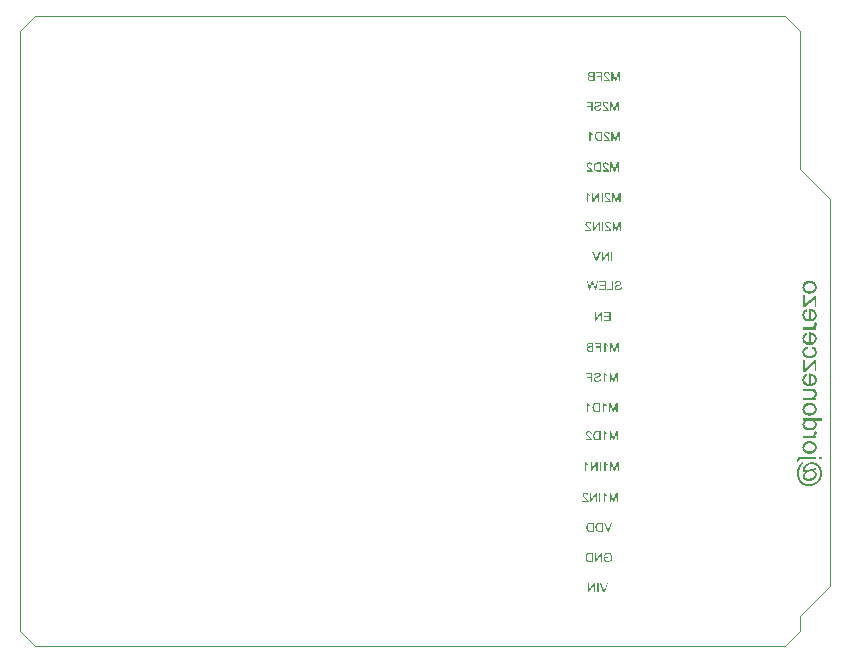
<source format=gbo>
G04*
G04 #@! TF.GenerationSoftware,Altium Limited,Altium Designer,18.0.7 (293)*
G04*
G04 Layer_Color=32896*
%FSLAX25Y25*%
%MOIN*%
G70*
G01*
G75*
%ADD13C,0.00050*%
%ADD14C,0.00051*%
G36*
X195577Y191340D02*
X195652Y191335D01*
X195722Y191322D01*
X195787Y191309D01*
X195848Y191292D01*
X195905Y191274D01*
X195958Y191253D01*
X196006Y191231D01*
X196049Y191209D01*
X196084Y191187D01*
X196115Y191169D01*
X196141Y191152D01*
X196163Y191139D01*
X196176Y191126D01*
X196185Y191121D01*
X196189Y191117D01*
X196233Y191073D01*
X196272Y191025D01*
X196312Y190973D01*
X196342Y190920D01*
X196395Y190815D01*
X196430Y190711D01*
X196443Y190663D01*
X196456Y190614D01*
X196465Y190575D01*
X196473Y190540D01*
X196478Y190510D01*
Y190488D01*
X196482Y190475D01*
Y190470D01*
X196102Y190431D01*
X196093Y190531D01*
X196076Y190619D01*
X196049Y190698D01*
X196019Y190759D01*
X195993Y190811D01*
X195966Y190846D01*
X195949Y190868D01*
X195940Y190877D01*
X195875Y190929D01*
X195805Y190968D01*
X195730Y190999D01*
X195665Y191016D01*
X195604Y191030D01*
X195551Y191034D01*
X195534Y191038D01*
X195508D01*
X195416Y191034D01*
X195333Y191016D01*
X195263Y190990D01*
X195202Y190964D01*
X195153Y190934D01*
X195123Y190912D01*
X195101Y190894D01*
X195092Y190885D01*
X195040Y190824D01*
X195001Y190763D01*
X194970Y190702D01*
X194952Y190641D01*
X194939Y190593D01*
X194935Y190549D01*
X194931Y190523D01*
Y190518D01*
Y190514D01*
X194939Y190435D01*
X194957Y190352D01*
X194987Y190278D01*
X195018Y190208D01*
X195053Y190151D01*
X195084Y190103D01*
X195092Y190086D01*
X195101Y190073D01*
X195110Y190068D01*
Y190064D01*
X195145Y190016D01*
X195188Y189968D01*
X195237Y189915D01*
X195289Y189863D01*
X195398Y189758D01*
X195508Y189653D01*
X195564Y189605D01*
X195612Y189561D01*
X195660Y189522D01*
X195700Y189487D01*
X195730Y189461D01*
X195757Y189439D01*
X195774Y189426D01*
X195779Y189421D01*
X195888Y189330D01*
X195988Y189242D01*
X196071Y189164D01*
X196137Y189098D01*
X196194Y189041D01*
X196233Y189002D01*
X196255Y188976D01*
X196264Y188971D01*
Y188967D01*
X196325Y188893D01*
X196373Y188823D01*
X196416Y188753D01*
X196451Y188692D01*
X196478Y188639D01*
X196495Y188600D01*
X196504Y188574D01*
X196508Y188569D01*
Y188565D01*
X196526Y188517D01*
X196535Y188473D01*
X196543Y188429D01*
X196548Y188390D01*
X196552Y188355D01*
Y188329D01*
Y188312D01*
Y188307D01*
X194546D01*
Y188665D01*
X196036D01*
X195984Y188740D01*
X195958Y188770D01*
X195936Y188801D01*
X195914Y188827D01*
X195896Y188845D01*
X195883Y188858D01*
X195879Y188862D01*
X195857Y188884D01*
X195831Y188906D01*
X195770Y188963D01*
X195700Y189028D01*
X195625Y189094D01*
X195556Y189151D01*
X195525Y189177D01*
X195499Y189203D01*
X195477Y189220D01*
X195459Y189234D01*
X195451Y189242D01*
X195446Y189247D01*
X195376Y189308D01*
X195307Y189365D01*
X195245Y189421D01*
X195188Y189470D01*
X195136Y189518D01*
X195092Y189561D01*
X195049Y189601D01*
X195014Y189636D01*
X194979Y189671D01*
X194952Y189697D01*
X194931Y189719D01*
X194909Y189741D01*
X194887Y189767D01*
X194878Y189775D01*
X194817Y189850D01*
X194765Y189915D01*
X194721Y189981D01*
X194686Y190033D01*
X194660Y190081D01*
X194642Y190116D01*
X194633Y190138D01*
X194629Y190147D01*
X194603Y190212D01*
X194585Y190278D01*
X194568Y190339D01*
X194559Y190392D01*
X194555Y190440D01*
X194551Y190475D01*
Y190497D01*
Y190505D01*
X194555Y190571D01*
X194564Y190632D01*
X194572Y190693D01*
X194590Y190746D01*
X194633Y190850D01*
X194677Y190934D01*
X194703Y190973D01*
X194725Y191003D01*
X194747Y191034D01*
X194769Y191056D01*
X194787Y191073D01*
X194795Y191091D01*
X194804Y191095D01*
X194808Y191100D01*
X194856Y191143D01*
X194909Y191182D01*
X194966Y191213D01*
X195022Y191239D01*
X195136Y191283D01*
X195250Y191314D01*
X195298Y191322D01*
X195346Y191331D01*
X195389Y191335D01*
X195424Y191340D01*
X195455Y191344D01*
X195499D01*
X195577Y191340D01*
D02*
G37*
G36*
X199882Y188307D02*
X199497D01*
Y190881D01*
X198623Y188307D01*
X198265D01*
X197382Y190837D01*
Y188307D01*
X196998D01*
Y191331D01*
X197535D01*
X198261Y189225D01*
X198300Y189111D01*
X198330Y189015D01*
X198361Y188932D01*
X198383Y188862D01*
X198400Y188810D01*
X198414Y188770D01*
X198418Y188749D01*
X198422Y188740D01*
X198440Y188801D01*
X198462Y188871D01*
X198488Y188945D01*
X198510Y189019D01*
X198532Y189085D01*
X198549Y189137D01*
X198558Y189159D01*
X198562Y189172D01*
X198566Y189181D01*
Y189186D01*
X199283Y191331D01*
X199882D01*
Y188307D01*
D02*
G37*
G36*
X193978D02*
X193576D01*
Y189679D01*
X192156D01*
Y190038D01*
X193576D01*
Y190973D01*
X191933D01*
Y191331D01*
X193978D01*
Y188307D01*
D02*
G37*
G36*
X191430D02*
X190277D01*
X190172Y188312D01*
X190080Y188316D01*
X189997Y188325D01*
X189927Y188333D01*
X189870Y188342D01*
X189827Y188346D01*
X189800Y188355D01*
X189792D01*
X189717Y188377D01*
X189656Y188399D01*
X189599Y188425D01*
X189551Y188451D01*
X189512Y188469D01*
X189481Y188486D01*
X189464Y188499D01*
X189459Y188504D01*
X189411Y188543D01*
X189368Y188591D01*
X189333Y188639D01*
X189298Y188683D01*
X189271Y188727D01*
X189254Y188757D01*
X189241Y188779D01*
X189237Y188788D01*
X189206Y188858D01*
X189184Y188928D01*
X189167Y188993D01*
X189158Y189054D01*
X189149Y189107D01*
X189145Y189151D01*
Y189177D01*
Y189181D01*
Y189186D01*
X189149Y189282D01*
X189167Y189369D01*
X189193Y189443D01*
X189219Y189513D01*
X189245Y189566D01*
X189271Y189605D01*
X189289Y189631D01*
X189293Y189640D01*
X189355Y189710D01*
X189420Y189767D01*
X189494Y189815D01*
X189560Y189854D01*
X189621Y189885D01*
X189674Y189902D01*
X189691Y189911D01*
X189704Y189915D01*
X189713Y189920D01*
X189717D01*
X189643Y189963D01*
X189577Y190007D01*
X189525Y190055D01*
X189481Y190099D01*
X189446Y190134D01*
X189420Y190169D01*
X189407Y190186D01*
X189403Y190195D01*
X189368Y190261D01*
X189341Y190322D01*
X189320Y190383D01*
X189306Y190440D01*
X189298Y190488D01*
X189293Y190527D01*
Y190549D01*
Y190558D01*
X189298Y190632D01*
X189311Y190706D01*
X189333Y190772D01*
X189355Y190833D01*
X189376Y190885D01*
X189398Y190920D01*
X189411Y190947D01*
X189416Y190955D01*
X189464Y191021D01*
X189516Y191082D01*
X189573Y191130D01*
X189626Y191169D01*
X189669Y191200D01*
X189708Y191222D01*
X189735Y191235D01*
X189739Y191239D01*
X189743D01*
X189827Y191270D01*
X189918Y191292D01*
X190010Y191309D01*
X190097Y191318D01*
X190176Y191327D01*
X190211D01*
X190242Y191331D01*
X191430D01*
Y188307D01*
D02*
G37*
G36*
X193936Y28071D02*
X193552D01*
Y30444D01*
X191970Y28071D01*
X191554D01*
Y31095D01*
X191939D01*
Y28718D01*
X193525Y31095D01*
X193936D01*
Y28071D01*
D02*
G37*
G36*
X195973Y31139D02*
X196125Y31117D01*
X196195Y31104D01*
X196261Y31086D01*
X196322Y31073D01*
X196379Y31056D01*
X196431Y31038D01*
X196475Y31021D01*
X196514Y31003D01*
X196549Y30990D01*
X196576Y30977D01*
X196593Y30968D01*
X196606Y30964D01*
X196610Y30959D01*
X196672Y30920D01*
X196733Y30881D01*
X196838Y30789D01*
X196930Y30697D01*
X197004Y30601D01*
X197065Y30518D01*
X197087Y30483D01*
X197104Y30448D01*
X197122Y30422D01*
X197131Y30404D01*
X197135Y30391D01*
X197139Y30387D01*
X197201Y30243D01*
X197244Y30099D01*
X197279Y29959D01*
X197288Y29893D01*
X197301Y29832D01*
X197305Y29775D01*
X197314Y29727D01*
X197318Y29679D01*
Y29640D01*
X197323Y29609D01*
Y29587D01*
Y29570D01*
Y29565D01*
X197314Y29404D01*
X197292Y29251D01*
X197279Y29181D01*
X197266Y29115D01*
X197248Y29050D01*
X197231Y28993D01*
X197214Y28940D01*
X197196Y28897D01*
X197183Y28853D01*
X197170Y28822D01*
X197157Y28792D01*
X197148Y28774D01*
X197139Y28761D01*
Y28757D01*
X197061Y28630D01*
X196973Y28521D01*
X196881Y28425D01*
X196794Y28346D01*
X196711Y28285D01*
X196680Y28263D01*
X196650Y28241D01*
X196624Y28228D01*
X196606Y28215D01*
X196593Y28211D01*
X196589Y28206D01*
X196519Y28171D01*
X196449Y28145D01*
X196309Y28097D01*
X196174Y28067D01*
X196047Y28040D01*
X195990Y28036D01*
X195938Y28027D01*
X195889Y28023D01*
X195850D01*
X195820Y28018D01*
X195776D01*
X195653Y28023D01*
X195536Y28036D01*
X195426Y28058D01*
X195330Y28080D01*
X195291Y28088D01*
X195251Y28097D01*
X195217Y28110D01*
X195186Y28119D01*
X195164Y28128D01*
X195147Y28132D01*
X195138Y28136D01*
X195133D01*
X195016Y28185D01*
X194906Y28241D01*
X194801Y28302D01*
X194710Y28359D01*
X194670Y28385D01*
X194631Y28412D01*
X194600Y28434D01*
X194574Y28451D01*
X194552Y28468D01*
X194535Y28482D01*
X194526Y28486D01*
X194522Y28490D01*
Y29614D01*
X195806D01*
Y29255D01*
X194915D01*
Y28687D01*
X194967Y28643D01*
X195029Y28604D01*
X195094Y28569D01*
X195155Y28539D01*
X195208Y28512D01*
X195256Y28490D01*
X195273Y28482D01*
X195282Y28477D01*
X195291Y28473D01*
X195295D01*
X195387Y28442D01*
X195479Y28416D01*
X195562Y28399D01*
X195640Y28390D01*
X195706Y28381D01*
X195732D01*
X195758Y28377D01*
X195802D01*
X195911Y28381D01*
X196016Y28399D01*
X196112Y28420D01*
X196200Y28442D01*
X196270Y28468D01*
X196300Y28477D01*
X196322Y28486D01*
X196344Y28495D01*
X196357Y28504D01*
X196366Y28508D01*
X196370D01*
X196462Y28565D01*
X196545Y28626D01*
X196615Y28691D01*
X196672Y28757D01*
X196720Y28818D01*
X196750Y28866D01*
X196764Y28884D01*
X196768Y28897D01*
X196777Y28905D01*
Y28910D01*
X196820Y29019D01*
X196855Y29133D01*
X196877Y29246D01*
X196895Y29356D01*
X196899Y29404D01*
X196903Y29447D01*
X196908Y29491D01*
Y29526D01*
X196912Y29552D01*
Y29574D01*
Y29587D01*
Y29592D01*
X196908Y29714D01*
X196895Y29823D01*
X196877Y29928D01*
X196855Y30020D01*
X196846Y30059D01*
X196833Y30094D01*
X196825Y30125D01*
X196816Y30151D01*
X196807Y30173D01*
X196803Y30186D01*
X196798Y30195D01*
Y30199D01*
X196768Y30260D01*
X196737Y30317D01*
X196707Y30369D01*
X196676Y30413D01*
X196650Y30448D01*
X196628Y30479D01*
X196610Y30496D01*
X196606Y30501D01*
X196558Y30549D01*
X196506Y30592D01*
X196449Y30627D01*
X196396Y30662D01*
X196353Y30684D01*
X196318Y30706D01*
X196291Y30715D01*
X196283Y30719D01*
X196204Y30750D01*
X196125Y30771D01*
X196042Y30785D01*
X195968Y30798D01*
X195903Y30802D01*
X195876D01*
X195854Y30806D01*
X195806D01*
X195723Y30802D01*
X195645Y30793D01*
X195575Y30780D01*
X195514Y30767D01*
X195461Y30750D01*
X195422Y30737D01*
X195400Y30728D01*
X195391Y30724D01*
X195326Y30693D01*
X195269Y30658D01*
X195217Y30623D01*
X195177Y30588D01*
X195147Y30557D01*
X195120Y30536D01*
X195107Y30518D01*
X195103Y30514D01*
X195063Y30461D01*
X195033Y30400D01*
X195002Y30343D01*
X194976Y30282D01*
X194959Y30230D01*
X194946Y30190D01*
X194941Y30173D01*
X194937Y30160D01*
X194932Y30155D01*
Y30151D01*
X194570Y30247D01*
X194600Y30356D01*
X194640Y30452D01*
X194679Y30540D01*
X194714Y30610D01*
X194749Y30667D01*
X194775Y30706D01*
X194793Y30732D01*
X194801Y30741D01*
X194862Y30811D01*
X194928Y30868D01*
X194998Y30920D01*
X195063Y30964D01*
X195125Y30994D01*
X195173Y31021D01*
X195190Y31029D01*
X195203Y31034D01*
X195212Y31038D01*
X195217D01*
X195317Y31073D01*
X195422Y31099D01*
X195518Y31121D01*
X195610Y31134D01*
X195693Y31143D01*
X195728D01*
X195754Y31147D01*
X195894D01*
X195973Y31139D01*
D02*
G37*
G36*
X190881Y28071D02*
X189793D01*
X189693Y28075D01*
X189601Y28080D01*
X189518Y28088D01*
X189448Y28097D01*
X189387Y28106D01*
X189343Y28110D01*
X189330Y28115D01*
X189317Y28119D01*
X189308D01*
X189230Y28141D01*
X189160Y28167D01*
X189099Y28189D01*
X189046Y28215D01*
X189002Y28237D01*
X188972Y28254D01*
X188954Y28267D01*
X188945Y28272D01*
X188889Y28311D01*
X188841Y28359D01*
X188793Y28403D01*
X188753Y28447D01*
X188718Y28486D01*
X188692Y28517D01*
X188675Y28539D01*
X188670Y28547D01*
X188627Y28617D01*
X188583Y28691D01*
X188548Y28761D01*
X188522Y28831D01*
X188495Y28892D01*
X188478Y28940D01*
X188474Y28958D01*
X188469Y28971D01*
X188465Y28980D01*
Y28984D01*
X188439Y29089D01*
X188417Y29194D01*
X188404Y29294D01*
X188391Y29391D01*
X188386Y29474D01*
Y29509D01*
X188382Y29539D01*
Y29561D01*
Y29583D01*
Y29592D01*
Y29596D01*
X188386Y29745D01*
X188399Y29880D01*
X188421Y30002D01*
X188430Y30059D01*
X188443Y30107D01*
X188456Y30155D01*
X188465Y30195D01*
X188474Y30230D01*
X188487Y30260D01*
X188491Y30286D01*
X188500Y30304D01*
X188504Y30313D01*
Y30317D01*
X188552Y30431D01*
X188609Y30531D01*
X188670Y30619D01*
X188727Y30693D01*
X188779Y30754D01*
X188823Y30798D01*
X188841Y30811D01*
X188854Y30824D01*
X188858Y30828D01*
X188863Y30833D01*
X188932Y30889D01*
X189007Y30933D01*
X189081Y30973D01*
X189151Y31003D01*
X189212Y31025D01*
X189260Y31038D01*
X189278Y31047D01*
X189291D01*
X189299Y31051D01*
X189304D01*
X189378Y31064D01*
X189466Y31077D01*
X189553Y31086D01*
X189640Y31091D01*
X189719Y31095D01*
X190881D01*
Y28071D01*
D02*
G37*
G36*
X196156Y38110D02*
X195737D01*
X194557Y41134D01*
X194963D01*
X195785Y38936D01*
X195820Y38844D01*
X195850Y38757D01*
X195876Y38674D01*
X195898Y38600D01*
X195920Y38534D01*
X195933Y38486D01*
X195938Y38469D01*
X195942Y38456D01*
X195946Y38447D01*
Y38442D01*
X195999Y38617D01*
X196025Y38700D01*
X196051Y38774D01*
X196073Y38840D01*
X196082Y38866D01*
X196086Y38892D01*
X196095Y38910D01*
X196099Y38923D01*
X196104Y38932D01*
Y38936D01*
X196890Y41134D01*
X197327D01*
X196156Y38110D01*
D02*
G37*
G36*
X194194D02*
X193106D01*
X193005Y38115D01*
X192913Y38119D01*
X192831Y38128D01*
X192761Y38137D01*
X192699Y38145D01*
X192656Y38150D01*
X192643Y38154D01*
X192629Y38158D01*
X192621D01*
X192542Y38180D01*
X192472Y38206D01*
X192411Y38228D01*
X192359Y38254D01*
X192315Y38276D01*
X192284Y38294D01*
X192267Y38307D01*
X192258Y38311D01*
X192201Y38351D01*
X192153Y38399D01*
X192105Y38442D01*
X192066Y38486D01*
X192031Y38525D01*
X192005Y38556D01*
X191987Y38578D01*
X191983Y38587D01*
X191939Y38656D01*
X191895Y38731D01*
X191860Y38801D01*
X191834Y38871D01*
X191808Y38932D01*
X191790Y38980D01*
X191786Y38997D01*
X191782Y39011D01*
X191777Y39019D01*
Y39024D01*
X191751Y39128D01*
X191729Y39233D01*
X191716Y39334D01*
X191703Y39430D01*
X191699Y39513D01*
Y39548D01*
X191694Y39579D01*
Y39600D01*
Y39622D01*
Y39631D01*
Y39635D01*
X191699Y39784D01*
X191712Y39919D01*
X191734Y40042D01*
X191742Y40099D01*
X191755Y40147D01*
X191769Y40195D01*
X191777Y40234D01*
X191786Y40269D01*
X191799Y40300D01*
X191804Y40326D01*
X191812Y40343D01*
X191817Y40352D01*
Y40356D01*
X191865Y40470D01*
X191921Y40571D01*
X191983Y40658D01*
X192040Y40732D01*
X192092Y40793D01*
X192136Y40837D01*
X192153Y40850D01*
X192166Y40863D01*
X192171Y40868D01*
X192175Y40872D01*
X192245Y40929D01*
X192319Y40973D01*
X192394Y41012D01*
X192463Y41043D01*
X192525Y41064D01*
X192573Y41078D01*
X192590Y41086D01*
X192603D01*
X192612Y41091D01*
X192616D01*
X192691Y41104D01*
X192778Y41117D01*
X192865Y41126D01*
X192953Y41130D01*
X193032Y41134D01*
X194194D01*
Y38110D01*
D02*
G37*
G36*
X191144D02*
X190056D01*
X189955Y38115D01*
X189863Y38119D01*
X189780Y38128D01*
X189710Y38137D01*
X189649Y38145D01*
X189605Y38150D01*
X189592Y38154D01*
X189579Y38158D01*
X189570D01*
X189492Y38180D01*
X189422Y38206D01*
X189361Y38228D01*
X189308Y38254D01*
X189265Y38276D01*
X189234Y38294D01*
X189216Y38307D01*
X189208Y38311D01*
X189151Y38351D01*
X189103Y38399D01*
X189055Y38442D01*
X189015Y38486D01*
X188980Y38525D01*
X188954Y38556D01*
X188937Y38578D01*
X188932Y38587D01*
X188889Y38656D01*
X188845Y38731D01*
X188810Y38801D01*
X188784Y38871D01*
X188758Y38932D01*
X188740Y38980D01*
X188736Y38997D01*
X188731Y39011D01*
X188727Y39019D01*
Y39024D01*
X188701Y39128D01*
X188679Y39233D01*
X188666Y39334D01*
X188653Y39430D01*
X188648Y39513D01*
Y39548D01*
X188644Y39579D01*
Y39600D01*
Y39622D01*
Y39631D01*
Y39635D01*
X188648Y39784D01*
X188662Y39919D01*
X188683Y40042D01*
X188692Y40099D01*
X188705Y40147D01*
X188718Y40195D01*
X188727Y40234D01*
X188736Y40269D01*
X188749Y40300D01*
X188753Y40326D01*
X188762Y40343D01*
X188766Y40352D01*
Y40356D01*
X188814Y40470D01*
X188871Y40571D01*
X188932Y40658D01*
X188989Y40732D01*
X189042Y40793D01*
X189085Y40837D01*
X189103Y40850D01*
X189116Y40863D01*
X189120Y40868D01*
X189125Y40872D01*
X189195Y40929D01*
X189269Y40973D01*
X189343Y41012D01*
X189413Y41043D01*
X189474Y41064D01*
X189522Y41078D01*
X189540Y41086D01*
X189553D01*
X189562Y41091D01*
X189566D01*
X189640Y41104D01*
X189728Y41117D01*
X189815Y41126D01*
X189903Y41130D01*
X189981Y41134D01*
X191144D01*
Y38110D01*
D02*
G37*
G36*
X188410Y51182D02*
X188484Y51178D01*
X188554Y51165D01*
X188620Y51152D01*
X188681Y51134D01*
X188738Y51117D01*
X188790Y51095D01*
X188838Y51073D01*
X188882Y51051D01*
X188917Y51029D01*
X188948Y51012D01*
X188974Y50994D01*
X188996Y50981D01*
X189009Y50968D01*
X189017Y50964D01*
X189022Y50959D01*
X189066Y50916D01*
X189105Y50868D01*
X189144Y50815D01*
X189175Y50763D01*
X189227Y50658D01*
X189262Y50553D01*
X189275Y50505D01*
X189288Y50457D01*
X189297Y50418D01*
X189306Y50383D01*
X189310Y50352D01*
Y50330D01*
X189315Y50317D01*
Y50313D01*
X188934Y50273D01*
X188926Y50374D01*
X188908Y50461D01*
X188882Y50540D01*
X188851Y50601D01*
X188825Y50654D01*
X188799Y50689D01*
X188781Y50710D01*
X188773Y50719D01*
X188707Y50772D01*
X188637Y50811D01*
X188563Y50841D01*
X188497Y50859D01*
X188436Y50872D01*
X188384Y50876D01*
X188366Y50881D01*
X188340D01*
X188248Y50876D01*
X188165Y50859D01*
X188095Y50833D01*
X188034Y50807D01*
X187986Y50776D01*
X187956Y50754D01*
X187934Y50737D01*
X187925Y50728D01*
X187873Y50667D01*
X187833Y50605D01*
X187803Y50544D01*
X187785Y50483D01*
X187772Y50435D01*
X187768Y50391D01*
X187763Y50365D01*
Y50361D01*
Y50357D01*
X187772Y50278D01*
X187789Y50195D01*
X187820Y50121D01*
X187851Y50051D01*
X187886Y49994D01*
X187916Y49946D01*
X187925Y49928D01*
X187934Y49915D01*
X187943Y49911D01*
Y49906D01*
X187977Y49858D01*
X188021Y49810D01*
X188069Y49758D01*
X188122Y49705D01*
X188231Y49600D01*
X188340Y49496D01*
X188397Y49448D01*
X188445Y49404D01*
X188493Y49365D01*
X188532Y49330D01*
X188563Y49303D01*
X188589Y49281D01*
X188607Y49268D01*
X188611Y49264D01*
X188720Y49172D01*
X188821Y49085D01*
X188904Y49006D01*
X188969Y48941D01*
X189026Y48884D01*
X189066Y48844D01*
X189087Y48818D01*
X189096Y48814D01*
Y48809D01*
X189157Y48735D01*
X189205Y48665D01*
X189249Y48595D01*
X189284Y48534D01*
X189310Y48482D01*
X189328Y48442D01*
X189337Y48416D01*
X189341Y48412D01*
Y48407D01*
X189358Y48359D01*
X189367Y48316D01*
X189376Y48272D01*
X189380Y48233D01*
X189384Y48198D01*
Y48171D01*
Y48154D01*
Y48150D01*
X187379D01*
Y48508D01*
X188869D01*
X188816Y48582D01*
X188790Y48613D01*
X188768Y48643D01*
X188747Y48670D01*
X188729Y48687D01*
X188716Y48700D01*
X188712Y48705D01*
X188690Y48726D01*
X188663Y48748D01*
X188602Y48805D01*
X188532Y48871D01*
X188458Y48936D01*
X188388Y48993D01*
X188358Y49019D01*
X188331Y49046D01*
X188310Y49063D01*
X188292Y49076D01*
X188283Y49085D01*
X188279Y49089D01*
X188209Y49150D01*
X188139Y49207D01*
X188078Y49264D01*
X188021Y49312D01*
X187969Y49360D01*
X187925Y49404D01*
X187881Y49443D01*
X187846Y49478D01*
X187811Y49513D01*
X187785Y49539D01*
X187763Y49561D01*
X187741Y49583D01*
X187720Y49609D01*
X187711Y49618D01*
X187650Y49692D01*
X187597Y49758D01*
X187554Y49823D01*
X187519Y49876D01*
X187492Y49924D01*
X187475Y49959D01*
X187466Y49981D01*
X187462Y49989D01*
X187435Y50055D01*
X187418Y50121D01*
X187401Y50182D01*
X187392Y50234D01*
X187388Y50282D01*
X187383Y50317D01*
Y50339D01*
Y50348D01*
X187388Y50413D01*
X187396Y50475D01*
X187405Y50536D01*
X187422Y50588D01*
X187466Y50693D01*
X187510Y50776D01*
X187536Y50815D01*
X187558Y50846D01*
X187580Y50876D01*
X187602Y50898D01*
X187619Y50916D01*
X187628Y50933D01*
X187637Y50938D01*
X187641Y50942D01*
X187689Y50986D01*
X187741Y51025D01*
X187798Y51056D01*
X187855Y51082D01*
X187969Y51126D01*
X188082Y51156D01*
X188130Y51165D01*
X188178Y51174D01*
X188222Y51178D01*
X188257Y51182D01*
X188288Y51187D01*
X188331D01*
X188410Y51182D01*
D02*
G37*
G36*
X194795Y51113D02*
X194843Y51042D01*
X194899Y50973D01*
X194952Y50911D01*
X195004Y50859D01*
X195044Y50815D01*
X195061Y50802D01*
X195074Y50789D01*
X195079Y50785D01*
X195083Y50780D01*
X195175Y50706D01*
X195267Y50636D01*
X195354Y50575D01*
X195441Y50527D01*
X195516Y50483D01*
X195546Y50466D01*
X195572Y50453D01*
X195594Y50440D01*
X195612Y50435D01*
X195621Y50426D01*
X195625D01*
Y50068D01*
X195559Y50094D01*
X195494Y50125D01*
X195428Y50155D01*
X195367Y50186D01*
X195315Y50212D01*
X195271Y50234D01*
X195245Y50252D01*
X195240Y50256D01*
X195236D01*
X195157Y50304D01*
X195087Y50352D01*
X195026Y50396D01*
X194978Y50435D01*
X194934Y50466D01*
X194908Y50492D01*
X194886Y50509D01*
X194882Y50514D01*
Y48150D01*
X194511D01*
Y51187D01*
X194751D01*
X194795Y51113D01*
D02*
G37*
G36*
X192234Y48150D02*
X191849D01*
Y50523D01*
X190267Y48150D01*
X189852D01*
Y51174D01*
X190237D01*
Y48796D01*
X191823Y51174D01*
X192234D01*
Y48150D01*
D02*
G37*
G36*
X199291D02*
X198907D01*
Y50723D01*
X198033Y48150D01*
X197674D01*
X196792Y50680D01*
Y48150D01*
X196407D01*
Y51174D01*
X196945D01*
X197670Y49067D01*
X197709Y48954D01*
X197740Y48858D01*
X197771Y48774D01*
X197792Y48705D01*
X197810Y48652D01*
X197823Y48613D01*
X197827Y48591D01*
X197832Y48582D01*
X197849Y48643D01*
X197871Y48713D01*
X197897Y48788D01*
X197919Y48862D01*
X197941Y48928D01*
X197959Y48980D01*
X197967Y49002D01*
X197972Y49015D01*
X197976Y49024D01*
Y49028D01*
X198693Y51174D01*
X199291D01*
Y48150D01*
D02*
G37*
G36*
X193339D02*
X192937D01*
Y51174D01*
X193339D01*
Y48150D01*
D02*
G37*
G36*
X189586Y71655D02*
X189660Y71650D01*
X189730Y71637D01*
X189795Y71624D01*
X189857Y71607D01*
X189913Y71589D01*
X189966Y71567D01*
X190014Y71546D01*
X190058Y71524D01*
X190093Y71502D01*
X190123Y71484D01*
X190149Y71467D01*
X190171Y71454D01*
X190184Y71441D01*
X190193Y71436D01*
X190197Y71432D01*
X190241Y71388D01*
X190280Y71340D01*
X190320Y71288D01*
X190350Y71235D01*
X190403Y71130D01*
X190438Y71026D01*
X190451Y70977D01*
X190464Y70929D01*
X190473Y70890D01*
X190481Y70855D01*
X190486Y70824D01*
Y70803D01*
X190490Y70790D01*
Y70785D01*
X190110Y70746D01*
X190101Y70846D01*
X190084Y70934D01*
X190058Y71012D01*
X190027Y71074D01*
X190001Y71126D01*
X189974Y71161D01*
X189957Y71183D01*
X189948Y71192D01*
X189883Y71244D01*
X189813Y71283D01*
X189739Y71314D01*
X189673Y71331D01*
X189612Y71345D01*
X189559Y71349D01*
X189542Y71353D01*
X189516D01*
X189424Y71349D01*
X189341Y71331D01*
X189271Y71305D01*
X189210Y71279D01*
X189162Y71248D01*
X189131Y71227D01*
X189109Y71209D01*
X189101Y71200D01*
X189048Y71139D01*
X189009Y71078D01*
X188978Y71017D01*
X188961Y70956D01*
X188948Y70908D01*
X188943Y70864D01*
X188939Y70838D01*
Y70833D01*
Y70829D01*
X188948Y70750D01*
X188965Y70667D01*
X188996Y70593D01*
X189026Y70523D01*
X189061Y70466D01*
X189092Y70418D01*
X189101Y70401D01*
X189109Y70388D01*
X189118Y70383D01*
Y70379D01*
X189153Y70331D01*
X189197Y70283D01*
X189245Y70230D01*
X189297Y70178D01*
X189406Y70073D01*
X189516Y69968D01*
X189573Y69920D01*
X189620Y69876D01*
X189669Y69837D01*
X189708Y69802D01*
X189739Y69776D01*
X189765Y69754D01*
X189782Y69741D01*
X189787Y69736D01*
X189896Y69645D01*
X189996Y69557D01*
X190079Y69479D01*
X190145Y69413D01*
X190202Y69356D01*
X190241Y69317D01*
X190263Y69291D01*
X190272Y69286D01*
Y69282D01*
X190333Y69208D01*
X190381Y69138D01*
X190425Y69068D01*
X190460Y69007D01*
X190486Y68954D01*
X190503Y68915D01*
X190512Y68889D01*
X190516Y68884D01*
Y68880D01*
X190534Y68832D01*
X190543Y68788D01*
X190551Y68744D01*
X190556Y68705D01*
X190560Y68670D01*
Y68644D01*
Y68626D01*
Y68622D01*
X188554D01*
Y68980D01*
X190044D01*
X189992Y69055D01*
X189966Y69085D01*
X189944Y69116D01*
X189922Y69142D01*
X189905Y69160D01*
X189892Y69173D01*
X189887Y69177D01*
X189865Y69199D01*
X189839Y69221D01*
X189778Y69278D01*
X189708Y69343D01*
X189634Y69409D01*
X189564Y69466D01*
X189533Y69492D01*
X189507Y69518D01*
X189485Y69535D01*
X189468Y69548D01*
X189459Y69557D01*
X189454Y69562D01*
X189384Y69623D01*
X189315Y69680D01*
X189253Y69736D01*
X189197Y69784D01*
X189144Y69832D01*
X189101Y69876D01*
X189057Y69916D01*
X189022Y69950D01*
X188987Y69986D01*
X188961Y70012D01*
X188939Y70034D01*
X188917Y70055D01*
X188895Y70082D01*
X188886Y70090D01*
X188825Y70165D01*
X188773Y70230D01*
X188729Y70296D01*
X188694Y70348D01*
X188668Y70396D01*
X188650Y70431D01*
X188642Y70453D01*
X188637Y70462D01*
X188611Y70527D01*
X188594Y70593D01*
X188576Y70654D01*
X188567Y70706D01*
X188563Y70755D01*
X188559Y70790D01*
Y70811D01*
Y70820D01*
X188563Y70886D01*
X188572Y70947D01*
X188581Y71008D01*
X188598Y71061D01*
X188642Y71165D01*
X188685Y71248D01*
X188712Y71288D01*
X188733Y71318D01*
X188755Y71349D01*
X188777Y71371D01*
X188795Y71388D01*
X188803Y71406D01*
X188812Y71410D01*
X188816Y71415D01*
X188865Y71458D01*
X188917Y71497D01*
X188974Y71528D01*
X189031Y71554D01*
X189144Y71598D01*
X189258Y71629D01*
X189306Y71637D01*
X189354Y71646D01*
X189398Y71650D01*
X189433Y71655D01*
X189463Y71659D01*
X189507D01*
X189586Y71655D01*
D02*
G37*
G36*
X194795Y71585D02*
X194843Y71515D01*
X194899Y71445D01*
X194952Y71384D01*
X195004Y71331D01*
X195044Y71288D01*
X195061Y71275D01*
X195074Y71262D01*
X195079Y71257D01*
X195083Y71253D01*
X195175Y71179D01*
X195267Y71109D01*
X195354Y71047D01*
X195441Y70999D01*
X195516Y70956D01*
X195546Y70938D01*
X195572Y70925D01*
X195594Y70912D01*
X195612Y70908D01*
X195621Y70899D01*
X195625D01*
Y70540D01*
X195559Y70567D01*
X195494Y70597D01*
X195428Y70628D01*
X195367Y70658D01*
X195315Y70685D01*
X195271Y70706D01*
X195245Y70724D01*
X195240Y70728D01*
X195236D01*
X195157Y70776D01*
X195087Y70824D01*
X195026Y70868D01*
X194978Y70908D01*
X194934Y70938D01*
X194908Y70964D01*
X194886Y70982D01*
X194882Y70986D01*
Y68622D01*
X194511D01*
Y71659D01*
X194751D01*
X194795Y71585D01*
D02*
G37*
G36*
X199291Y68622D02*
X198907D01*
Y71196D01*
X198033Y68622D01*
X197674D01*
X196792Y71152D01*
Y68622D01*
X196407D01*
Y71646D01*
X196945D01*
X197670Y69540D01*
X197709Y69426D01*
X197740Y69330D01*
X197771Y69247D01*
X197792Y69177D01*
X197810Y69125D01*
X197823Y69085D01*
X197827Y69063D01*
X197832Y69055D01*
X197849Y69116D01*
X197871Y69186D01*
X197897Y69260D01*
X197919Y69334D01*
X197941Y69400D01*
X197959Y69452D01*
X197967Y69474D01*
X197972Y69487D01*
X197976Y69496D01*
Y69500D01*
X198693Y71646D01*
X199291D01*
Y68622D01*
D02*
G37*
G36*
X193405D02*
X192317D01*
X192216Y68626D01*
X192124Y68631D01*
X192042Y68639D01*
X191972Y68648D01*
X191910Y68657D01*
X191867Y68661D01*
X191854Y68666D01*
X191841Y68670D01*
X191832D01*
X191753Y68692D01*
X191683Y68718D01*
X191622Y68740D01*
X191570Y68766D01*
X191526Y68788D01*
X191495Y68806D01*
X191478Y68819D01*
X191469Y68823D01*
X191412Y68862D01*
X191364Y68910D01*
X191316Y68954D01*
X191277Y68998D01*
X191242Y69037D01*
X191216Y69068D01*
X191198Y69090D01*
X191194Y69098D01*
X191150Y69168D01*
X191106Y69243D01*
X191071Y69313D01*
X191045Y69382D01*
X191019Y69444D01*
X191001Y69492D01*
X190997Y69509D01*
X190993Y69522D01*
X190988Y69531D01*
Y69535D01*
X190962Y69640D01*
X190940Y69745D01*
X190927Y69846D01*
X190914Y69942D01*
X190910Y70025D01*
Y70060D01*
X190905Y70090D01*
Y70112D01*
Y70134D01*
Y70143D01*
Y70147D01*
X190910Y70296D01*
X190923Y70431D01*
X190945Y70554D01*
X190953Y70610D01*
X190966Y70658D01*
X190980Y70706D01*
X190988Y70746D01*
X190997Y70781D01*
X191010Y70811D01*
X191015Y70838D01*
X191023Y70855D01*
X191028Y70864D01*
Y70868D01*
X191076Y70982D01*
X191132Y71082D01*
X191194Y71170D01*
X191251Y71244D01*
X191303Y71305D01*
X191347Y71349D01*
X191364Y71362D01*
X191377Y71375D01*
X191382Y71380D01*
X191386Y71384D01*
X191456Y71441D01*
X191530Y71484D01*
X191604Y71524D01*
X191674Y71554D01*
X191736Y71576D01*
X191784Y71589D01*
X191801Y71598D01*
X191814D01*
X191823Y71602D01*
X191827D01*
X191902Y71615D01*
X191989Y71629D01*
X192077Y71637D01*
X192164Y71642D01*
X192243Y71646D01*
X193405D01*
Y68622D01*
D02*
G37*
G36*
X194598Y81034D02*
X194646Y80964D01*
X194703Y80894D01*
X194755Y80833D01*
X194808Y80780D01*
X194847Y80737D01*
X194864Y80724D01*
X194877Y80710D01*
X194882Y80706D01*
X194886Y80702D01*
X194978Y80627D01*
X195070Y80557D01*
X195157Y80496D01*
X195245Y80448D01*
X195319Y80404D01*
X195349Y80387D01*
X195376Y80374D01*
X195397Y80361D01*
X195415Y80356D01*
X195424Y80348D01*
X195428D01*
Y79989D01*
X195362Y80015D01*
X195297Y80046D01*
X195231Y80077D01*
X195170Y80107D01*
X195118Y80133D01*
X195074Y80155D01*
X195048Y80173D01*
X195044Y80177D01*
X195039D01*
X194960Y80225D01*
X194891Y80273D01*
X194829Y80317D01*
X194781Y80356D01*
X194738Y80387D01*
X194711Y80413D01*
X194690Y80431D01*
X194685Y80435D01*
Y78071D01*
X194314D01*
Y81108D01*
X194554D01*
X194598Y81034D01*
D02*
G37*
G36*
X189196D02*
X189244Y80964D01*
X189301Y80894D01*
X189354Y80833D01*
X189406Y80780D01*
X189445Y80737D01*
X189463Y80724D01*
X189476Y80710D01*
X189480Y80706D01*
X189485Y80702D01*
X189577Y80627D01*
X189668Y80557D01*
X189756Y80496D01*
X189843Y80448D01*
X189918Y80404D01*
X189948Y80387D01*
X189974Y80374D01*
X189996Y80361D01*
X190014Y80356D01*
X190022Y80348D01*
X190027D01*
Y79989D01*
X189961Y80015D01*
X189896Y80046D01*
X189830Y80077D01*
X189769Y80107D01*
X189716Y80133D01*
X189673Y80155D01*
X189647Y80173D01*
X189642Y80177D01*
X189638D01*
X189559Y80225D01*
X189489Y80273D01*
X189428Y80317D01*
X189380Y80356D01*
X189336Y80387D01*
X189310Y80413D01*
X189288Y80431D01*
X189284Y80435D01*
Y78071D01*
X188912D01*
Y81108D01*
X189153D01*
X189196Y81034D01*
D02*
G37*
G36*
X199094Y78071D02*
X198710D01*
Y80645D01*
X197836Y78071D01*
X197478D01*
X196595Y80601D01*
Y78071D01*
X196210D01*
Y81095D01*
X196748D01*
X197473Y78989D01*
X197513Y78875D01*
X197543Y78779D01*
X197574Y78696D01*
X197596Y78626D01*
X197613Y78573D01*
X197626Y78534D01*
X197631Y78512D01*
X197635Y78504D01*
X197652Y78565D01*
X197674Y78635D01*
X197701Y78709D01*
X197722Y78783D01*
X197744Y78849D01*
X197762Y78901D01*
X197770Y78923D01*
X197775Y78936D01*
X197779Y78945D01*
Y78949D01*
X198496Y81095D01*
X199094D01*
Y78071D01*
D02*
G37*
G36*
X193208D02*
X192120D01*
X192019Y78075D01*
X191928Y78080D01*
X191845Y78088D01*
X191775Y78097D01*
X191714Y78106D01*
X191670Y78110D01*
X191657Y78115D01*
X191644Y78119D01*
X191635D01*
X191556Y78141D01*
X191486Y78167D01*
X191425Y78189D01*
X191373Y78215D01*
X191329Y78237D01*
X191298Y78254D01*
X191281Y78268D01*
X191272Y78272D01*
X191215Y78311D01*
X191167Y78359D01*
X191119Y78403D01*
X191080Y78447D01*
X191045Y78486D01*
X191019Y78517D01*
X191001Y78539D01*
X190997Y78547D01*
X190953Y78617D01*
X190910Y78691D01*
X190875Y78761D01*
X190848Y78831D01*
X190822Y78892D01*
X190805Y78940D01*
X190800Y78958D01*
X190796Y78971D01*
X190791Y78980D01*
Y78984D01*
X190765Y79089D01*
X190743Y79194D01*
X190730Y79295D01*
X190717Y79391D01*
X190713Y79474D01*
Y79509D01*
X190708Y79539D01*
Y79561D01*
Y79583D01*
Y79592D01*
Y79596D01*
X190713Y79745D01*
X190726Y79880D01*
X190748Y80002D01*
X190756Y80059D01*
X190770Y80107D01*
X190783Y80155D01*
X190791Y80195D01*
X190800Y80230D01*
X190813Y80260D01*
X190818Y80287D01*
X190826Y80304D01*
X190831Y80313D01*
Y80317D01*
X190879Y80431D01*
X190936Y80531D01*
X190997Y80619D01*
X191054Y80693D01*
X191106Y80754D01*
X191150Y80798D01*
X191167Y80811D01*
X191180Y80824D01*
X191185Y80828D01*
X191189Y80833D01*
X191259Y80889D01*
X191333Y80933D01*
X191408Y80973D01*
X191478Y81003D01*
X191539Y81025D01*
X191587Y81038D01*
X191604Y81047D01*
X191617D01*
X191626Y81051D01*
X191630D01*
X191705Y81064D01*
X191792Y81077D01*
X191880Y81086D01*
X191967Y81090D01*
X192046Y81095D01*
X193208D01*
Y78071D01*
D02*
G37*
G36*
X194795Y91073D02*
X194843Y91003D01*
X194899Y90933D01*
X194952Y90872D01*
X195004Y90820D01*
X195044Y90776D01*
X195061Y90763D01*
X195074Y90750D01*
X195079Y90745D01*
X195083Y90741D01*
X195175Y90667D01*
X195267Y90597D01*
X195354Y90536D01*
X195441Y90487D01*
X195516Y90444D01*
X195546Y90426D01*
X195572Y90413D01*
X195594Y90400D01*
X195612Y90396D01*
X195621Y90387D01*
X195625D01*
Y90029D01*
X195559Y90055D01*
X195494Y90086D01*
X195428Y90116D01*
X195367Y90147D01*
X195315Y90173D01*
X195271Y90195D01*
X195245Y90212D01*
X195240Y90217D01*
X195236D01*
X195157Y90265D01*
X195087Y90313D01*
X195026Y90356D01*
X194978Y90396D01*
X194934Y90426D01*
X194908Y90453D01*
X194886Y90470D01*
X194882Y90474D01*
Y88110D01*
X194511D01*
Y91147D01*
X194751D01*
X194795Y91073D01*
D02*
G37*
G36*
X199291Y88110D02*
X198907D01*
Y90684D01*
X198033Y88110D01*
X197674D01*
X196792Y90640D01*
Y88110D01*
X196407D01*
Y91134D01*
X196945D01*
X197670Y89028D01*
X197709Y88914D01*
X197740Y88818D01*
X197771Y88735D01*
X197792Y88665D01*
X197810Y88613D01*
X197823Y88573D01*
X197827Y88552D01*
X197832Y88543D01*
X197849Y88604D01*
X197871Y88674D01*
X197897Y88748D01*
X197919Y88823D01*
X197941Y88888D01*
X197959Y88941D01*
X197967Y88962D01*
X197972Y88976D01*
X197976Y88984D01*
Y88989D01*
X198693Y91134D01*
X199291D01*
Y88110D01*
D02*
G37*
G36*
X190569D02*
X190167D01*
Y89482D01*
X188747D01*
Y89841D01*
X190167D01*
Y90776D01*
X188524D01*
Y91134D01*
X190569D01*
Y88110D01*
D02*
G37*
G36*
X192479Y91182D02*
X192579Y91169D01*
X192675Y91152D01*
X192758Y91134D01*
X192824Y91117D01*
X192854Y91108D01*
X192876Y91099D01*
X192894Y91091D01*
X192907Y91086D01*
X192915Y91082D01*
X192920D01*
X193007Y91038D01*
X193086Y90990D01*
X193151Y90938D01*
X193204Y90890D01*
X193243Y90846D01*
X193274Y90811D01*
X193296Y90785D01*
X193300Y90780D01*
Y90776D01*
X193344Y90702D01*
X193374Y90627D01*
X193396Y90553D01*
X193409Y90487D01*
X193418Y90431D01*
X193427Y90387D01*
Y90369D01*
Y90356D01*
Y90352D01*
Y90348D01*
X193422Y90273D01*
X193409Y90203D01*
X193392Y90138D01*
X193374Y90081D01*
X193357Y90037D01*
X193339Y90002D01*
X193326Y89981D01*
X193322Y89972D01*
X193278Y89911D01*
X193226Y89854D01*
X193173Y89806D01*
X193121Y89767D01*
X193077Y89732D01*
X193038Y89710D01*
X193012Y89692D01*
X193007Y89688D01*
X193003D01*
X192968Y89670D01*
X192929Y89653D01*
X192841Y89622D01*
X192741Y89592D01*
X192645Y89561D01*
X192557Y89535D01*
X192518Y89526D01*
X192483Y89517D01*
X192457Y89509D01*
X192435Y89504D01*
X192422Y89500D01*
X192417D01*
X192343Y89482D01*
X192273Y89465D01*
X192212Y89447D01*
X192159Y89434D01*
X192107Y89421D01*
X192063Y89408D01*
X192024Y89399D01*
X191993Y89386D01*
X191963Y89377D01*
X191941Y89373D01*
X191906Y89360D01*
X191884Y89356D01*
X191880Y89351D01*
X191814Y89325D01*
X191758Y89294D01*
X191709Y89264D01*
X191674Y89238D01*
X191644Y89211D01*
X191626Y89194D01*
X191613Y89181D01*
X191609Y89176D01*
X191578Y89137D01*
X191556Y89094D01*
X191543Y89050D01*
X191530Y89015D01*
X191526Y88980D01*
X191522Y88954D01*
Y88932D01*
Y88927D01*
X191526Y88875D01*
X191535Y88827D01*
X191548Y88783D01*
X191565Y88748D01*
X191583Y88713D01*
X191596Y88691D01*
X191604Y88674D01*
X191609Y88670D01*
X191644Y88626D01*
X191688Y88591D01*
X191731Y88560D01*
X191771Y88530D01*
X191810Y88512D01*
X191841Y88495D01*
X191862Y88486D01*
X191871Y88482D01*
X191937Y88460D01*
X192007Y88442D01*
X192077Y88434D01*
X192138Y88425D01*
X192190Y88420D01*
X192234Y88416D01*
X192273D01*
X192369Y88420D01*
X192457Y88429D01*
X192535Y88442D01*
X192605Y88460D01*
X192662Y88477D01*
X192706Y88490D01*
X192719Y88495D01*
X192732Y88499D01*
X192736Y88503D01*
X192741D01*
X192811Y88538D01*
X192876Y88578D01*
X192924Y88617D01*
X192968Y88657D01*
X193003Y88687D01*
X193025Y88718D01*
X193038Y88735D01*
X193042Y88740D01*
X193073Y88796D01*
X193103Y88858D01*
X193121Y88923D01*
X193138Y88980D01*
X193151Y89037D01*
X193160Y89076D01*
Y89094D01*
X193165Y89107D01*
Y89111D01*
Y89115D01*
X193540Y89080D01*
X193532Y88971D01*
X193514Y88866D01*
X193488Y88775D01*
X193457Y88691D01*
X193427Y88626D01*
X193414Y88600D01*
X193405Y88578D01*
X193392Y88560D01*
X193387Y88547D01*
X193379Y88538D01*
Y88534D01*
X193313Y88451D01*
X193243Y88377D01*
X193169Y88316D01*
X193099Y88263D01*
X193038Y88224D01*
X192985Y88198D01*
X192968Y88189D01*
X192955Y88180D01*
X192946Y88176D01*
X192942D01*
X192833Y88137D01*
X192719Y88106D01*
X192605Y88088D01*
X192496Y88071D01*
X192444Y88067D01*
X192400Y88062D01*
X192360D01*
X192326Y88058D01*
X192256D01*
X192138Y88062D01*
X192028Y88075D01*
X191928Y88097D01*
X191845Y88119D01*
X191775Y88137D01*
X191744Y88150D01*
X191718Y88158D01*
X191701Y88167D01*
X191688Y88171D01*
X191679Y88176D01*
X191674D01*
X191583Y88224D01*
X191504Y88276D01*
X191434Y88333D01*
X191377Y88386D01*
X191334Y88429D01*
X191303Y88469D01*
X191281Y88495D01*
X191277Y88499D01*
Y88503D01*
X191229Y88587D01*
X191194Y88665D01*
X191172Y88740D01*
X191154Y88809D01*
X191146Y88871D01*
X191137Y88919D01*
Y88936D01*
Y88949D01*
Y88954D01*
Y88958D01*
X191141Y89045D01*
X191154Y89128D01*
X191176Y89203D01*
X191198Y89264D01*
X191224Y89316D01*
X191242Y89356D01*
X191259Y89377D01*
X191264Y89386D01*
X191316Y89452D01*
X191377Y89513D01*
X191443Y89565D01*
X191508Y89613D01*
X191565Y89648D01*
X191613Y89675D01*
X191631Y89683D01*
X191644Y89692D01*
X191653Y89697D01*
X191657D01*
X191692Y89714D01*
X191736Y89727D01*
X191784Y89745D01*
X191836Y89762D01*
X191945Y89793D01*
X192059Y89823D01*
X192111Y89836D01*
X192159Y89850D01*
X192208Y89863D01*
X192247Y89871D01*
X192278Y89880D01*
X192304Y89885D01*
X192321Y89889D01*
X192326D01*
X192413Y89911D01*
X192492Y89928D01*
X192561Y89950D01*
X192623Y89968D01*
X192680Y89989D01*
X192728Y90007D01*
X192771Y90024D01*
X192811Y90037D01*
X192841Y90055D01*
X192867Y90068D01*
X192885Y90077D01*
X192902Y90090D01*
X192924Y90103D01*
X192929Y90107D01*
X192968Y90151D01*
X192994Y90195D01*
X193016Y90238D01*
X193029Y90282D01*
X193038Y90317D01*
X193042Y90348D01*
Y90365D01*
Y90374D01*
X193034Y90444D01*
X193016Y90505D01*
X192990Y90557D01*
X192959Y90605D01*
X192933Y90640D01*
X192907Y90671D01*
X192889Y90689D01*
X192880Y90693D01*
X192846Y90715D01*
X192811Y90737D01*
X192728Y90772D01*
X192640Y90793D01*
X192553Y90811D01*
X192474Y90820D01*
X192439Y90824D01*
X192413Y90828D01*
X192352D01*
X192229Y90824D01*
X192120Y90807D01*
X192033Y90780D01*
X191958Y90754D01*
X191902Y90728D01*
X191858Y90702D01*
X191836Y90684D01*
X191827Y90680D01*
X191766Y90619D01*
X191718Y90553D01*
X191679Y90483D01*
X191653Y90413D01*
X191635Y90348D01*
X191622Y90300D01*
X191618Y90278D01*
X191613Y90265D01*
Y90256D01*
Y90251D01*
X191229Y90282D01*
X191237Y90378D01*
X191259Y90466D01*
X191281Y90549D01*
X191312Y90619D01*
X191338Y90675D01*
X191360Y90719D01*
X191368Y90732D01*
X191377Y90745D01*
X191382Y90750D01*
Y90754D01*
X191438Y90828D01*
X191500Y90894D01*
X191565Y90951D01*
X191631Y90994D01*
X191688Y91034D01*
X191731Y91056D01*
X191749Y91064D01*
X191762Y91073D01*
X191771Y91078D01*
X191775D01*
X191871Y91112D01*
X191976Y91139D01*
X192072Y91161D01*
X192164Y91174D01*
X192247Y91182D01*
X192278D01*
X192308Y91187D01*
X192365D01*
X192479Y91182D01*
D02*
G37*
G36*
X193922Y108386D02*
X193538D01*
Y110759D01*
X191956Y108386D01*
X191541D01*
Y111410D01*
X191925D01*
Y109033D01*
X193512Y111410D01*
X193922D01*
Y108386D01*
D02*
G37*
G36*
X196732D02*
X194473D01*
Y108744D01*
X196330D01*
Y109771D01*
X194657D01*
Y110129D01*
X196330D01*
Y111051D01*
X194543D01*
Y111410D01*
X196732D01*
Y108386D01*
D02*
G37*
G36*
X191837Y118622D02*
X191418D01*
X190780Y120925D01*
X190762Y120982D01*
X190749Y121043D01*
X190732Y121104D01*
X190719Y121157D01*
X190706Y121205D01*
X190697Y121244D01*
X190692Y121270D01*
X190688Y121275D01*
Y121279D01*
X190684Y121266D01*
X190679Y121244D01*
X190666Y121196D01*
X190649Y121139D01*
X190631Y121078D01*
X190618Y121021D01*
X190605Y120973D01*
X190601Y120951D01*
X190596Y120938D01*
X190592Y120929D01*
Y120925D01*
X189958Y118622D01*
X189565D01*
X188735Y121646D01*
X189141D01*
X189613Y119701D01*
X189648Y119566D01*
X189674Y119444D01*
X189700Y119330D01*
X189722Y119234D01*
X189735Y119190D01*
X189740Y119151D01*
X189749Y119120D01*
X189753Y119094D01*
X189762Y119072D01*
Y119055D01*
X189766Y119046D01*
Y119042D01*
X189796Y119234D01*
X189836Y119422D01*
X189875Y119601D01*
X189893Y119684D01*
X189915Y119767D01*
X189932Y119841D01*
X189950Y119907D01*
X189967Y119964D01*
X189980Y120016D01*
X189989Y120055D01*
X189998Y120086D01*
X190006Y120108D01*
Y120112D01*
X190435Y121646D01*
X190920D01*
X191492Y119601D01*
X191497Y119583D01*
X191505Y119557D01*
X191514Y119522D01*
X191523Y119483D01*
X191536Y119439D01*
X191544Y119391D01*
X191571Y119295D01*
X191593Y119199D01*
X191606Y119155D01*
X191614Y119120D01*
X191619Y119085D01*
X191628Y119063D01*
X191632Y119046D01*
Y119042D01*
X191654Y119155D01*
X191676Y119269D01*
X191698Y119374D01*
X191719Y119465D01*
X191728Y119509D01*
X191737Y119548D01*
X191746Y119579D01*
X191750Y119610D01*
X191754Y119632D01*
X191759Y119649D01*
X191763Y119658D01*
Y119662D01*
X192213Y121646D01*
X192628D01*
X191837Y118622D01*
D02*
G37*
G36*
X197536D02*
X195644D01*
Y118980D01*
X197134D01*
Y121646D01*
X197536D01*
Y118622D01*
D02*
G37*
G36*
X195163D02*
X192904D01*
Y118980D01*
X194761D01*
Y120007D01*
X193087D01*
Y120366D01*
X194761D01*
Y121288D01*
X192973D01*
Y121646D01*
X195163D01*
Y118622D01*
D02*
G37*
G36*
X199410Y121694D02*
X199511Y121681D01*
X199607Y121664D01*
X199690Y121646D01*
X199756Y121629D01*
X199786Y121620D01*
X199808Y121611D01*
X199826Y121602D01*
X199839Y121598D01*
X199847Y121594D01*
X199852D01*
X199939Y121550D01*
X200018Y121502D01*
X200083Y121449D01*
X200136Y121401D01*
X200175Y121358D01*
X200206Y121323D01*
X200228Y121297D01*
X200232Y121292D01*
Y121288D01*
X200276Y121213D01*
X200306Y121139D01*
X200328Y121065D01*
X200341Y120999D01*
X200350Y120942D01*
X200359Y120899D01*
Y120881D01*
Y120868D01*
Y120864D01*
Y120860D01*
X200354Y120785D01*
X200341Y120715D01*
X200324Y120650D01*
X200306Y120593D01*
X200289Y120549D01*
X200271Y120514D01*
X200258Y120492D01*
X200254Y120484D01*
X200210Y120422D01*
X200158Y120366D01*
X200105Y120318D01*
X200053Y120278D01*
X200009Y120243D01*
X199970Y120221D01*
X199944Y120204D01*
X199939Y120200D01*
X199935D01*
X199900Y120182D01*
X199861Y120165D01*
X199773Y120134D01*
X199673Y120104D01*
X199577Y120073D01*
X199489Y120047D01*
X199450Y120038D01*
X199415Y120029D01*
X199389Y120020D01*
X199367Y120016D01*
X199354Y120012D01*
X199349D01*
X199275Y119994D01*
X199205Y119977D01*
X199144Y119959D01*
X199091Y119946D01*
X199039Y119933D01*
X198995Y119920D01*
X198956Y119911D01*
X198925Y119898D01*
X198895Y119889D01*
X198873Y119885D01*
X198838Y119872D01*
X198816Y119868D01*
X198812Y119863D01*
X198746Y119837D01*
X198689Y119806D01*
X198641Y119776D01*
X198606Y119749D01*
X198576Y119723D01*
X198558Y119706D01*
X198545Y119693D01*
X198541Y119688D01*
X198510Y119649D01*
X198488Y119605D01*
X198475Y119562D01*
X198462Y119527D01*
X198458Y119492D01*
X198453Y119465D01*
Y119444D01*
Y119439D01*
X198458Y119387D01*
X198467Y119339D01*
X198480Y119295D01*
X198497Y119260D01*
X198515Y119225D01*
X198528Y119203D01*
X198537Y119186D01*
X198541Y119181D01*
X198576Y119138D01*
X198620Y119103D01*
X198663Y119072D01*
X198703Y119042D01*
X198742Y119024D01*
X198773Y119007D01*
X198794Y118998D01*
X198803Y118993D01*
X198869Y118972D01*
X198939Y118954D01*
X199009Y118945D01*
X199070Y118937D01*
X199122Y118932D01*
X199166Y118928D01*
X199205D01*
X199301Y118932D01*
X199389Y118941D01*
X199467Y118954D01*
X199537Y118972D01*
X199594Y118989D01*
X199638Y119002D01*
X199651Y119007D01*
X199664Y119011D01*
X199668Y119015D01*
X199673D01*
X199743Y119050D01*
X199808Y119090D01*
X199856Y119129D01*
X199900Y119168D01*
X199935Y119199D01*
X199957Y119229D01*
X199970Y119247D01*
X199974Y119251D01*
X200005Y119308D01*
X200035Y119369D01*
X200053Y119435D01*
X200070Y119492D01*
X200083Y119548D01*
X200092Y119588D01*
Y119605D01*
X200097Y119618D01*
Y119623D01*
Y119627D01*
X200472Y119592D01*
X200464Y119483D01*
X200446Y119378D01*
X200420Y119286D01*
X200389Y119203D01*
X200359Y119138D01*
X200346Y119112D01*
X200337Y119090D01*
X200324Y119072D01*
X200320Y119059D01*
X200311Y119050D01*
Y119046D01*
X200245Y118963D01*
X200175Y118889D01*
X200101Y118827D01*
X200031Y118775D01*
X199970Y118736D01*
X199917Y118709D01*
X199900Y118701D01*
X199887Y118692D01*
X199878Y118688D01*
X199874D01*
X199765Y118648D01*
X199651Y118618D01*
X199537Y118600D01*
X199428Y118583D01*
X199376Y118578D01*
X199332Y118574D01*
X199293D01*
X199258Y118570D01*
X199188D01*
X199070Y118574D01*
X198960Y118587D01*
X198860Y118609D01*
X198777Y118631D01*
X198707Y118648D01*
X198676Y118661D01*
X198650Y118670D01*
X198633Y118679D01*
X198620Y118683D01*
X198611Y118688D01*
X198606D01*
X198515Y118736D01*
X198436Y118788D01*
X198366Y118845D01*
X198309Y118897D01*
X198266Y118941D01*
X198235Y118980D01*
X198213Y119007D01*
X198209Y119011D01*
Y119015D01*
X198161Y119098D01*
X198126Y119177D01*
X198104Y119251D01*
X198086Y119321D01*
X198078Y119382D01*
X198069Y119430D01*
Y119448D01*
Y119461D01*
Y119465D01*
Y119470D01*
X198073Y119557D01*
X198086Y119640D01*
X198108Y119715D01*
X198130Y119776D01*
X198156Y119828D01*
X198174Y119868D01*
X198191Y119889D01*
X198196Y119898D01*
X198248Y119964D01*
X198309Y120025D01*
X198375Y120077D01*
X198440Y120125D01*
X198497Y120160D01*
X198545Y120186D01*
X198563Y120195D01*
X198576Y120204D01*
X198585Y120208D01*
X198589D01*
X198624Y120226D01*
X198668Y120239D01*
X198716Y120256D01*
X198768Y120274D01*
X198877Y120305D01*
X198991Y120335D01*
X199044Y120348D01*
X199091Y120361D01*
X199140Y120374D01*
X199179Y120383D01*
X199209Y120392D01*
X199236Y120396D01*
X199253Y120401D01*
X199258D01*
X199345Y120422D01*
X199424Y120440D01*
X199494Y120462D01*
X199555Y120479D01*
X199612Y120501D01*
X199660Y120519D01*
X199703Y120536D01*
X199743Y120549D01*
X199773Y120567D01*
X199800Y120580D01*
X199817Y120589D01*
X199834Y120602D01*
X199856Y120615D01*
X199861Y120619D01*
X199900Y120663D01*
X199926Y120706D01*
X199948Y120750D01*
X199961Y120794D01*
X199970Y120829D01*
X199974Y120860D01*
Y120877D01*
Y120886D01*
X199966Y120956D01*
X199948Y121017D01*
X199922Y121069D01*
X199891Y121117D01*
X199865Y121152D01*
X199839Y121183D01*
X199821Y121200D01*
X199813Y121205D01*
X199778Y121227D01*
X199743Y121248D01*
X199660Y121283D01*
X199572Y121305D01*
X199485Y121323D01*
X199406Y121331D01*
X199371Y121336D01*
X199345Y121340D01*
X199284D01*
X199161Y121336D01*
X199052Y121318D01*
X198965Y121292D01*
X198890Y121266D01*
X198834Y121240D01*
X198790Y121213D01*
X198768Y121196D01*
X198759Y121192D01*
X198698Y121130D01*
X198650Y121065D01*
X198611Y120995D01*
X198585Y120925D01*
X198567Y120860D01*
X198554Y120811D01*
X198550Y120790D01*
X198545Y120776D01*
Y120768D01*
Y120763D01*
X198161Y120794D01*
X198170Y120890D01*
X198191Y120977D01*
X198213Y121061D01*
X198244Y121130D01*
X198270Y121187D01*
X198292Y121231D01*
X198301Y121244D01*
X198309Y121257D01*
X198314Y121262D01*
Y121266D01*
X198371Y121340D01*
X198432Y121406D01*
X198497Y121463D01*
X198563Y121506D01*
X198620Y121546D01*
X198663Y121567D01*
X198681Y121576D01*
X198694Y121585D01*
X198703Y121589D01*
X198707D01*
X198803Y121624D01*
X198908Y121651D01*
X199004Y121672D01*
X199096Y121685D01*
X199179Y121694D01*
X199209D01*
X199240Y121698D01*
X199297D01*
X199410Y121694D01*
D02*
G37*
G36*
X196217Y128465D02*
X195833D01*
Y130838D01*
X194251Y128465D01*
X193836D01*
Y131489D01*
X194220D01*
Y129111D01*
X195806Y131489D01*
X196217D01*
Y128465D01*
D02*
G37*
G36*
X192306D02*
X191887D01*
X190707Y131489D01*
X191113D01*
X191935Y129290D01*
X191970Y129199D01*
X192000Y129111D01*
X192026Y129028D01*
X192048Y128954D01*
X192070Y128888D01*
X192083Y128840D01*
X192088Y128823D01*
X192092Y128810D01*
X192096Y128801D01*
Y128797D01*
X192149Y128972D01*
X192175Y129054D01*
X192201Y129129D01*
X192223Y129194D01*
X192232Y129221D01*
X192236Y129247D01*
X192245Y129264D01*
X192249Y129277D01*
X192254Y129286D01*
Y129290D01*
X193040Y131489D01*
X193477D01*
X192306Y128465D01*
D02*
G37*
G36*
X197323D02*
X196921D01*
Y131489D01*
X197323D01*
Y128465D01*
D02*
G37*
G36*
X195774Y151182D02*
X195849Y151178D01*
X195919Y151165D01*
X195984Y151152D01*
X196045Y151134D01*
X196102Y151117D01*
X196154Y151095D01*
X196203Y151073D01*
X196246Y151051D01*
X196281Y151029D01*
X196312Y151012D01*
X196338Y150995D01*
X196360Y150981D01*
X196373Y150968D01*
X196382Y150964D01*
X196386Y150960D01*
X196430Y150916D01*
X196469Y150868D01*
X196508Y150815D01*
X196539Y150763D01*
X196591Y150658D01*
X196626Y150553D01*
X196640Y150505D01*
X196653Y150457D01*
X196661Y150418D01*
X196670Y150383D01*
X196675Y150352D01*
Y150330D01*
X196679Y150317D01*
Y150313D01*
X196299Y150273D01*
X196290Y150374D01*
X196273Y150461D01*
X196246Y150540D01*
X196216Y150601D01*
X196189Y150654D01*
X196163Y150689D01*
X196146Y150710D01*
X196137Y150719D01*
X196072Y150772D01*
X196002Y150811D01*
X195927Y150841D01*
X195862Y150859D01*
X195800Y150872D01*
X195748Y150876D01*
X195731Y150881D01*
X195704D01*
X195613Y150876D01*
X195530Y150859D01*
X195460Y150833D01*
X195398Y150807D01*
X195350Y150776D01*
X195320Y150754D01*
X195298Y150737D01*
X195289Y150728D01*
X195237Y150667D01*
X195197Y150605D01*
X195167Y150544D01*
X195149Y150483D01*
X195136Y150435D01*
X195132Y150391D01*
X195127Y150365D01*
Y150361D01*
Y150356D01*
X195136Y150278D01*
X195154Y150195D01*
X195184Y150120D01*
X195215Y150051D01*
X195250Y149994D01*
X195281Y149946D01*
X195289Y149928D01*
X195298Y149915D01*
X195307Y149911D01*
Y149906D01*
X195342Y149858D01*
X195385Y149810D01*
X195433Y149758D01*
X195486Y149705D01*
X195595Y149601D01*
X195704Y149496D01*
X195761Y149448D01*
X195809Y149404D01*
X195857Y149364D01*
X195897Y149329D01*
X195927Y149303D01*
X195954Y149281D01*
X195971Y149268D01*
X195975Y149264D01*
X196085Y149172D01*
X196185Y149085D01*
X196268Y149006D01*
X196334Y148941D01*
X196390Y148884D01*
X196430Y148844D01*
X196452Y148818D01*
X196460Y148814D01*
Y148810D01*
X196522Y148735D01*
X196570Y148665D01*
X196613Y148595D01*
X196648Y148534D01*
X196675Y148482D01*
X196692Y148442D01*
X196701Y148416D01*
X196705Y148412D01*
Y148407D01*
X196723Y148359D01*
X196731Y148316D01*
X196740Y148272D01*
X196744Y148233D01*
X196749Y148198D01*
Y148171D01*
Y148154D01*
Y148150D01*
X194743D01*
Y148508D01*
X196233D01*
X196181Y148582D01*
X196154Y148613D01*
X196133Y148643D01*
X196111Y148670D01*
X196093Y148687D01*
X196080Y148700D01*
X196076Y148705D01*
X196054Y148726D01*
X196028Y148748D01*
X195967Y148805D01*
X195897Y148871D01*
X195822Y148936D01*
X195752Y148993D01*
X195722Y149019D01*
X195696Y149046D01*
X195674Y149063D01*
X195656Y149076D01*
X195648Y149085D01*
X195643Y149089D01*
X195573Y149150D01*
X195503Y149207D01*
X195442Y149264D01*
X195385Y149312D01*
X195333Y149360D01*
X195289Y149404D01*
X195246Y149443D01*
X195211Y149478D01*
X195176Y149513D01*
X195149Y149539D01*
X195127Y149561D01*
X195106Y149583D01*
X195084Y149609D01*
X195075Y149618D01*
X195014Y149692D01*
X194962Y149758D01*
X194918Y149823D01*
X194883Y149876D01*
X194857Y149924D01*
X194839Y149959D01*
X194830Y149981D01*
X194826Y149989D01*
X194800Y150055D01*
X194782Y150120D01*
X194765Y150182D01*
X194756Y150234D01*
X194752Y150282D01*
X194747Y150317D01*
Y150339D01*
Y150348D01*
X194752Y150413D01*
X194760Y150475D01*
X194769Y150536D01*
X194787Y150588D01*
X194830Y150693D01*
X194874Y150776D01*
X194900Y150815D01*
X194922Y150846D01*
X194944Y150876D01*
X194966Y150898D01*
X194983Y150916D01*
X194992Y150933D01*
X195001Y150938D01*
X195005Y150942D01*
X195053Y150986D01*
X195106Y151025D01*
X195162Y151056D01*
X195219Y151082D01*
X195333Y151126D01*
X195447Y151156D01*
X195495Y151165D01*
X195543Y151174D01*
X195586Y151178D01*
X195621Y151182D01*
X195652Y151187D01*
X195696D01*
X195774Y151182D01*
D02*
G37*
G36*
X189005Y151112D02*
X189053Y151043D01*
X189110Y150973D01*
X189163Y150911D01*
X189215Y150859D01*
X189254Y150815D01*
X189272Y150802D01*
X189285Y150789D01*
X189289Y150785D01*
X189294Y150780D01*
X189385Y150706D01*
X189477Y150636D01*
X189565Y150575D01*
X189652Y150527D01*
X189726Y150483D01*
X189757Y150466D01*
X189783Y150453D01*
X189805Y150440D01*
X189822Y150435D01*
X189831Y150426D01*
X189836D01*
Y150068D01*
X189770Y150094D01*
X189704Y150125D01*
X189639Y150155D01*
X189578Y150186D01*
X189525Y150212D01*
X189481Y150234D01*
X189455Y150252D01*
X189451Y150256D01*
X189446D01*
X189368Y150304D01*
X189298Y150352D01*
X189237Y150396D01*
X189189Y150435D01*
X189145Y150466D01*
X189119Y150492D01*
X189097Y150509D01*
X189093Y150514D01*
Y148150D01*
X188721D01*
Y151187D01*
X188962D01*
X189005Y151112D01*
D02*
G37*
G36*
X193021Y148150D02*
X192637D01*
Y150522D01*
X191055Y148150D01*
X190639D01*
Y151174D01*
X191024D01*
Y148796D01*
X192610Y151174D01*
X193021D01*
Y148150D01*
D02*
G37*
G36*
X200079D02*
X199694D01*
Y150724D01*
X198820Y148150D01*
X198462D01*
X197579Y150680D01*
Y148150D01*
X197195D01*
Y151174D01*
X197732D01*
X198458Y149067D01*
X198497Y148954D01*
X198527Y148857D01*
X198558Y148775D01*
X198580Y148705D01*
X198597Y148652D01*
X198610Y148613D01*
X198615Y148591D01*
X198619Y148582D01*
X198637Y148643D01*
X198659Y148713D01*
X198685Y148788D01*
X198707Y148862D01*
X198728Y148927D01*
X198746Y148980D01*
X198755Y149002D01*
X198759Y149015D01*
X198763Y149024D01*
Y149028D01*
X199480Y151174D01*
X200079D01*
Y148150D01*
D02*
G37*
G36*
X194127D02*
X193725D01*
Y151174D01*
X194127D01*
Y148150D01*
D02*
G37*
G36*
X195184Y161222D02*
X195258Y161217D01*
X195328Y161204D01*
X195394Y161191D01*
X195455Y161174D01*
X195511Y161156D01*
X195564Y161134D01*
X195612Y161112D01*
X195656Y161091D01*
X195691Y161069D01*
X195721Y161051D01*
X195747Y161034D01*
X195769Y161021D01*
X195782Y161008D01*
X195791Y161003D01*
X195796Y160999D01*
X195839Y160955D01*
X195879Y160907D01*
X195918Y160855D01*
X195949Y160802D01*
X196001Y160697D01*
X196036Y160592D01*
X196049Y160544D01*
X196062Y160496D01*
X196071Y160457D01*
X196080Y160422D01*
X196084Y160391D01*
Y160370D01*
X196088Y160356D01*
Y160352D01*
X195708Y160313D01*
X195699Y160413D01*
X195682Y160501D01*
X195656Y160579D01*
X195625Y160641D01*
X195599Y160693D01*
X195573Y160728D01*
X195555Y160750D01*
X195546Y160758D01*
X195481Y160811D01*
X195411Y160850D01*
X195337Y160881D01*
X195271Y160898D01*
X195210Y160912D01*
X195158Y160916D01*
X195140Y160920D01*
X195114D01*
X195022Y160916D01*
X194939Y160898D01*
X194869Y160872D01*
X194808Y160846D01*
X194760Y160815D01*
X194729Y160793D01*
X194707Y160776D01*
X194699Y160767D01*
X194646Y160706D01*
X194607Y160645D01*
X194576Y160584D01*
X194559Y160523D01*
X194546Y160475D01*
X194541Y160431D01*
X194537Y160405D01*
Y160400D01*
Y160396D01*
X194546Y160317D01*
X194563Y160234D01*
X194594Y160160D01*
X194624Y160090D01*
X194659Y160033D01*
X194690Y159985D01*
X194699Y159968D01*
X194707Y159955D01*
X194716Y159950D01*
Y159946D01*
X194751Y159898D01*
X194795Y159850D01*
X194843Y159797D01*
X194895Y159745D01*
X195005Y159640D01*
X195114Y159535D01*
X195171Y159487D01*
X195219Y159443D01*
X195267Y159404D01*
X195306Y159369D01*
X195337Y159343D01*
X195363Y159321D01*
X195380Y159308D01*
X195385Y159303D01*
X195494Y159212D01*
X195595Y159124D01*
X195677Y159046D01*
X195743Y158980D01*
X195800Y158923D01*
X195839Y158884D01*
X195861Y158858D01*
X195870Y158853D01*
Y158849D01*
X195931Y158775D01*
X195979Y158705D01*
X196023Y158635D01*
X196058Y158573D01*
X196084Y158521D01*
X196101Y158482D01*
X196110Y158456D01*
X196115Y158451D01*
Y158447D01*
X196132Y158399D01*
X196141Y158355D01*
X196150Y158311D01*
X196154Y158272D01*
X196158Y158237D01*
Y158211D01*
Y158193D01*
Y158189D01*
X194152D01*
Y158547D01*
X195643D01*
X195590Y158622D01*
X195564Y158652D01*
X195542Y158683D01*
X195520Y158709D01*
X195503Y158727D01*
X195490Y158740D01*
X195485Y158744D01*
X195463Y158766D01*
X195437Y158788D01*
X195376Y158844D01*
X195306Y158910D01*
X195232Y158976D01*
X195162Y159032D01*
X195131Y159059D01*
X195105Y159085D01*
X195083Y159102D01*
X195066Y159115D01*
X195057Y159124D01*
X195053Y159128D01*
X194983Y159190D01*
X194913Y159247D01*
X194852Y159303D01*
X194795Y159351D01*
X194742Y159399D01*
X194699Y159443D01*
X194655Y159483D01*
X194620Y159518D01*
X194585Y159552D01*
X194559Y159579D01*
X194537Y159600D01*
X194515Y159622D01*
X194493Y159649D01*
X194484Y159657D01*
X194423Y159732D01*
X194371Y159797D01*
X194327Y159863D01*
X194292Y159915D01*
X194266Y159963D01*
X194249Y159998D01*
X194240Y160020D01*
X194235Y160029D01*
X194209Y160094D01*
X194192Y160160D01*
X194174Y160221D01*
X194166Y160274D01*
X194161Y160321D01*
X194157Y160356D01*
Y160378D01*
Y160387D01*
X194161Y160453D01*
X194170Y160514D01*
X194179Y160575D01*
X194196Y160627D01*
X194240Y160732D01*
X194283Y160815D01*
X194310Y160855D01*
X194332Y160885D01*
X194353Y160916D01*
X194375Y160938D01*
X194393Y160955D01*
X194402Y160973D01*
X194410Y160977D01*
X194415Y160981D01*
X194463Y161025D01*
X194515Y161064D01*
X194572Y161095D01*
X194629Y161121D01*
X194742Y161165D01*
X194856Y161196D01*
X194904Y161204D01*
X194952Y161213D01*
X194996Y161217D01*
X195031Y161222D01*
X195061Y161226D01*
X195105D01*
X195184Y161222D01*
D02*
G37*
G36*
X189782D02*
X189857Y161217D01*
X189927Y161204D01*
X189992Y161191D01*
X190053Y161174D01*
X190110Y161156D01*
X190163Y161134D01*
X190211Y161112D01*
X190254Y161091D01*
X190289Y161069D01*
X190320Y161051D01*
X190346Y161034D01*
X190368Y161021D01*
X190381Y161008D01*
X190390Y161003D01*
X190394Y160999D01*
X190438Y160955D01*
X190477Y160907D01*
X190517Y160855D01*
X190547Y160802D01*
X190600Y160697D01*
X190635Y160592D01*
X190648Y160544D01*
X190661Y160496D01*
X190670Y160457D01*
X190678Y160422D01*
X190683Y160391D01*
Y160370D01*
X190687Y160356D01*
Y160352D01*
X190307Y160313D01*
X190298Y160413D01*
X190281Y160501D01*
X190254Y160579D01*
X190224Y160641D01*
X190198Y160693D01*
X190171Y160728D01*
X190154Y160750D01*
X190145Y160758D01*
X190080Y160811D01*
X190010Y160850D01*
X189935Y160881D01*
X189870Y160898D01*
X189809Y160912D01*
X189756Y160916D01*
X189739Y160920D01*
X189713D01*
X189621Y160916D01*
X189538Y160898D01*
X189468Y160872D01*
X189407Y160846D01*
X189358Y160815D01*
X189328Y160793D01*
X189306Y160776D01*
X189297Y160767D01*
X189245Y160706D01*
X189206Y160645D01*
X189175Y160584D01*
X189157Y160523D01*
X189144Y160475D01*
X189140Y160431D01*
X189136Y160405D01*
Y160400D01*
Y160396D01*
X189144Y160317D01*
X189162Y160234D01*
X189192Y160160D01*
X189223Y160090D01*
X189258Y160033D01*
X189289Y159985D01*
X189297Y159968D01*
X189306Y159955D01*
X189315Y159950D01*
Y159946D01*
X189350Y159898D01*
X189393Y159850D01*
X189442Y159797D01*
X189494Y159745D01*
X189603Y159640D01*
X189713Y159535D01*
X189769Y159487D01*
X189817Y159443D01*
X189866Y159404D01*
X189905Y159369D01*
X189935Y159343D01*
X189962Y159321D01*
X189979Y159308D01*
X189983Y159303D01*
X190093Y159212D01*
X190193Y159124D01*
X190276Y159046D01*
X190342Y158980D01*
X190399Y158923D01*
X190438Y158884D01*
X190460Y158858D01*
X190469Y158853D01*
Y158849D01*
X190530Y158775D01*
X190578Y158705D01*
X190621Y158635D01*
X190656Y158573D01*
X190683Y158521D01*
X190700Y158482D01*
X190709Y158456D01*
X190713Y158451D01*
Y158447D01*
X190731Y158399D01*
X190740Y158355D01*
X190748Y158311D01*
X190753Y158272D01*
X190757Y158237D01*
Y158211D01*
Y158193D01*
Y158189D01*
X188751D01*
Y158547D01*
X190241D01*
X190189Y158622D01*
X190163Y158652D01*
X190141Y158683D01*
X190119Y158709D01*
X190101Y158727D01*
X190088Y158740D01*
X190084Y158744D01*
X190062Y158766D01*
X190036Y158788D01*
X189975Y158844D01*
X189905Y158910D01*
X189831Y158976D01*
X189761Y159032D01*
X189730Y159059D01*
X189704Y159085D01*
X189682Y159102D01*
X189664Y159115D01*
X189656Y159124D01*
X189651Y159128D01*
X189581Y159190D01*
X189512Y159247D01*
X189450Y159303D01*
X189393Y159351D01*
X189341Y159399D01*
X189297Y159443D01*
X189254Y159483D01*
X189219Y159518D01*
X189184Y159552D01*
X189157Y159579D01*
X189136Y159600D01*
X189114Y159622D01*
X189092Y159649D01*
X189083Y159657D01*
X189022Y159732D01*
X188970Y159797D01*
X188926Y159863D01*
X188891Y159915D01*
X188865Y159963D01*
X188847Y159998D01*
X188839Y160020D01*
X188834Y160029D01*
X188808Y160094D01*
X188790Y160160D01*
X188773Y160221D01*
X188764Y160274D01*
X188760Y160321D01*
X188756Y160356D01*
Y160378D01*
Y160387D01*
X188760Y160453D01*
X188769Y160514D01*
X188777Y160575D01*
X188795Y160627D01*
X188839Y160732D01*
X188882Y160815D01*
X188908Y160855D01*
X188930Y160885D01*
X188952Y160916D01*
X188974Y160938D01*
X188991Y160955D01*
X189000Y160973D01*
X189009Y160977D01*
X189013Y160981D01*
X189061Y161025D01*
X189114Y161064D01*
X189171Y161095D01*
X189227Y161121D01*
X189341Y161165D01*
X189455Y161196D01*
X189503Y161204D01*
X189551Y161213D01*
X189594Y161217D01*
X189629Y161222D01*
X189660Y161226D01*
X189704D01*
X189782Y161222D01*
D02*
G37*
G36*
X199488Y158189D02*
X199104D01*
Y160763D01*
X198230Y158189D01*
X197871D01*
X196989Y160719D01*
Y158189D01*
X196604D01*
Y161213D01*
X197142D01*
X197867Y159107D01*
X197906Y158993D01*
X197937Y158897D01*
X197967Y158814D01*
X197989Y158744D01*
X198007Y158692D01*
X198020Y158652D01*
X198024Y158630D01*
X198029Y158622D01*
X198046Y158683D01*
X198068Y158753D01*
X198094Y158827D01*
X198116Y158901D01*
X198138Y158967D01*
X198155Y159019D01*
X198164Y159041D01*
X198169Y159054D01*
X198173Y159063D01*
Y159067D01*
X198890Y161213D01*
X199488D01*
Y158189D01*
D02*
G37*
G36*
X193602D02*
X192514D01*
X192413Y158193D01*
X192321Y158198D01*
X192238Y158206D01*
X192168Y158215D01*
X192107Y158224D01*
X192064Y158228D01*
X192051Y158233D01*
X192037Y158237D01*
X192029D01*
X191950Y158259D01*
X191880Y158285D01*
X191819Y158307D01*
X191766Y158333D01*
X191723Y158355D01*
X191692Y158372D01*
X191675Y158386D01*
X191666Y158390D01*
X191609Y158429D01*
X191561Y158477D01*
X191513Y158521D01*
X191474Y158565D01*
X191439Y158604D01*
X191412Y158635D01*
X191395Y158657D01*
X191391Y158665D01*
X191347Y158735D01*
X191303Y158809D01*
X191268Y158879D01*
X191242Y158949D01*
X191216Y159011D01*
X191198Y159059D01*
X191194Y159076D01*
X191190Y159089D01*
X191185Y159098D01*
Y159102D01*
X191159Y159207D01*
X191137Y159312D01*
X191124Y159413D01*
X191111Y159509D01*
X191106Y159592D01*
Y159627D01*
X191102Y159657D01*
Y159679D01*
Y159701D01*
Y159710D01*
Y159714D01*
X191106Y159863D01*
X191120Y159998D01*
X191141Y160120D01*
X191150Y160177D01*
X191163Y160225D01*
X191176Y160274D01*
X191185Y160313D01*
X191194Y160348D01*
X191207Y160378D01*
X191211Y160405D01*
X191220Y160422D01*
X191225Y160431D01*
Y160435D01*
X191273Y160549D01*
X191329Y160649D01*
X191391Y160737D01*
X191447Y160811D01*
X191500Y160872D01*
X191543Y160916D01*
X191561Y160929D01*
X191574Y160942D01*
X191578Y160947D01*
X191583Y160951D01*
X191653Y161008D01*
X191727Y161051D01*
X191801Y161091D01*
X191871Y161121D01*
X191932Y161143D01*
X191981Y161156D01*
X191998Y161165D01*
X192011D01*
X192020Y161169D01*
X192024D01*
X192098Y161182D01*
X192186Y161196D01*
X192273Y161204D01*
X192361Y161209D01*
X192439Y161213D01*
X193602D01*
Y158189D01*
D02*
G37*
G36*
X195577Y171458D02*
X195652Y171454D01*
X195722Y171440D01*
X195787Y171427D01*
X195848Y171410D01*
X195905Y171392D01*
X195958Y171371D01*
X196006Y171349D01*
X196049Y171327D01*
X196084Y171305D01*
X196115Y171288D01*
X196141Y171270D01*
X196163Y171257D01*
X196176Y171244D01*
X196185Y171239D01*
X196189Y171235D01*
X196233Y171191D01*
X196272Y171143D01*
X196312Y171091D01*
X196342Y171038D01*
X196395Y170934D01*
X196430Y170829D01*
X196443Y170781D01*
X196456Y170733D01*
X196465Y170693D01*
X196473Y170658D01*
X196478Y170628D01*
Y170606D01*
X196482Y170593D01*
Y170588D01*
X196102Y170549D01*
X196093Y170650D01*
X196076Y170737D01*
X196049Y170816D01*
X196019Y170877D01*
X195993Y170929D01*
X195966Y170964D01*
X195949Y170986D01*
X195940Y170995D01*
X195875Y171047D01*
X195805Y171087D01*
X195730Y171117D01*
X195665Y171135D01*
X195604Y171148D01*
X195551Y171152D01*
X195534Y171156D01*
X195508D01*
X195416Y171152D01*
X195333Y171135D01*
X195263Y171108D01*
X195202Y171082D01*
X195153Y171052D01*
X195123Y171030D01*
X195101Y171012D01*
X195092Y171003D01*
X195040Y170942D01*
X195001Y170881D01*
X194970Y170820D01*
X194952Y170759D01*
X194939Y170711D01*
X194935Y170667D01*
X194931Y170641D01*
Y170636D01*
Y170632D01*
X194939Y170553D01*
X194957Y170470D01*
X194987Y170396D01*
X195018Y170326D01*
X195053Y170269D01*
X195084Y170221D01*
X195092Y170204D01*
X195101Y170191D01*
X195110Y170186D01*
Y170182D01*
X195145Y170134D01*
X195188Y170086D01*
X195237Y170033D01*
X195289Y169981D01*
X195398Y169876D01*
X195508Y169771D01*
X195564Y169723D01*
X195612Y169679D01*
X195660Y169640D01*
X195700Y169605D01*
X195730Y169579D01*
X195757Y169557D01*
X195774Y169544D01*
X195779Y169540D01*
X195888Y169448D01*
X195988Y169360D01*
X196071Y169282D01*
X196137Y169216D01*
X196194Y169159D01*
X196233Y169120D01*
X196255Y169094D01*
X196264Y169089D01*
Y169085D01*
X196325Y169011D01*
X196373Y168941D01*
X196416Y168871D01*
X196451Y168810D01*
X196478Y168757D01*
X196495Y168718D01*
X196504Y168692D01*
X196508Y168687D01*
Y168683D01*
X196526Y168635D01*
X196535Y168591D01*
X196543Y168548D01*
X196548Y168508D01*
X196552Y168473D01*
Y168447D01*
Y168430D01*
Y168425D01*
X194546D01*
Y168783D01*
X196036D01*
X195984Y168858D01*
X195958Y168888D01*
X195936Y168919D01*
X195914Y168945D01*
X195896Y168963D01*
X195883Y168976D01*
X195879Y168980D01*
X195857Y169002D01*
X195831Y169024D01*
X195770Y169081D01*
X195700Y169146D01*
X195625Y169212D01*
X195556Y169269D01*
X195525Y169295D01*
X195499Y169321D01*
X195477Y169339D01*
X195459Y169352D01*
X195451Y169360D01*
X195446Y169365D01*
X195376Y169426D01*
X195307Y169483D01*
X195245Y169540D01*
X195188Y169588D01*
X195136Y169636D01*
X195092Y169679D01*
X195049Y169719D01*
X195014Y169754D01*
X194979Y169789D01*
X194952Y169815D01*
X194931Y169837D01*
X194909Y169859D01*
X194887Y169885D01*
X194878Y169894D01*
X194817Y169968D01*
X194765Y170033D01*
X194721Y170099D01*
X194686Y170151D01*
X194660Y170199D01*
X194642Y170234D01*
X194633Y170256D01*
X194629Y170265D01*
X194603Y170331D01*
X194585Y170396D01*
X194568Y170457D01*
X194559Y170510D01*
X194555Y170558D01*
X194551Y170593D01*
Y170615D01*
Y170623D01*
X194555Y170689D01*
X194564Y170750D01*
X194572Y170811D01*
X194590Y170864D01*
X194633Y170968D01*
X194677Y171052D01*
X194703Y171091D01*
X194725Y171122D01*
X194747Y171152D01*
X194769Y171174D01*
X194787Y171191D01*
X194795Y171209D01*
X194804Y171213D01*
X194808Y171218D01*
X194856Y171261D01*
X194909Y171301D01*
X194966Y171331D01*
X195022Y171358D01*
X195136Y171401D01*
X195250Y171432D01*
X195298Y171440D01*
X195346Y171449D01*
X195389Y171454D01*
X195424Y171458D01*
X195455Y171462D01*
X195499D01*
X195577Y171458D01*
D02*
G37*
G36*
X189984Y171388D02*
X190032Y171318D01*
X190089Y171248D01*
X190141Y171187D01*
X190194Y171135D01*
X190233Y171091D01*
X190250Y171078D01*
X190263Y171065D01*
X190268Y171060D01*
X190272Y171056D01*
X190364Y170982D01*
X190456Y170912D01*
X190543Y170851D01*
X190631Y170802D01*
X190705Y170759D01*
X190735Y170741D01*
X190762Y170728D01*
X190784Y170715D01*
X190801Y170711D01*
X190810Y170702D01*
X190814D01*
Y170344D01*
X190749Y170370D01*
X190683Y170400D01*
X190618Y170431D01*
X190556Y170462D01*
X190504Y170488D01*
X190460Y170510D01*
X190434Y170527D01*
X190430Y170531D01*
X190425D01*
X190347Y170580D01*
X190277Y170628D01*
X190216Y170671D01*
X190167Y170711D01*
X190124Y170741D01*
X190097Y170767D01*
X190076Y170785D01*
X190071Y170789D01*
Y168425D01*
X189700D01*
Y171462D01*
X189940D01*
X189984Y171388D01*
D02*
G37*
G36*
X199882Y168425D02*
X199497D01*
Y170999D01*
X198623Y168425D01*
X198265D01*
X197382Y170955D01*
Y168425D01*
X196998D01*
Y171449D01*
X197535D01*
X198261Y169343D01*
X198300Y169229D01*
X198330Y169133D01*
X198361Y169050D01*
X198383Y168980D01*
X198400Y168928D01*
X198414Y168888D01*
X198418Y168867D01*
X198422Y168858D01*
X198440Y168919D01*
X198462Y168989D01*
X198488Y169063D01*
X198510Y169138D01*
X198532Y169203D01*
X198549Y169255D01*
X198558Y169277D01*
X198562Y169290D01*
X198566Y169299D01*
Y169304D01*
X199283Y171449D01*
X199882D01*
Y168425D01*
D02*
G37*
G36*
X193995D02*
X192907D01*
X192807Y168430D01*
X192715Y168434D01*
X192632Y168443D01*
X192562Y168451D01*
X192501Y168460D01*
X192457Y168465D01*
X192444Y168469D01*
X192431Y168473D01*
X192422D01*
X192344Y168495D01*
X192274Y168521D01*
X192212Y168543D01*
X192160Y168569D01*
X192116Y168591D01*
X192086Y168609D01*
X192068Y168622D01*
X192060Y168626D01*
X192003Y168666D01*
X191955Y168714D01*
X191907Y168757D01*
X191867Y168801D01*
X191832Y168840D01*
X191806Y168871D01*
X191789Y168893D01*
X191784Y168902D01*
X191741Y168972D01*
X191697Y169046D01*
X191662Y169116D01*
X191636Y169186D01*
X191610Y169247D01*
X191592Y169295D01*
X191588Y169312D01*
X191583Y169325D01*
X191579Y169334D01*
Y169339D01*
X191553Y169443D01*
X191531Y169548D01*
X191518Y169649D01*
X191505Y169745D01*
X191500Y169828D01*
Y169863D01*
X191496Y169894D01*
Y169915D01*
Y169937D01*
Y169946D01*
Y169950D01*
X191500Y170099D01*
X191513Y170234D01*
X191535Y170357D01*
X191544Y170414D01*
X191557Y170462D01*
X191570Y170510D01*
X191579Y170549D01*
X191588Y170584D01*
X191601Y170615D01*
X191605Y170641D01*
X191614Y170658D01*
X191618Y170667D01*
Y170671D01*
X191666Y170785D01*
X191723Y170886D01*
X191784Y170973D01*
X191841Y171047D01*
X191893Y171108D01*
X191937Y171152D01*
X191955Y171165D01*
X191968Y171178D01*
X191972Y171183D01*
X191977Y171187D01*
X192046Y171244D01*
X192121Y171288D01*
X192195Y171327D01*
X192265Y171358D01*
X192326Y171379D01*
X192374Y171392D01*
X192392Y171401D01*
X192405D01*
X192414Y171405D01*
X192418D01*
X192492Y171419D01*
X192580Y171432D01*
X192667Y171440D01*
X192754Y171445D01*
X192833Y171449D01*
X193995D01*
Y168425D01*
D02*
G37*
G36*
X194992Y61349D02*
X195039Y61279D01*
X195096Y61209D01*
X195149Y61148D01*
X195201Y61095D01*
X195241Y61051D01*
X195258Y61038D01*
X195271Y61025D01*
X195275Y61021D01*
X195280Y61017D01*
X195372Y60942D01*
X195463Y60872D01*
X195551Y60811D01*
X195638Y60763D01*
X195712Y60719D01*
X195743Y60702D01*
X195769Y60689D01*
X195791Y60676D01*
X195809Y60671D01*
X195817Y60663D01*
X195822D01*
Y60304D01*
X195756Y60330D01*
X195691Y60361D01*
X195625Y60392D01*
X195564Y60422D01*
X195511Y60448D01*
X195468Y60470D01*
X195442Y60488D01*
X195437Y60492D01*
X195433D01*
X195354Y60540D01*
X195284Y60588D01*
X195223Y60632D01*
X195175Y60671D01*
X195131Y60702D01*
X195105Y60728D01*
X195083Y60746D01*
X195079Y60750D01*
Y58386D01*
X194707D01*
Y61423D01*
X194948D01*
X194992Y61349D01*
D02*
G37*
G36*
X188415D02*
X188463Y61279D01*
X188520Y61209D01*
X188572Y61148D01*
X188624Y61095D01*
X188664Y61051D01*
X188681Y61038D01*
X188694Y61025D01*
X188699Y61021D01*
X188703Y61017D01*
X188795Y60942D01*
X188887Y60872D01*
X188974Y60811D01*
X189061Y60763D01*
X189136Y60719D01*
X189166Y60702D01*
X189192Y60689D01*
X189214Y60676D01*
X189232Y60671D01*
X189241Y60663D01*
X189245D01*
Y60304D01*
X189179Y60330D01*
X189114Y60361D01*
X189048Y60392D01*
X188987Y60422D01*
X188935Y60448D01*
X188891Y60470D01*
X188865Y60488D01*
X188860Y60492D01*
X188856D01*
X188777Y60540D01*
X188707Y60588D01*
X188646Y60632D01*
X188598Y60671D01*
X188554Y60702D01*
X188528Y60728D01*
X188506Y60746D01*
X188502Y60750D01*
Y58386D01*
X188131D01*
Y61423D01*
X188371D01*
X188415Y61349D01*
D02*
G37*
G36*
X192431Y58386D02*
X192046D01*
Y60759D01*
X190464Y58386D01*
X190049D01*
Y61410D01*
X190434D01*
Y59033D01*
X192020Y61410D01*
X192431D01*
Y58386D01*
D02*
G37*
G36*
X199488D02*
X199104D01*
Y60960D01*
X198230Y58386D01*
X197871D01*
X196989Y60916D01*
Y58386D01*
X196604D01*
Y61410D01*
X197142D01*
X197867Y59303D01*
X197906Y59190D01*
X197937Y59094D01*
X197967Y59011D01*
X197989Y58941D01*
X198007Y58888D01*
X198020Y58849D01*
X198024Y58827D01*
X198029Y58819D01*
X198046Y58880D01*
X198068Y58950D01*
X198094Y59024D01*
X198116Y59098D01*
X198138Y59164D01*
X198155Y59216D01*
X198164Y59238D01*
X198169Y59251D01*
X198173Y59260D01*
Y59264D01*
X198890Y61410D01*
X199488D01*
Y58386D01*
D02*
G37*
G36*
X193536D02*
X193134D01*
Y61410D01*
X193536D01*
Y58386D01*
D02*
G37*
G36*
X194992Y101112D02*
X195039Y101043D01*
X195096Y100973D01*
X195149Y100911D01*
X195201Y100859D01*
X195241Y100815D01*
X195258Y100802D01*
X195271Y100789D01*
X195275Y100785D01*
X195280Y100780D01*
X195372Y100706D01*
X195463Y100636D01*
X195551Y100575D01*
X195638Y100527D01*
X195712Y100483D01*
X195743Y100466D01*
X195769Y100453D01*
X195791Y100440D01*
X195809Y100435D01*
X195817Y100426D01*
X195822D01*
Y100068D01*
X195756Y100094D01*
X195691Y100125D01*
X195625Y100155D01*
X195564Y100186D01*
X195511Y100212D01*
X195468Y100234D01*
X195442Y100252D01*
X195437Y100256D01*
X195433D01*
X195354Y100304D01*
X195284Y100352D01*
X195223Y100396D01*
X195175Y100435D01*
X195131Y100466D01*
X195105Y100492D01*
X195083Y100509D01*
X195079Y100514D01*
Y98150D01*
X194707D01*
Y101187D01*
X194948D01*
X194992Y101112D01*
D02*
G37*
G36*
X199488Y98150D02*
X199104D01*
Y100724D01*
X198230Y98150D01*
X197871D01*
X196989Y100680D01*
Y98150D01*
X196604D01*
Y101174D01*
X197142D01*
X197867Y99067D01*
X197906Y98954D01*
X197937Y98858D01*
X197967Y98774D01*
X197989Y98705D01*
X198007Y98652D01*
X198020Y98613D01*
X198024Y98591D01*
X198029Y98582D01*
X198046Y98643D01*
X198068Y98713D01*
X198094Y98788D01*
X198116Y98862D01*
X198138Y98927D01*
X198155Y98980D01*
X198164Y99002D01*
X198169Y99015D01*
X198173Y99024D01*
Y99028D01*
X198890Y101174D01*
X199488D01*
Y98150D01*
D02*
G37*
G36*
X193584D02*
X193182D01*
Y99522D01*
X191762D01*
Y99880D01*
X193182D01*
Y100815D01*
X191539D01*
Y101174D01*
X193584D01*
Y98150D01*
D02*
G37*
G36*
X191037D02*
X189883D01*
X189778Y98154D01*
X189686Y98158D01*
X189603Y98167D01*
X189533Y98176D01*
X189477Y98185D01*
X189433Y98189D01*
X189407Y98198D01*
X189398D01*
X189324Y98220D01*
X189262Y98241D01*
X189206Y98268D01*
X189157Y98294D01*
X189118Y98311D01*
X189088Y98329D01*
X189070Y98342D01*
X189066Y98346D01*
X189018Y98386D01*
X188974Y98434D01*
X188939Y98482D01*
X188904Y98525D01*
X188878Y98569D01*
X188860Y98600D01*
X188847Y98622D01*
X188843Y98630D01*
X188812Y98700D01*
X188790Y98770D01*
X188773Y98836D01*
X188764Y98897D01*
X188756Y98949D01*
X188751Y98993D01*
Y99019D01*
Y99024D01*
Y99028D01*
X188756Y99124D01*
X188773Y99212D01*
X188799Y99286D01*
X188825Y99356D01*
X188852Y99408D01*
X188878Y99448D01*
X188895Y99474D01*
X188900Y99483D01*
X188961Y99552D01*
X189026Y99609D01*
X189101Y99657D01*
X189166Y99697D01*
X189227Y99727D01*
X189280Y99745D01*
X189297Y99753D01*
X189311Y99758D01*
X189319Y99762D01*
X189324D01*
X189249Y99806D01*
X189184Y99849D01*
X189131Y99898D01*
X189088Y99941D01*
X189053Y99976D01*
X189026Y100011D01*
X189013Y100029D01*
X189009Y100038D01*
X188974Y100103D01*
X188948Y100164D01*
X188926Y100225D01*
X188913Y100282D01*
X188904Y100330D01*
X188900Y100370D01*
Y100391D01*
Y100400D01*
X188904Y100475D01*
X188917Y100549D01*
X188939Y100614D01*
X188961Y100675D01*
X188983Y100728D01*
X189005Y100763D01*
X189018Y100789D01*
X189022Y100798D01*
X189070Y100863D01*
X189123Y100925D01*
X189179Y100973D01*
X189232Y101012D01*
X189276Y101043D01*
X189315Y101064D01*
X189341Y101077D01*
X189345Y101082D01*
X189350D01*
X189433Y101112D01*
X189525Y101134D01*
X189616Y101152D01*
X189704Y101161D01*
X189782Y101169D01*
X189817D01*
X189848Y101174D01*
X191037D01*
Y98150D01*
D02*
G37*
G36*
X195971Y141537D02*
X196045Y141532D01*
X196115Y141519D01*
X196181Y141506D01*
X196242Y141489D01*
X196299Y141471D01*
X196351Y141449D01*
X196399Y141428D01*
X196443Y141406D01*
X196478Y141384D01*
X196509Y141366D01*
X196535Y141349D01*
X196557Y141336D01*
X196570Y141323D01*
X196579Y141318D01*
X196583Y141314D01*
X196627Y141270D01*
X196666Y141222D01*
X196705Y141170D01*
X196736Y141117D01*
X196788Y141012D01*
X196823Y140907D01*
X196836Y140859D01*
X196850Y140811D01*
X196858Y140772D01*
X196867Y140737D01*
X196871Y140706D01*
Y140685D01*
X196876Y140672D01*
Y140667D01*
X196495Y140628D01*
X196487Y140728D01*
X196469Y140816D01*
X196443Y140894D01*
X196413Y140955D01*
X196386Y141008D01*
X196360Y141043D01*
X196343Y141065D01*
X196334Y141074D01*
X196268Y141126D01*
X196198Y141165D01*
X196124Y141196D01*
X196058Y141213D01*
X195997Y141226D01*
X195945Y141231D01*
X195927Y141235D01*
X195901D01*
X195809Y141231D01*
X195726Y141213D01*
X195657Y141187D01*
X195595Y141161D01*
X195547Y141130D01*
X195517Y141109D01*
X195495Y141091D01*
X195486Y141082D01*
X195434Y141021D01*
X195394Y140960D01*
X195364Y140899D01*
X195346Y140838D01*
X195333Y140789D01*
X195329Y140746D01*
X195324Y140719D01*
Y140715D01*
Y140711D01*
X195333Y140632D01*
X195351Y140549D01*
X195381Y140475D01*
X195412Y140405D01*
X195447Y140348D01*
X195477Y140300D01*
X195486Y140282D01*
X195495Y140269D01*
X195503Y140265D01*
Y140261D01*
X195538Y140213D01*
X195582Y140164D01*
X195630Y140112D01*
X195683Y140060D01*
X195792Y139955D01*
X195901Y139850D01*
X195958Y139802D01*
X196006Y139758D01*
X196054Y139719D01*
X196093Y139684D01*
X196124Y139658D01*
X196150Y139636D01*
X196168Y139623D01*
X196172Y139618D01*
X196281Y139526D01*
X196382Y139439D01*
X196465Y139360D01*
X196530Y139295D01*
X196587Y139238D01*
X196627Y139199D01*
X196649Y139173D01*
X196657Y139168D01*
Y139164D01*
X196718Y139090D01*
X196766Y139020D01*
X196810Y138950D01*
X196845Y138889D01*
X196871Y138836D01*
X196889Y138797D01*
X196898Y138770D01*
X196902Y138766D01*
Y138762D01*
X196919Y138714D01*
X196928Y138670D01*
X196937Y138626D01*
X196941Y138587D01*
X196946Y138552D01*
Y138526D01*
Y138508D01*
Y138504D01*
X194940D01*
Y138862D01*
X196430D01*
X196378Y138937D01*
X196351Y138967D01*
X196329Y138998D01*
X196308Y139024D01*
X196290Y139041D01*
X196277Y139055D01*
X196273Y139059D01*
X196251Y139081D01*
X196225Y139103D01*
X196163Y139159D01*
X196093Y139225D01*
X196019Y139290D01*
X195949Y139347D01*
X195919Y139374D01*
X195893Y139400D01*
X195871Y139417D01*
X195853Y139430D01*
X195844Y139439D01*
X195840Y139444D01*
X195770Y139505D01*
X195700Y139561D01*
X195639Y139618D01*
X195582Y139666D01*
X195530Y139714D01*
X195486Y139758D01*
X195442Y139797D01*
X195407Y139832D01*
X195372Y139867D01*
X195346Y139894D01*
X195324Y139916D01*
X195302Y139937D01*
X195281Y139963D01*
X195272Y139972D01*
X195211Y140047D01*
X195158Y140112D01*
X195115Y140178D01*
X195080Y140230D01*
X195053Y140278D01*
X195036Y140313D01*
X195027Y140335D01*
X195023Y140344D01*
X194997Y140409D01*
X194979Y140475D01*
X194962Y140536D01*
X194953Y140588D01*
X194949Y140637D01*
X194944Y140672D01*
Y140693D01*
Y140702D01*
X194949Y140768D01*
X194957Y140829D01*
X194966Y140890D01*
X194983Y140942D01*
X195027Y141047D01*
X195071Y141130D01*
X195097Y141170D01*
X195119Y141200D01*
X195141Y141231D01*
X195163Y141253D01*
X195180Y141270D01*
X195189Y141288D01*
X195198Y141292D01*
X195202Y141296D01*
X195250Y141340D01*
X195302Y141379D01*
X195359Y141410D01*
X195416Y141436D01*
X195530Y141480D01*
X195643Y141510D01*
X195692Y141519D01*
X195739Y141528D01*
X195783Y141532D01*
X195818Y141537D01*
X195849Y141541D01*
X195893D01*
X195971Y141537D01*
D02*
G37*
G36*
X189394D02*
X189469Y141532D01*
X189539Y141519D01*
X189604Y141506D01*
X189665Y141489D01*
X189722Y141471D01*
X189775Y141449D01*
X189823Y141428D01*
X189866Y141406D01*
X189901Y141384D01*
X189932Y141366D01*
X189958Y141349D01*
X189980Y141336D01*
X189993Y141323D01*
X190002Y141318D01*
X190006Y141314D01*
X190050Y141270D01*
X190089Y141222D01*
X190128Y141170D01*
X190159Y141117D01*
X190211Y141012D01*
X190246Y140907D01*
X190260Y140859D01*
X190273Y140811D01*
X190281Y140772D01*
X190290Y140737D01*
X190295Y140706D01*
Y140685D01*
X190299Y140672D01*
Y140667D01*
X189919Y140628D01*
X189910Y140728D01*
X189892Y140816D01*
X189866Y140894D01*
X189836Y140955D01*
X189809Y141008D01*
X189783Y141043D01*
X189766Y141065D01*
X189757Y141074D01*
X189691Y141126D01*
X189621Y141165D01*
X189547Y141196D01*
X189482Y141213D01*
X189420Y141226D01*
X189368Y141231D01*
X189351Y141235D01*
X189324D01*
X189233Y141231D01*
X189150Y141213D01*
X189080Y141187D01*
X189018Y141161D01*
X188970Y141130D01*
X188940Y141109D01*
X188918Y141091D01*
X188909Y141082D01*
X188857Y141021D01*
X188818Y140960D01*
X188787Y140899D01*
X188769Y140838D01*
X188756Y140789D01*
X188752Y140746D01*
X188748Y140719D01*
Y140715D01*
Y140711D01*
X188756Y140632D01*
X188774Y140549D01*
X188804Y140475D01*
X188835Y140405D01*
X188870Y140348D01*
X188900Y140300D01*
X188909Y140282D01*
X188918Y140269D01*
X188927Y140265D01*
Y140261D01*
X188962Y140213D01*
X189005Y140164D01*
X189053Y140112D01*
X189106Y140060D01*
X189215Y139955D01*
X189324Y139850D01*
X189381Y139802D01*
X189429Y139758D01*
X189477Y139719D01*
X189517Y139684D01*
X189547Y139658D01*
X189574Y139636D01*
X189591Y139623D01*
X189595Y139618D01*
X189705Y139526D01*
X189805Y139439D01*
X189888Y139360D01*
X189954Y139295D01*
X190010Y139238D01*
X190050Y139199D01*
X190072Y139173D01*
X190080Y139168D01*
Y139164D01*
X190142Y139090D01*
X190190Y139020D01*
X190233Y138950D01*
X190268Y138889D01*
X190295Y138836D01*
X190312Y138797D01*
X190321Y138770D01*
X190325Y138766D01*
Y138762D01*
X190343Y138714D01*
X190351Y138670D01*
X190360Y138626D01*
X190364Y138587D01*
X190369Y138552D01*
Y138526D01*
Y138508D01*
Y138504D01*
X188363D01*
Y138862D01*
X189853D01*
X189801Y138937D01*
X189775Y138967D01*
X189753Y138998D01*
X189731Y139024D01*
X189713Y139041D01*
X189700Y139055D01*
X189696Y139059D01*
X189674Y139081D01*
X189648Y139103D01*
X189587Y139159D01*
X189517Y139225D01*
X189442Y139290D01*
X189372Y139347D01*
X189342Y139374D01*
X189316Y139400D01*
X189294Y139417D01*
X189276Y139430D01*
X189268Y139439D01*
X189263Y139444D01*
X189193Y139505D01*
X189123Y139561D01*
X189062Y139618D01*
X189005Y139666D01*
X188953Y139714D01*
X188909Y139758D01*
X188865Y139797D01*
X188831Y139832D01*
X188796Y139867D01*
X188769Y139894D01*
X188748Y139916D01*
X188726Y139937D01*
X188704Y139963D01*
X188695Y139972D01*
X188634Y140047D01*
X188582Y140112D01*
X188538Y140178D01*
X188503Y140230D01*
X188477Y140278D01*
X188459Y140313D01*
X188450Y140335D01*
X188446Y140344D01*
X188420Y140409D01*
X188402Y140475D01*
X188385Y140536D01*
X188376Y140588D01*
X188372Y140637D01*
X188367Y140672D01*
Y140693D01*
Y140702D01*
X188372Y140768D01*
X188380Y140829D01*
X188389Y140890D01*
X188407Y140942D01*
X188450Y141047D01*
X188494Y141130D01*
X188520Y141170D01*
X188542Y141200D01*
X188564Y141231D01*
X188586Y141253D01*
X188603Y141270D01*
X188612Y141288D01*
X188621Y141292D01*
X188625Y141296D01*
X188673Y141340D01*
X188726Y141379D01*
X188783Y141410D01*
X188839Y141436D01*
X188953Y141480D01*
X189067Y141510D01*
X189115Y141519D01*
X189163Y141528D01*
X189206Y141532D01*
X189241Y141537D01*
X189272Y141541D01*
X189316D01*
X189394Y141537D01*
D02*
G37*
G36*
X193218Y138504D02*
X192833D01*
Y140877D01*
X191252Y138504D01*
X190836D01*
Y141528D01*
X191221D01*
Y139151D01*
X192807Y141528D01*
X193218D01*
Y138504D01*
D02*
G37*
G36*
X200276D02*
X199891D01*
Y141078D01*
X199017Y138504D01*
X198659D01*
X197776Y141034D01*
Y138504D01*
X197391D01*
Y141528D01*
X197929D01*
X198654Y139422D01*
X198694Y139308D01*
X198724Y139212D01*
X198755Y139129D01*
X198777Y139059D01*
X198794Y139006D01*
X198807Y138967D01*
X198812Y138945D01*
X198816Y138937D01*
X198834Y138998D01*
X198855Y139068D01*
X198882Y139142D01*
X198903Y139216D01*
X198925Y139282D01*
X198943Y139334D01*
X198951Y139356D01*
X198956Y139369D01*
X198960Y139378D01*
Y139382D01*
X199677Y141528D01*
X200276D01*
Y138504D01*
D02*
G37*
G36*
X194324D02*
X193922D01*
Y141528D01*
X194324D01*
Y138504D01*
D02*
G37*
G36*
X195184Y181497D02*
X195258Y181493D01*
X195328Y181480D01*
X195394Y181467D01*
X195455Y181449D01*
X195511Y181432D01*
X195564Y181410D01*
X195612Y181388D01*
X195656Y181366D01*
X195691Y181344D01*
X195721Y181327D01*
X195747Y181309D01*
X195769Y181296D01*
X195782Y181283D01*
X195791Y181279D01*
X195796Y181274D01*
X195839Y181231D01*
X195879Y181183D01*
X195918Y181130D01*
X195949Y181078D01*
X196001Y180973D01*
X196036Y180868D01*
X196049Y180820D01*
X196062Y180772D01*
X196071Y180733D01*
X196080Y180698D01*
X196084Y180667D01*
Y180645D01*
X196088Y180632D01*
Y180628D01*
X195708Y180588D01*
X195699Y180689D01*
X195682Y180776D01*
X195656Y180855D01*
X195625Y180916D01*
X195599Y180969D01*
X195573Y181003D01*
X195555Y181025D01*
X195546Y181034D01*
X195481Y181087D01*
X195411Y181126D01*
X195337Y181157D01*
X195271Y181174D01*
X195210Y181187D01*
X195158Y181192D01*
X195140Y181196D01*
X195114D01*
X195022Y181192D01*
X194939Y181174D01*
X194869Y181148D01*
X194808Y181122D01*
X194760Y181091D01*
X194729Y181069D01*
X194707Y181052D01*
X194699Y181043D01*
X194646Y180982D01*
X194607Y180921D01*
X194576Y180859D01*
X194559Y180798D01*
X194546Y180750D01*
X194541Y180706D01*
X194537Y180680D01*
Y180676D01*
Y180671D01*
X194546Y180593D01*
X194563Y180510D01*
X194594Y180435D01*
X194624Y180366D01*
X194659Y180309D01*
X194690Y180261D01*
X194699Y180243D01*
X194707Y180230D01*
X194716Y180226D01*
Y180221D01*
X194751Y180173D01*
X194795Y180125D01*
X194843Y180073D01*
X194895Y180020D01*
X195005Y179915D01*
X195114Y179811D01*
X195171Y179762D01*
X195219Y179719D01*
X195267Y179679D01*
X195306Y179645D01*
X195337Y179618D01*
X195363Y179596D01*
X195380Y179583D01*
X195385Y179579D01*
X195494Y179487D01*
X195595Y179400D01*
X195677Y179321D01*
X195743Y179255D01*
X195800Y179199D01*
X195839Y179159D01*
X195861Y179133D01*
X195870Y179129D01*
Y179124D01*
X195931Y179050D01*
X195979Y178980D01*
X196023Y178910D01*
X196058Y178849D01*
X196084Y178797D01*
X196101Y178757D01*
X196110Y178731D01*
X196115Y178727D01*
Y178722D01*
X196132Y178674D01*
X196141Y178631D01*
X196150Y178587D01*
X196154Y178548D01*
X196158Y178513D01*
Y178486D01*
Y178469D01*
Y178465D01*
X194152D01*
Y178823D01*
X195643D01*
X195590Y178897D01*
X195564Y178928D01*
X195542Y178958D01*
X195520Y178985D01*
X195503Y179002D01*
X195490Y179015D01*
X195485Y179020D01*
X195463Y179041D01*
X195437Y179063D01*
X195376Y179120D01*
X195306Y179186D01*
X195232Y179251D01*
X195162Y179308D01*
X195131Y179334D01*
X195105Y179360D01*
X195083Y179378D01*
X195066Y179391D01*
X195057Y179400D01*
X195053Y179404D01*
X194983Y179465D01*
X194913Y179522D01*
X194852Y179579D01*
X194795Y179627D01*
X194742Y179675D01*
X194699Y179719D01*
X194655Y179758D01*
X194620Y179793D01*
X194585Y179828D01*
X194559Y179854D01*
X194537Y179876D01*
X194515Y179898D01*
X194493Y179924D01*
X194484Y179933D01*
X194423Y180007D01*
X194371Y180073D01*
X194327Y180138D01*
X194292Y180191D01*
X194266Y180239D01*
X194249Y180274D01*
X194240Y180296D01*
X194235Y180304D01*
X194209Y180370D01*
X194192Y180435D01*
X194174Y180497D01*
X194166Y180549D01*
X194161Y180597D01*
X194157Y180632D01*
Y180654D01*
Y180663D01*
X194161Y180728D01*
X194170Y180789D01*
X194179Y180851D01*
X194196Y180903D01*
X194240Y181008D01*
X194283Y181091D01*
X194310Y181130D01*
X194332Y181161D01*
X194353Y181192D01*
X194375Y181213D01*
X194393Y181231D01*
X194402Y181248D01*
X194410Y181253D01*
X194415Y181257D01*
X194463Y181301D01*
X194515Y181340D01*
X194572Y181371D01*
X194629Y181397D01*
X194742Y181440D01*
X194856Y181471D01*
X194904Y181480D01*
X194952Y181489D01*
X194996Y181493D01*
X195031Y181497D01*
X195061Y181502D01*
X195105D01*
X195184Y181497D01*
D02*
G37*
G36*
X199488Y178465D02*
X199104D01*
Y181038D01*
X198230Y178465D01*
X197871D01*
X196989Y180995D01*
Y178465D01*
X196604D01*
Y181489D01*
X197142D01*
X197867Y179382D01*
X197906Y179269D01*
X197937Y179173D01*
X197967Y179089D01*
X197989Y179020D01*
X198007Y178967D01*
X198020Y178928D01*
X198024Y178906D01*
X198029Y178897D01*
X198046Y178958D01*
X198068Y179028D01*
X198094Y179103D01*
X198116Y179177D01*
X198138Y179242D01*
X198155Y179295D01*
X198164Y179317D01*
X198169Y179330D01*
X198173Y179339D01*
Y179343D01*
X198890Y181489D01*
X199488D01*
Y178465D01*
D02*
G37*
G36*
X190766D02*
X190364D01*
Y179837D01*
X188943D01*
Y180195D01*
X190364D01*
Y181130D01*
X188721D01*
Y181489D01*
X190766D01*
Y178465D01*
D02*
G37*
G36*
X192675Y181537D02*
X192776Y181524D01*
X192872Y181506D01*
X192955Y181489D01*
X193021Y181471D01*
X193051Y181462D01*
X193073Y181454D01*
X193090Y181445D01*
X193104Y181440D01*
X193112Y181436D01*
X193117D01*
X193204Y181393D01*
X193283Y181344D01*
X193348Y181292D01*
X193401Y181244D01*
X193440Y181200D01*
X193471Y181165D01*
X193493Y181139D01*
X193497Y181135D01*
Y181130D01*
X193541Y181056D01*
X193571Y180982D01*
X193593Y180907D01*
X193606Y180842D01*
X193615Y180785D01*
X193624Y180741D01*
Y180724D01*
Y180711D01*
Y180706D01*
Y180702D01*
X193619Y180628D01*
X193606Y180558D01*
X193589Y180492D01*
X193571Y180435D01*
X193554Y180392D01*
X193536Y180357D01*
X193523Y180335D01*
X193519Y180326D01*
X193475Y180265D01*
X193423Y180208D01*
X193370Y180160D01*
X193318Y180121D01*
X193274Y180086D01*
X193235Y180064D01*
X193209Y180046D01*
X193204Y180042D01*
X193200D01*
X193165Y180025D01*
X193125Y180007D01*
X193038Y179977D01*
X192938Y179946D01*
X192841Y179915D01*
X192754Y179889D01*
X192715Y179880D01*
X192680Y179872D01*
X192654Y179863D01*
X192632Y179859D01*
X192619Y179854D01*
X192614D01*
X192540Y179837D01*
X192470Y179819D01*
X192409Y179802D01*
X192356Y179789D01*
X192304Y179776D01*
X192260Y179762D01*
X192221Y179754D01*
X192190Y179741D01*
X192160Y179732D01*
X192138Y179727D01*
X192103Y179714D01*
X192081Y179710D01*
X192077Y179706D01*
X192011Y179679D01*
X191954Y179649D01*
X191906Y179618D01*
X191871Y179592D01*
X191841Y179566D01*
X191823Y179548D01*
X191810Y179535D01*
X191806Y179531D01*
X191775Y179491D01*
X191753Y179448D01*
X191740Y179404D01*
X191727Y179369D01*
X191723Y179334D01*
X191718Y179308D01*
Y179286D01*
Y179282D01*
X191723Y179229D01*
X191731Y179181D01*
X191745Y179138D01*
X191762Y179103D01*
X191779Y179068D01*
X191793Y179046D01*
X191801Y179028D01*
X191806Y179024D01*
X191841Y178980D01*
X191884Y178945D01*
X191928Y178915D01*
X191967Y178884D01*
X192007Y178867D01*
X192037Y178849D01*
X192059Y178840D01*
X192068Y178836D01*
X192133Y178814D01*
X192203Y178797D01*
X192273Y178788D01*
X192334Y178779D01*
X192387Y178775D01*
X192431Y178770D01*
X192470D01*
X192566Y178775D01*
X192654Y178784D01*
X192732Y178797D01*
X192802Y178814D01*
X192859Y178832D01*
X192903Y178845D01*
X192916Y178849D01*
X192929Y178853D01*
X192933Y178858D01*
X192938D01*
X193008Y178893D01*
X193073Y178932D01*
X193121Y178972D01*
X193165Y179011D01*
X193200Y179041D01*
X193222Y179072D01*
X193235Y179089D01*
X193239Y179094D01*
X193270Y179151D01*
X193300Y179212D01*
X193318Y179277D01*
X193335Y179334D01*
X193348Y179391D01*
X193357Y179430D01*
Y179448D01*
X193361Y179461D01*
Y179465D01*
Y179470D01*
X193737Y179435D01*
X193728Y179325D01*
X193711Y179221D01*
X193685Y179129D01*
X193654Y179046D01*
X193624Y178980D01*
X193611Y178954D01*
X193602Y178932D01*
X193589Y178915D01*
X193584Y178902D01*
X193576Y178893D01*
Y178888D01*
X193510Y178805D01*
X193440Y178731D01*
X193366Y178670D01*
X193296Y178618D01*
X193235Y178578D01*
X193182Y178552D01*
X193165Y178543D01*
X193152Y178534D01*
X193143Y178530D01*
X193139D01*
X193029Y178491D01*
X192916Y178460D01*
X192802Y178443D01*
X192693Y178425D01*
X192640Y178421D01*
X192597Y178417D01*
X192557D01*
X192522Y178412D01*
X192453D01*
X192334Y178417D01*
X192225Y178430D01*
X192125Y178452D01*
X192042Y178473D01*
X191972Y178491D01*
X191941Y178504D01*
X191915Y178513D01*
X191897Y178521D01*
X191884Y178526D01*
X191876Y178530D01*
X191871D01*
X191779Y178578D01*
X191701Y178631D01*
X191631Y178687D01*
X191574Y178740D01*
X191530Y178784D01*
X191500Y178823D01*
X191478Y178849D01*
X191474Y178853D01*
Y178858D01*
X191426Y178941D01*
X191391Y179020D01*
X191369Y179094D01*
X191351Y179164D01*
X191342Y179225D01*
X191334Y179273D01*
Y179290D01*
Y179304D01*
Y179308D01*
Y179312D01*
X191338Y179400D01*
X191351Y179483D01*
X191373Y179557D01*
X191395Y179618D01*
X191421Y179671D01*
X191439Y179710D01*
X191456Y179732D01*
X191461Y179741D01*
X191513Y179806D01*
X191574Y179867D01*
X191640Y179920D01*
X191705Y179968D01*
X191762Y180003D01*
X191810Y180029D01*
X191828Y180038D01*
X191841Y180046D01*
X191849Y180051D01*
X191854D01*
X191889Y180068D01*
X191932Y180081D01*
X191981Y180099D01*
X192033Y180116D01*
X192142Y180147D01*
X192256Y180178D01*
X192308Y180191D01*
X192356Y180204D01*
X192404Y180217D01*
X192444Y180226D01*
X192474Y180234D01*
X192501Y180239D01*
X192518Y180243D01*
X192522D01*
X192610Y180265D01*
X192689Y180282D01*
X192758Y180304D01*
X192820Y180322D01*
X192876Y180344D01*
X192924Y180361D01*
X192968Y180379D01*
X193008Y180392D01*
X193038Y180409D01*
X193064Y180422D01*
X193082Y180431D01*
X193099Y180444D01*
X193121Y180457D01*
X193125Y180462D01*
X193165Y180505D01*
X193191Y180549D01*
X193213Y180593D01*
X193226Y180637D01*
X193235Y180671D01*
X193239Y180702D01*
Y180719D01*
Y180728D01*
X193230Y180798D01*
X193213Y180859D01*
X193187Y180912D01*
X193156Y180960D01*
X193130Y180995D01*
X193104Y181025D01*
X193086Y181043D01*
X193077Y181047D01*
X193042Y181069D01*
X193008Y181091D01*
X192924Y181126D01*
X192837Y181148D01*
X192750Y181165D01*
X192671Y181174D01*
X192636Y181178D01*
X192610Y181183D01*
X192549D01*
X192426Y181178D01*
X192317Y181161D01*
X192230Y181135D01*
X192155Y181108D01*
X192098Y181082D01*
X192055Y181056D01*
X192033Y181038D01*
X192024Y181034D01*
X191963Y180973D01*
X191915Y180907D01*
X191876Y180838D01*
X191849Y180768D01*
X191832Y180702D01*
X191819Y180654D01*
X191814Y180632D01*
X191810Y180619D01*
Y180610D01*
Y180606D01*
X191426Y180637D01*
X191434Y180733D01*
X191456Y180820D01*
X191478Y180903D01*
X191509Y180973D01*
X191535Y181030D01*
X191557Y181073D01*
X191565Y181087D01*
X191574Y181100D01*
X191578Y181104D01*
Y181108D01*
X191635Y181183D01*
X191697Y181248D01*
X191762Y181305D01*
X191828Y181349D01*
X191884Y181388D01*
X191928Y181410D01*
X191946Y181419D01*
X191959Y181427D01*
X191967Y181432D01*
X191972D01*
X192068Y181467D01*
X192173Y181493D01*
X192269Y181515D01*
X192361Y181528D01*
X192444Y181537D01*
X192474D01*
X192505Y181541D01*
X192562D01*
X192675Y181537D01*
D02*
G37*
G36*
X191645Y18032D02*
X191260D01*
Y20404D01*
X189678Y18032D01*
X189263D01*
Y21056D01*
X189648D01*
Y18678D01*
X191234Y21056D01*
X191645D01*
Y18032D01*
D02*
G37*
G36*
X194778D02*
X194359D01*
X193179Y21056D01*
X193585D01*
X194407Y18857D01*
X194442Y18766D01*
X194472Y18678D01*
X194498Y18595D01*
X194520Y18521D01*
X194542Y18455D01*
X194555Y18407D01*
X194560Y18390D01*
X194564Y18377D01*
X194568Y18368D01*
Y18364D01*
X194621Y18538D01*
X194647Y18621D01*
X194673Y18696D01*
X194695Y18761D01*
X194704Y18788D01*
X194708Y18814D01*
X194717Y18831D01*
X194721Y18844D01*
X194726Y18853D01*
Y18857D01*
X195512Y21056D01*
X195949D01*
X194778Y18032D01*
D02*
G37*
G36*
X192750D02*
X192348D01*
Y21056D01*
X192750D01*
Y18032D01*
D02*
G37*
G36*
X263338Y121775D02*
X263520Y121756D01*
X263693Y121729D01*
X263858Y121693D01*
X264012Y121647D01*
X264149Y121592D01*
X264286Y121538D01*
X264395Y121483D01*
X264495Y121428D01*
X264586Y121374D01*
X264668Y121319D01*
X264732Y121274D01*
X264778Y121237D01*
X264814Y121210D01*
X264832Y121192D01*
X264841Y121182D01*
X264951Y121064D01*
X265042Y120946D01*
X265133Y120818D01*
X265197Y120691D01*
X265260Y120563D01*
X265306Y120435D01*
X265388Y120189D01*
X265406Y120071D01*
X265424Y119971D01*
X265443Y119880D01*
X265452Y119798D01*
X265461Y119734D01*
Y119643D01*
X265452Y119488D01*
X265443Y119342D01*
X265379Y119060D01*
X265297Y118814D01*
X265251Y118704D01*
X265206Y118604D01*
X265160Y118513D01*
X265115Y118440D01*
X265069Y118368D01*
X265033Y118313D01*
X264996Y118267D01*
X264969Y118231D01*
X264960Y118213D01*
X264951Y118203D01*
X264832Y118076D01*
X264696Y117976D01*
X264550Y117876D01*
X264404Y117803D01*
X264249Y117730D01*
X264085Y117675D01*
X263930Y117630D01*
X263785Y117593D01*
X263639Y117557D01*
X263511Y117538D01*
X263384Y117520D01*
X263283Y117511D01*
X263192D01*
X263129Y117502D01*
X263092D01*
X263074D01*
X262864Y117511D01*
X262664Y117529D01*
X262482Y117557D01*
X262309Y117593D01*
X262154Y117639D01*
X262008Y117684D01*
X261872Y117739D01*
X261753Y117794D01*
X261644Y117848D01*
X261553Y117903D01*
X261480Y117948D01*
X261416Y117994D01*
X261361Y118030D01*
X261325Y118058D01*
X261307Y118076D01*
X261298Y118085D01*
X261188Y118203D01*
X261097Y118322D01*
X261015Y118449D01*
X260942Y118577D01*
X260888Y118704D01*
X260833Y118841D01*
X260760Y119087D01*
X260742Y119196D01*
X260724Y119306D01*
X260705Y119397D01*
X260696Y119479D01*
X260687Y119552D01*
Y119643D01*
X260696Y119861D01*
X260733Y120062D01*
X260778Y120253D01*
X260824Y120408D01*
X260878Y120545D01*
X260897Y120599D01*
X260915Y120645D01*
X260933Y120691D01*
X260951Y120718D01*
X260961Y120727D01*
Y120736D01*
X261079Y120918D01*
X261207Y121073D01*
X261334Y121210D01*
X261461Y121319D01*
X261571Y121401D01*
X261662Y121465D01*
X261698Y121483D01*
X261726Y121501D01*
X261735Y121510D01*
X261744D01*
X261953Y121601D01*
X262181Y121665D01*
X262409Y121720D01*
X262637Y121747D01*
X262737Y121765D01*
X262828D01*
X262919Y121775D01*
X262992Y121784D01*
X263056D01*
X263101D01*
X263129D01*
X263138D01*
X263338Y121775D01*
D02*
G37*
G36*
X261452Y114897D02*
X261443Y114550D01*
X261434Y114386D01*
Y114232D01*
X261425Y114104D01*
X261416Y114004D01*
X261407Y113967D01*
Y113913D01*
X261944Y114395D01*
X264841Y116873D01*
X265361D01*
Y113138D01*
X264732D01*
Y115143D01*
X264741Y115297D01*
Y115443D01*
X264750Y115580D01*
Y115698D01*
X264759Y115789D01*
Y115871D01*
X261407Y112965D01*
X260787D01*
Y117010D01*
X261452D01*
Y114897D01*
D02*
G37*
G36*
X263283Y112428D02*
X263475Y112409D01*
X263657Y112382D01*
X263830Y112346D01*
X263985Y112300D01*
X264131Y112255D01*
X264258Y112200D01*
X264377Y112145D01*
X264486Y112091D01*
X264577Y112036D01*
X264650Y111990D01*
X264714Y111945D01*
X264769Y111908D01*
X264805Y111881D01*
X264823Y111863D01*
X264832Y111854D01*
X264942Y111744D01*
X265042Y111626D01*
X265124Y111498D01*
X265197Y111371D01*
X265260Y111243D01*
X265306Y111125D01*
X265352Y110997D01*
X265379Y110888D01*
X265406Y110770D01*
X265424Y110670D01*
X265443Y110578D01*
X265452Y110505D01*
X265461Y110442D01*
Y110351D01*
X265452Y110178D01*
X265434Y110014D01*
X265406Y109859D01*
X265361Y109713D01*
X265315Y109576D01*
X265260Y109449D01*
X265206Y109330D01*
X265142Y109230D01*
X265087Y109130D01*
X265023Y109048D01*
X264969Y108975D01*
X264923Y108920D01*
X264878Y108875D01*
X264850Y108838D01*
X264832Y108820D01*
X264823Y108811D01*
X264696Y108711D01*
X264559Y108620D01*
X264422Y108538D01*
X264277Y108465D01*
X264122Y108410D01*
X263976Y108365D01*
X263684Y108292D01*
X263557Y108265D01*
X263429Y108246D01*
X263320Y108237D01*
X263220Y108228D01*
X263138Y108219D01*
X263083D01*
X263038D01*
X263029D01*
X262828Y108228D01*
X262637Y108246D01*
X262455Y108274D01*
X262291Y108310D01*
X262136Y108356D01*
X261990Y108401D01*
X261862Y108456D01*
X261744Y108510D01*
X261644Y108565D01*
X261553Y108620D01*
X261480Y108665D01*
X261416Y108711D01*
X261361Y108747D01*
X261325Y108775D01*
X261307Y108793D01*
X261298Y108802D01*
X261188Y108920D01*
X261097Y109039D01*
X261015Y109166D01*
X260942Y109303D01*
X260888Y109431D01*
X260833Y109567D01*
X260760Y109822D01*
X260742Y109941D01*
X260724Y110050D01*
X260705Y110150D01*
X260696Y110232D01*
X260687Y110296D01*
Y110396D01*
X260705Y110679D01*
X260751Y110934D01*
X260806Y111161D01*
X260842Y111252D01*
X260878Y111344D01*
X260915Y111426D01*
X260951Y111498D01*
X260979Y111553D01*
X261006Y111608D01*
X261033Y111644D01*
X261052Y111672D01*
X261070Y111690D01*
Y111699D01*
X261234Y111881D01*
X261407Y112027D01*
X261589Y112154D01*
X261762Y112246D01*
X261917Y112318D01*
X261990Y112346D01*
X262045Y112373D01*
X262099Y112391D01*
X262136Y112400D01*
X262154Y112409D01*
X262163D01*
X262263Y111608D01*
X262090Y111535D01*
X261944Y111453D01*
X261817Y111371D01*
X261717Y111298D01*
X261644Y111234D01*
X261589Y111180D01*
X261553Y111134D01*
X261543Y111125D01*
X261471Y111007D01*
X261416Y110888D01*
X261380Y110761D01*
X261352Y110651D01*
X261334Y110551D01*
X261325Y110469D01*
Y110396D01*
X261334Y110287D01*
X261343Y110187D01*
X261389Y110004D01*
X261452Y109841D01*
X261525Y109695D01*
X261589Y109585D01*
X261653Y109503D01*
X261698Y109449D01*
X261717Y109440D01*
Y109431D01*
X261881Y109303D01*
X262063Y109203D01*
X262263Y109130D01*
X262445Y109075D01*
X262609Y109048D01*
X262682Y109030D01*
X262746Y109021D01*
X262801D01*
X262837Y109011D01*
X262864D01*
X262874D01*
Y112428D01*
X262965Y112437D01*
X263029D01*
X263065D01*
X263074D01*
X263283Y112428D01*
D02*
G37*
G36*
X265288Y107864D02*
X265352Y107718D01*
X265397Y107590D01*
X265434Y107472D01*
X265452Y107372D01*
X265461Y107290D01*
Y107226D01*
X265452Y107126D01*
X265434Y107035D01*
X265406Y106944D01*
X265379Y106871D01*
X265352Y106816D01*
X265324Y106761D01*
X265306Y106734D01*
X265297Y106725D01*
X265224Y106643D01*
X265133Y106561D01*
X265023Y106479D01*
X264923Y106406D01*
X264823Y106333D01*
X264741Y106288D01*
X264677Y106251D01*
X264668Y106242D01*
X265361D01*
Y105541D01*
X260787D01*
Y106315D01*
X263174D01*
X263356Y106324D01*
X263520Y106333D01*
X263675Y106351D01*
X263812Y106379D01*
X263921Y106406D01*
X264003Y106424D01*
X264058Y106433D01*
X264076Y106442D01*
X264176Y106479D01*
X264258Y106525D01*
X264331Y106570D01*
X264395Y106616D01*
X264440Y106661D01*
X264477Y106688D01*
X264495Y106716D01*
X264504Y106725D01*
X264559Y106798D01*
X264595Y106880D01*
X264623Y106962D01*
X264641Y107026D01*
X264650Y107089D01*
X264659Y107135D01*
Y107180D01*
X264650Y107281D01*
X264632Y107381D01*
X264604Y107481D01*
X264577Y107563D01*
X264550Y107636D01*
X264523Y107691D01*
X264504Y107727D01*
X264495Y107736D01*
X265206Y108019D01*
X265288Y107864D01*
D02*
G37*
G36*
X263283Y104593D02*
X263475Y104575D01*
X263657Y104548D01*
X263830Y104511D01*
X263985Y104466D01*
X264131Y104420D01*
X264258Y104365D01*
X264377Y104311D01*
X264486Y104256D01*
X264577Y104201D01*
X264650Y104156D01*
X264714Y104110D01*
X264769Y104074D01*
X264805Y104046D01*
X264823Y104028D01*
X264832Y104019D01*
X264942Y103910D01*
X265042Y103791D01*
X265124Y103664D01*
X265197Y103536D01*
X265260Y103409D01*
X265306Y103290D01*
X265352Y103163D01*
X265379Y103053D01*
X265406Y102935D01*
X265424Y102835D01*
X265443Y102744D01*
X265452Y102671D01*
X265461Y102607D01*
Y102516D01*
X265452Y102343D01*
X265434Y102179D01*
X265406Y102024D01*
X265361Y101878D01*
X265315Y101742D01*
X265260Y101614D01*
X265206Y101496D01*
X265142Y101395D01*
X265087Y101295D01*
X265023Y101213D01*
X264969Y101140D01*
X264923Y101086D01*
X264878Y101040D01*
X264850Y101004D01*
X264832Y100986D01*
X264823Y100977D01*
X264696Y100876D01*
X264559Y100785D01*
X264422Y100703D01*
X264277Y100630D01*
X264122Y100576D01*
X263976Y100530D01*
X263684Y100457D01*
X263557Y100430D01*
X263429Y100412D01*
X263320Y100402D01*
X263220Y100393D01*
X263138Y100384D01*
X263083D01*
X263038D01*
X263029D01*
X262828Y100393D01*
X262637Y100412D01*
X262455Y100439D01*
X262291Y100475D01*
X262136Y100521D01*
X261990Y100566D01*
X261862Y100621D01*
X261744Y100676D01*
X261644Y100731D01*
X261553Y100785D01*
X261480Y100831D01*
X261416Y100876D01*
X261361Y100913D01*
X261325Y100940D01*
X261307Y100958D01*
X261298Y100967D01*
X261188Y101086D01*
X261097Y101204D01*
X261015Y101332D01*
X260942Y101468D01*
X260888Y101596D01*
X260833Y101733D01*
X260760Y101988D01*
X260742Y102106D01*
X260724Y102215D01*
X260705Y102316D01*
X260696Y102398D01*
X260687Y102461D01*
Y102562D01*
X260705Y102844D01*
X260751Y103099D01*
X260806Y103327D01*
X260842Y103418D01*
X260878Y103509D01*
X260915Y103591D01*
X260951Y103664D01*
X260979Y103719D01*
X261006Y103773D01*
X261033Y103810D01*
X261052Y103837D01*
X261070Y103855D01*
Y103864D01*
X261234Y104046D01*
X261407Y104192D01*
X261589Y104320D01*
X261762Y104411D01*
X261917Y104484D01*
X261990Y104511D01*
X262045Y104539D01*
X262099Y104557D01*
X262136Y104566D01*
X262154Y104575D01*
X262163D01*
X262263Y103773D01*
X262090Y103700D01*
X261944Y103618D01*
X261817Y103536D01*
X261717Y103463D01*
X261644Y103400D01*
X261589Y103345D01*
X261553Y103299D01*
X261543Y103290D01*
X261471Y103172D01*
X261416Y103053D01*
X261380Y102926D01*
X261352Y102817D01*
X261334Y102717D01*
X261325Y102635D01*
Y102562D01*
X261334Y102452D01*
X261343Y102352D01*
X261389Y102170D01*
X261452Y102006D01*
X261525Y101860D01*
X261589Y101751D01*
X261653Y101669D01*
X261698Y101614D01*
X261717Y101605D01*
Y101596D01*
X261881Y101468D01*
X262063Y101368D01*
X262263Y101295D01*
X262445Y101241D01*
X262609Y101213D01*
X262682Y101195D01*
X262746Y101186D01*
X262801D01*
X262837Y101177D01*
X262864D01*
X262874D01*
Y104593D01*
X262965Y104602D01*
X263029D01*
X263065D01*
X263074D01*
X263283Y104593D01*
D02*
G37*
G36*
X262464Y99218D02*
X262263Y99182D01*
X262081Y99127D01*
X261935Y99054D01*
X261817Y98990D01*
X261717Y98927D01*
X261653Y98872D01*
X261607Y98845D01*
X261598Y98826D01*
X261507Y98708D01*
X261443Y98580D01*
X261389Y98453D01*
X261361Y98335D01*
X261343Y98234D01*
X261334Y98143D01*
X261325Y98089D01*
Y98070D01*
X261334Y97970D01*
X261343Y97870D01*
X261389Y97688D01*
X261452Y97533D01*
X261534Y97396D01*
X261607Y97296D01*
X261671Y97214D01*
X261717Y97168D01*
X261735Y97150D01*
X261817Y97087D01*
X261917Y97032D01*
X262118Y96950D01*
X262345Y96886D01*
X262564Y96850D01*
X262764Y96822D01*
X262846Y96813D01*
X262928D01*
X262983Y96804D01*
X263038D01*
X263065D01*
X263074D01*
X263238D01*
X263393Y96822D01*
X263539Y96841D01*
X263666Y96859D01*
X263785Y96886D01*
X263894Y96922D01*
X263994Y96950D01*
X264085Y96986D01*
X264158Y97023D01*
X264222Y97050D01*
X264277Y97087D01*
X264322Y97114D01*
X264358Y97132D01*
X264386Y97150D01*
X264395Y97168D01*
X264404D01*
X264477Y97241D01*
X264541Y97314D01*
X264650Y97469D01*
X264723Y97633D01*
X264769Y97779D01*
X264805Y97916D01*
X264814Y98016D01*
X264823Y98061D01*
Y98116D01*
X264814Y98253D01*
X264787Y98380D01*
X264750Y98489D01*
X264705Y98590D01*
X264659Y98663D01*
X264623Y98726D01*
X264595Y98763D01*
X264586Y98772D01*
X264495Y98863D01*
X264386Y98945D01*
X264267Y99018D01*
X264158Y99063D01*
X264058Y99109D01*
X263976Y99136D01*
X263921Y99145D01*
X263912Y99155D01*
X263903D01*
X264021Y99911D01*
X264267Y99847D01*
X264477Y99756D01*
X264659Y99655D01*
X264805Y99555D01*
X264923Y99455D01*
X265005Y99373D01*
X265060Y99318D01*
X265078Y99309D01*
Y99300D01*
X265206Y99109D01*
X265297Y98909D01*
X265370Y98708D01*
X265415Y98517D01*
X265443Y98344D01*
X265452Y98271D01*
Y98216D01*
X265461Y98162D01*
Y98089D01*
X265452Y97870D01*
X265415Y97670D01*
X265370Y97478D01*
X265324Y97323D01*
X265269Y97187D01*
X265242Y97132D01*
X265224Y97087D01*
X265206Y97050D01*
X265188Y97023D01*
X265178Y97004D01*
Y96995D01*
X265069Y96822D01*
X264932Y96667D01*
X264796Y96540D01*
X264659Y96431D01*
X264541Y96349D01*
X264440Y96294D01*
X264404Y96276D01*
X264377Y96258D01*
X264358Y96248D01*
X264349D01*
X264131Y96166D01*
X263912Y96112D01*
X263693Y96066D01*
X263493Y96039D01*
X263402Y96030D01*
X263320Y96021D01*
X263247D01*
X263183Y96012D01*
X263129D01*
X263092D01*
X263065D01*
X263056D01*
X262846Y96021D01*
X262655Y96039D01*
X262464Y96066D01*
X262300Y96103D01*
X262136Y96139D01*
X261999Y96194D01*
X261862Y96239D01*
X261744Y96294D01*
X261644Y96349D01*
X261553Y96394D01*
X261471Y96449D01*
X261407Y96485D01*
X261361Y96522D01*
X261325Y96549D01*
X261307Y96567D01*
X261298Y96576D01*
X261188Y96686D01*
X261097Y96804D01*
X261015Y96922D01*
X260942Y97050D01*
X260888Y97178D01*
X260833Y97296D01*
X260760Y97542D01*
X260742Y97651D01*
X260724Y97751D01*
X260705Y97843D01*
X260696Y97925D01*
X260687Y97988D01*
Y98080D01*
X260696Y98216D01*
X260705Y98353D01*
X260760Y98590D01*
X260824Y98808D01*
X260906Y98990D01*
X260951Y99063D01*
X260988Y99136D01*
X261024Y99200D01*
X261061Y99246D01*
X261088Y99282D01*
X261106Y99309D01*
X261115Y99328D01*
X261124Y99337D01*
X261216Y99428D01*
X261307Y99510D01*
X261507Y99655D01*
X261717Y99774D01*
X261908Y99856D01*
X262090Y99920D01*
X262163Y99938D01*
X262236Y99956D01*
X262291Y99965D01*
X262327Y99974D01*
X262354Y99984D01*
X262363D01*
X262464Y99218D01*
D02*
G37*
G36*
X261452Y93342D02*
X261443Y92996D01*
X261434Y92832D01*
Y92677D01*
X261425Y92550D01*
X261416Y92449D01*
X261407Y92413D01*
Y92358D01*
X261944Y92841D01*
X264841Y95319D01*
X265361D01*
Y91584D01*
X264732D01*
Y93588D01*
X264741Y93743D01*
Y93889D01*
X264750Y94025D01*
Y94144D01*
X264759Y94235D01*
Y94317D01*
X261407Y91411D01*
X260787D01*
Y95456D01*
X261452D01*
Y93342D01*
D02*
G37*
G36*
X263283Y90873D02*
X263475Y90855D01*
X263657Y90828D01*
X263830Y90791D01*
X263985Y90746D01*
X264131Y90700D01*
X264258Y90646D01*
X264377Y90591D01*
X264486Y90536D01*
X264577Y90482D01*
X264650Y90436D01*
X264714Y90391D01*
X264769Y90354D01*
X264805Y90327D01*
X264823Y90309D01*
X264832Y90299D01*
X264942Y90190D01*
X265042Y90072D01*
X265124Y89944D01*
X265197Y89817D01*
X265260Y89689D01*
X265306Y89571D01*
X265352Y89443D01*
X265379Y89334D01*
X265406Y89215D01*
X265424Y89115D01*
X265443Y89024D01*
X265452Y88951D01*
X265461Y88888D01*
Y88796D01*
X265452Y88623D01*
X265434Y88459D01*
X265406Y88305D01*
X265361Y88159D01*
X265315Y88022D01*
X265260Y87894D01*
X265206Y87776D01*
X265142Y87676D01*
X265087Y87576D01*
X265023Y87494D01*
X264969Y87421D01*
X264923Y87366D01*
X264878Y87321D01*
X264850Y87284D01*
X264832Y87266D01*
X264823Y87257D01*
X264696Y87157D01*
X264559Y87066D01*
X264422Y86984D01*
X264277Y86911D01*
X264122Y86856D01*
X263976Y86810D01*
X263684Y86738D01*
X263557Y86710D01*
X263429Y86692D01*
X263320Y86683D01*
X263220Y86674D01*
X263138Y86665D01*
X263083D01*
X263038D01*
X263029D01*
X262828Y86674D01*
X262637Y86692D01*
X262455Y86719D01*
X262291Y86756D01*
X262136Y86801D01*
X261990Y86847D01*
X261862Y86901D01*
X261744Y86956D01*
X261644Y87011D01*
X261553Y87066D01*
X261480Y87111D01*
X261416Y87157D01*
X261361Y87193D01*
X261325Y87220D01*
X261307Y87239D01*
X261298Y87248D01*
X261188Y87366D01*
X261097Y87485D01*
X261015Y87612D01*
X260942Y87749D01*
X260888Y87876D01*
X260833Y88013D01*
X260760Y88268D01*
X260742Y88386D01*
X260724Y88496D01*
X260705Y88596D01*
X260696Y88678D01*
X260687Y88742D01*
Y88842D01*
X260705Y89124D01*
X260751Y89379D01*
X260806Y89607D01*
X260842Y89698D01*
X260878Y89789D01*
X260915Y89871D01*
X260951Y89944D01*
X260979Y89999D01*
X261006Y90054D01*
X261033Y90090D01*
X261052Y90117D01*
X261070Y90136D01*
Y90145D01*
X261234Y90327D01*
X261407Y90473D01*
X261589Y90600D01*
X261762Y90691D01*
X261917Y90764D01*
X261990Y90791D01*
X262045Y90819D01*
X262099Y90837D01*
X262136Y90846D01*
X262154Y90855D01*
X262163D01*
X262263Y90054D01*
X262090Y89981D01*
X261944Y89899D01*
X261817Y89817D01*
X261717Y89744D01*
X261644Y89680D01*
X261589Y89625D01*
X261553Y89580D01*
X261543Y89571D01*
X261471Y89452D01*
X261416Y89334D01*
X261380Y89206D01*
X261352Y89097D01*
X261334Y88997D01*
X261325Y88915D01*
Y88842D01*
X261334Y88733D01*
X261343Y88632D01*
X261389Y88450D01*
X261452Y88286D01*
X261525Y88140D01*
X261589Y88031D01*
X261653Y87949D01*
X261698Y87894D01*
X261717Y87885D01*
Y87876D01*
X261881Y87749D01*
X262063Y87648D01*
X262263Y87576D01*
X262445Y87521D01*
X262609Y87494D01*
X262682Y87476D01*
X262746Y87466D01*
X262801D01*
X262837Y87457D01*
X262864D01*
X262874D01*
Y90873D01*
X262965Y90883D01*
X263029D01*
X263065D01*
X263074D01*
X263283Y90873D01*
D02*
G37*
G36*
X263939Y85726D02*
X264067Y85717D01*
X264176D01*
X264249Y85708D01*
X264304Y85699D01*
X264340Y85690D01*
X264349D01*
X264468Y85663D01*
X264577Y85617D01*
X264668Y85581D01*
X264759Y85544D01*
X264823Y85499D01*
X264869Y85471D01*
X264905Y85453D01*
X264914Y85444D01*
X265005Y85371D01*
X265078Y85289D01*
X265151Y85207D01*
X265206Y85116D01*
X265251Y85043D01*
X265279Y84979D01*
X265297Y84943D01*
X265306Y84925D01*
X265361Y84797D01*
X265397Y84661D01*
X265424Y84533D01*
X265443Y84414D01*
X265452Y84314D01*
X265461Y84241D01*
Y84168D01*
X265452Y83995D01*
X265424Y83831D01*
X265388Y83686D01*
X265342Y83540D01*
X265288Y83412D01*
X265224Y83294D01*
X265151Y83185D01*
X265087Y83094D01*
X265014Y83002D01*
X264942Y82930D01*
X264878Y82866D01*
X264823Y82811D01*
X264778Y82775D01*
X264741Y82747D01*
X264714Y82729D01*
X264705Y82720D01*
X265361D01*
Y82028D01*
X260787D01*
Y82802D01*
X263274D01*
X263429D01*
X263584Y82820D01*
X263712Y82838D01*
X263830Y82857D01*
X263939Y82884D01*
X264040Y82911D01*
X264131Y82948D01*
X264204Y82984D01*
X264267Y83012D01*
X264322Y83048D01*
X264368Y83075D01*
X264404Y83103D01*
X264450Y83139D01*
X264468Y83157D01*
X264577Y83294D01*
X264650Y83440D01*
X264705Y83586D01*
X264750Y83713D01*
X264769Y83831D01*
X264778Y83923D01*
X264787Y83959D01*
Y84004D01*
X264778Y84114D01*
X264769Y84223D01*
X264741Y84314D01*
X264714Y84387D01*
X264686Y84451D01*
X264668Y84506D01*
X264650Y84533D01*
X264641Y84542D01*
X264586Y84624D01*
X264523Y84697D01*
X264459Y84752D01*
X264404Y84797D01*
X264349Y84824D01*
X264304Y84852D01*
X264277Y84870D01*
X264267D01*
X264167Y84897D01*
X264058Y84925D01*
X263939Y84943D01*
X263821Y84952D01*
X263721Y84961D01*
X263639D01*
X263575D01*
X263566D01*
X263557D01*
X260787D01*
Y85735D01*
X263593D01*
X263785D01*
X263939Y85726D01*
D02*
G37*
G36*
X263338Y81108D02*
X263520Y81089D01*
X263693Y81062D01*
X263858Y81026D01*
X264012Y80980D01*
X264149Y80925D01*
X264286Y80871D01*
X264395Y80816D01*
X264495Y80761D01*
X264586Y80707D01*
X264668Y80652D01*
X264732Y80607D01*
X264778Y80570D01*
X264814Y80543D01*
X264832Y80524D01*
X264841Y80515D01*
X264951Y80397D01*
X265042Y80278D01*
X265133Y80151D01*
X265197Y80023D01*
X265260Y79896D01*
X265306Y79768D01*
X265388Y79522D01*
X265406Y79404D01*
X265424Y79304D01*
X265443Y79213D01*
X265452Y79131D01*
X265461Y79067D01*
Y78976D01*
X265452Y78821D01*
X265443Y78675D01*
X265379Y78393D01*
X265297Y78147D01*
X265251Y78038D01*
X265206Y77937D01*
X265160Y77846D01*
X265115Y77773D01*
X265069Y77700D01*
X265033Y77646D01*
X264996Y77600D01*
X264969Y77564D01*
X264960Y77546D01*
X264951Y77536D01*
X264832Y77409D01*
X264696Y77309D01*
X264550Y77209D01*
X264404Y77136D01*
X264249Y77063D01*
X264085Y77008D01*
X263930Y76963D01*
X263785Y76926D01*
X263639Y76890D01*
X263511Y76871D01*
X263384Y76853D01*
X263283Y76844D01*
X263192D01*
X263129Y76835D01*
X263092D01*
X263074D01*
X262864Y76844D01*
X262664Y76862D01*
X262482Y76890D01*
X262309Y76926D01*
X262154Y76972D01*
X262008Y77017D01*
X261872Y77072D01*
X261753Y77126D01*
X261644Y77181D01*
X261553Y77236D01*
X261480Y77281D01*
X261416Y77327D01*
X261361Y77363D01*
X261325Y77391D01*
X261307Y77409D01*
X261298Y77418D01*
X261188Y77536D01*
X261097Y77655D01*
X261015Y77782D01*
X260942Y77910D01*
X260888Y78038D01*
X260833Y78174D01*
X260760Y78420D01*
X260742Y78529D01*
X260724Y78639D01*
X260705Y78730D01*
X260696Y78812D01*
X260687Y78885D01*
Y78976D01*
X260696Y79194D01*
X260733Y79395D01*
X260778Y79586D01*
X260824Y79741D01*
X260878Y79878D01*
X260897Y79932D01*
X260915Y79978D01*
X260933Y80023D01*
X260951Y80051D01*
X260961Y80060D01*
Y80069D01*
X261079Y80251D01*
X261207Y80406D01*
X261334Y80543D01*
X261461Y80652D01*
X261571Y80734D01*
X261662Y80798D01*
X261698Y80816D01*
X261726Y80834D01*
X261735Y80843D01*
X261744D01*
X261953Y80935D01*
X262181Y80998D01*
X262409Y81053D01*
X262637Y81080D01*
X262737Y81099D01*
X262828D01*
X262919Y81108D01*
X262992Y81117D01*
X263056D01*
X263101D01*
X263129D01*
X263138D01*
X263338Y81108D01*
D02*
G37*
G36*
X267091Y75122D02*
X264832D01*
X264932Y75040D01*
X265014Y74949D01*
X265096Y74867D01*
X265160Y74776D01*
X265206Y74703D01*
X265251Y74649D01*
X265269Y74612D01*
X265279Y74594D01*
X265342Y74476D01*
X265388Y74348D01*
X265415Y74220D01*
X265443Y74102D01*
X265452Y74002D01*
X265461Y73929D01*
Y73856D01*
X265452Y73656D01*
X265415Y73464D01*
X265370Y73291D01*
X265315Y73145D01*
X265251Y73018D01*
X265206Y72927D01*
X265188Y72890D01*
X265169Y72863D01*
X265160Y72854D01*
Y72845D01*
X265042Y72681D01*
X264896Y72544D01*
X264759Y72426D01*
X264623Y72335D01*
X264495Y72262D01*
X264395Y72207D01*
X264358Y72189D01*
X264331Y72171D01*
X264313Y72162D01*
X264304D01*
X264094Y72089D01*
X263876Y72034D01*
X263666Y71988D01*
X263475Y71961D01*
X263311Y71943D01*
X263238D01*
X263183Y71934D01*
X263129D01*
X263092D01*
X263074D01*
X263065D01*
X262810Y71943D01*
X262573Y71970D01*
X262363Y72016D01*
X262181Y72061D01*
X262099Y72079D01*
X262035Y72098D01*
X261972Y72125D01*
X261917Y72143D01*
X261881Y72162D01*
X261853Y72171D01*
X261835Y72180D01*
X261826D01*
X261635Y72280D01*
X261471Y72398D01*
X261325Y72517D01*
X261207Y72635D01*
X261115Y72736D01*
X261042Y72817D01*
X261006Y72872D01*
X260988Y72881D01*
Y72890D01*
X260888Y73063D01*
X260815Y73237D01*
X260760Y73410D01*
X260724Y73564D01*
X260705Y73692D01*
X260696Y73801D01*
X260687Y73838D01*
Y73892D01*
X260696Y74047D01*
X260715Y74193D01*
X260751Y74330D01*
X260796Y74448D01*
X260842Y74567D01*
X260897Y74676D01*
X260961Y74767D01*
X261024Y74849D01*
X261088Y74931D01*
X261152Y74995D01*
X261207Y75049D01*
X261252Y75095D01*
X261298Y75131D01*
X261334Y75159D01*
X261352Y75168D01*
X261361Y75177D01*
X260787D01*
Y75897D01*
X267091D01*
Y75122D01*
D02*
G37*
G36*
X265288Y71606D02*
X265352Y71460D01*
X265397Y71333D01*
X265434Y71214D01*
X265452Y71114D01*
X265461Y71032D01*
Y70968D01*
X265452Y70868D01*
X265434Y70777D01*
X265406Y70686D01*
X265379Y70613D01*
X265352Y70558D01*
X265324Y70503D01*
X265306Y70476D01*
X265297Y70467D01*
X265224Y70385D01*
X265133Y70303D01*
X265023Y70221D01*
X264923Y70148D01*
X264823Y70075D01*
X264741Y70030D01*
X264677Y69993D01*
X264668Y69984D01*
X265361D01*
Y69283D01*
X260787D01*
Y70057D01*
X263174D01*
X263356Y70066D01*
X263520Y70075D01*
X263675Y70094D01*
X263812Y70121D01*
X263921Y70148D01*
X264003Y70166D01*
X264058Y70176D01*
X264076Y70185D01*
X264176Y70221D01*
X264258Y70267D01*
X264331Y70312D01*
X264395Y70358D01*
X264440Y70403D01*
X264477Y70431D01*
X264495Y70458D01*
X264504Y70467D01*
X264559Y70540D01*
X264595Y70622D01*
X264623Y70704D01*
X264641Y70768D01*
X264650Y70832D01*
X264659Y70877D01*
Y70923D01*
X264650Y71023D01*
X264632Y71123D01*
X264604Y71223D01*
X264577Y71305D01*
X264550Y71378D01*
X264523Y71433D01*
X264504Y71469D01*
X264495Y71478D01*
X265206Y71761D01*
X265288Y71606D01*
D02*
G37*
G36*
X263338Y68372D02*
X263520Y68354D01*
X263693Y68326D01*
X263858Y68290D01*
X264012Y68244D01*
X264149Y68190D01*
X264286Y68135D01*
X264395Y68080D01*
X264495Y68026D01*
X264586Y67971D01*
X264668Y67916D01*
X264732Y67871D01*
X264778Y67834D01*
X264814Y67807D01*
X264832Y67789D01*
X264841Y67780D01*
X264951Y67661D01*
X265042Y67543D01*
X265133Y67415D01*
X265197Y67288D01*
X265260Y67160D01*
X265306Y67033D01*
X265388Y66787D01*
X265406Y66668D01*
X265424Y66568D01*
X265443Y66477D01*
X265452Y66395D01*
X265461Y66331D01*
Y66240D01*
X265452Y66085D01*
X265443Y65939D01*
X265379Y65657D01*
X265297Y65411D01*
X265251Y65302D01*
X265206Y65201D01*
X265160Y65110D01*
X265115Y65038D01*
X265069Y64965D01*
X265033Y64910D01*
X264996Y64864D01*
X264969Y64828D01*
X264960Y64810D01*
X264951Y64801D01*
X264832Y64673D01*
X264696Y64573D01*
X264550Y64473D01*
X264404Y64400D01*
X264249Y64327D01*
X264085Y64272D01*
X263930Y64227D01*
X263785Y64190D01*
X263639Y64154D01*
X263511Y64136D01*
X263384Y64117D01*
X263283Y64108D01*
X263192D01*
X263129Y64099D01*
X263092D01*
X263074D01*
X262864Y64108D01*
X262664Y64126D01*
X262482Y64154D01*
X262309Y64190D01*
X262154Y64236D01*
X262008Y64281D01*
X261872Y64336D01*
X261753Y64391D01*
X261644Y64445D01*
X261553Y64500D01*
X261480Y64546D01*
X261416Y64591D01*
X261361Y64628D01*
X261325Y64655D01*
X261307Y64673D01*
X261298Y64682D01*
X261188Y64801D01*
X261097Y64919D01*
X261015Y65047D01*
X260942Y65174D01*
X260888Y65302D01*
X260833Y65438D01*
X260760Y65684D01*
X260742Y65794D01*
X260724Y65903D01*
X260705Y65994D01*
X260696Y66076D01*
X260687Y66149D01*
Y66240D01*
X260696Y66459D01*
X260733Y66659D01*
X260778Y66850D01*
X260824Y67005D01*
X260878Y67142D01*
X260897Y67197D01*
X260915Y67242D01*
X260933Y67288D01*
X260951Y67315D01*
X260961Y67324D01*
Y67333D01*
X261079Y67515D01*
X261207Y67670D01*
X261334Y67807D01*
X261461Y67916D01*
X261571Y67998D01*
X261662Y68062D01*
X261698Y68080D01*
X261726Y68098D01*
X261735Y68108D01*
X261744D01*
X261953Y68199D01*
X262181Y68262D01*
X262409Y68317D01*
X262637Y68344D01*
X262737Y68363D01*
X262828D01*
X262919Y68372D01*
X262992Y68381D01*
X263056D01*
X263101D01*
X263129D01*
X263138D01*
X263338Y68372D01*
D02*
G37*
G36*
X267091Y62423D02*
X266190D01*
Y63197D01*
X267091D01*
Y62423D01*
D02*
G37*
G36*
X265361D02*
X260569D01*
X260459D01*
X260359Y62414D01*
X260259D01*
X260177Y62405D01*
X260113Y62396D01*
X260040Y62387D01*
X259940Y62368D01*
X259867Y62341D01*
X259822Y62323D01*
X259794Y62314D01*
X259785Y62305D01*
X259731Y62259D01*
X259694Y62195D01*
X259658Y62141D01*
X259640Y62086D01*
X259630Y62031D01*
X259621Y61986D01*
Y61895D01*
X259630Y61840D01*
X259658Y61721D01*
X259667Y61676D01*
X259676Y61630D01*
X259685Y61603D01*
Y61594D01*
X259029Y61448D01*
X258975Y61667D01*
X258956Y61767D01*
X258947Y61858D01*
Y61940D01*
X258938Y61995D01*
Y62049D01*
X258947Y62168D01*
X258956Y62277D01*
X259011Y62468D01*
X259075Y62633D01*
X259157Y62760D01*
X259239Y62851D01*
X259312Y62924D01*
X259357Y62970D01*
X259366Y62979D01*
X259375D01*
X259439Y63015D01*
X259521Y63051D01*
X259694Y63106D01*
X259895Y63143D01*
X260086Y63170D01*
X260268Y63188D01*
X260341D01*
X260414Y63197D01*
X260469D01*
X260514D01*
X260541D01*
X260550D01*
X265361D01*
Y62423D01*
D02*
G37*
G36*
X260860Y60756D02*
X260669Y60601D01*
X260496Y60419D01*
X260332Y60227D01*
X260204Y60036D01*
X260095Y59872D01*
X260050Y59799D01*
X260013Y59736D01*
X259986Y59681D01*
X259967Y59644D01*
X259958Y59617D01*
X259949Y59608D01*
X259822Y59307D01*
X259731Y58998D01*
X259658Y58679D01*
X259612Y58378D01*
X259603Y58241D01*
X259585Y58123D01*
X259576Y58005D01*
Y57914D01*
X259567Y57832D01*
Y57722D01*
X259585Y57340D01*
X259621Y56975D01*
X259649Y56811D01*
X259685Y56647D01*
X259712Y56501D01*
X259749Y56365D01*
X259785Y56237D01*
X259813Y56128D01*
X259849Y56037D01*
X259876Y55955D01*
X259895Y55891D01*
X259913Y55836D01*
X259931Y55809D01*
Y55800D01*
X260004Y55645D01*
X260086Y55499D01*
X260168Y55354D01*
X260259Y55226D01*
X260350Y55108D01*
X260450Y54998D01*
X260541Y54907D01*
X260632Y54816D01*
X260715Y54734D01*
X260796Y54670D01*
X260869Y54616D01*
X260924Y54561D01*
X260979Y54525D01*
X261015Y54497D01*
X261042Y54488D01*
X261052Y54479D01*
X261197Y54397D01*
X261343Y54333D01*
X261498Y54269D01*
X261653Y54215D01*
X261953Y54133D01*
X262245Y54078D01*
X262372Y54060D01*
X262491Y54051D01*
X262600Y54042D01*
X262691Y54033D01*
X262764Y54023D01*
X262819D01*
X262855D01*
X262864D01*
X263047Y54033D01*
X263229Y54042D01*
X263584Y54096D01*
X263748Y54133D01*
X263903Y54169D01*
X264049Y54206D01*
X264176Y54251D01*
X264304Y54297D01*
X264413Y54333D01*
X264504Y54370D01*
X264586Y54406D01*
X264650Y54434D01*
X264705Y54461D01*
X264732Y54470D01*
X264741Y54479D01*
X264905Y54570D01*
X265051Y54661D01*
X265197Y54771D01*
X265324Y54871D01*
X265452Y54980D01*
X265561Y55089D01*
X265661Y55190D01*
X265752Y55290D01*
X265834Y55390D01*
X265898Y55481D01*
X265962Y55554D01*
X266007Y55627D01*
X266053Y55682D01*
X266080Y55727D01*
X266089Y55754D01*
X266098Y55764D01*
X266180Y55918D01*
X266253Y56082D01*
X266317Y56246D01*
X266372Y56410D01*
X266454Y56720D01*
X266490Y56866D01*
X266518Y57003D01*
X266536Y57130D01*
X266545Y57249D01*
X266554Y57349D01*
X266563Y57440D01*
X266572Y57513D01*
Y57613D01*
X266554Y57932D01*
X266518Y58241D01*
X266454Y58515D01*
X266417Y58633D01*
X266390Y58752D01*
X266354Y58852D01*
X266317Y58952D01*
X266290Y59034D01*
X266253Y59098D01*
X266235Y59153D01*
X266217Y59189D01*
X266199Y59216D01*
Y59225D01*
X266053Y59480D01*
X265889Y59708D01*
X265716Y59890D01*
X265561Y60045D01*
X265415Y60164D01*
X265352Y60209D01*
X265297Y60255D01*
X265260Y60282D01*
X265224Y60300D01*
X265206Y60318D01*
X265197D01*
X264960Y60446D01*
X264723Y60537D01*
X264504Y60601D01*
X264295Y60646D01*
X264204Y60665D01*
X264122Y60674D01*
X264040Y60683D01*
X263976D01*
X263930Y60692D01*
X263894D01*
X263867D01*
X263858D01*
X263630Y60683D01*
X263411Y60646D01*
X263211Y60601D01*
X263029Y60546D01*
X262883Y60492D01*
X262819Y60464D01*
X262764Y60446D01*
X262719Y60428D01*
X262691Y60410D01*
X262673Y60400D01*
X262664D01*
X262464Y60282D01*
X262281Y60164D01*
X262118Y60036D01*
X261990Y59909D01*
X261881Y59799D01*
X261808Y59708D01*
X261780Y59672D01*
X261762Y59644D01*
X261744Y59635D01*
Y59626D01*
X261662Y59499D01*
X261598Y59380D01*
X261553Y59280D01*
X261525Y59198D01*
X261507Y59125D01*
X261489Y59080D01*
Y59034D01*
X261498Y58943D01*
X261534Y58879D01*
X261562Y58834D01*
X261571Y58815D01*
X261635Y58770D01*
X261698Y58742D01*
X261753Y58733D01*
X261762D01*
X261771D01*
X261789D01*
X261817Y58742D01*
X261853D01*
X261899Y58752D01*
X262008Y58770D01*
X262127Y58797D01*
X262245Y58824D01*
X262345Y58843D01*
X262382Y58852D01*
X262409D01*
X262427Y58861D01*
X262436D01*
X265333Y59480D01*
Y58706D01*
X264668Y58560D01*
X264805Y58469D01*
X264923Y58369D01*
X265023Y58269D01*
X265115Y58178D01*
X265178Y58096D01*
X265224Y58032D01*
X265251Y57995D01*
X265260Y57977D01*
X265324Y57850D01*
X265379Y57722D01*
X265415Y57604D01*
X265434Y57494D01*
X265452Y57403D01*
X265461Y57331D01*
Y57267D01*
X265443Y57085D01*
X265406Y56902D01*
X265352Y56729D01*
X265288Y56574D01*
X265224Y56447D01*
X265169Y56347D01*
X265151Y56310D01*
X265133Y56283D01*
X265115Y56265D01*
Y56256D01*
X264969Y56073D01*
X264805Y55900D01*
X264632Y55754D01*
X264468Y55627D01*
X264313Y55518D01*
X264249Y55481D01*
X264194Y55445D01*
X264140Y55417D01*
X264103Y55399D01*
X264085Y55381D01*
X264076D01*
X263821Y55263D01*
X263575Y55181D01*
X263347Y55117D01*
X263138Y55080D01*
X263047Y55062D01*
X262965Y55053D01*
X262892Y55044D01*
X262828D01*
X262773Y55035D01*
X262737D01*
X262719D01*
X262710D01*
X262509Y55044D01*
X262318Y55071D01*
X262145Y55108D01*
X261990Y55144D01*
X261862Y55181D01*
X261771Y55217D01*
X261735Y55235D01*
X261707Y55244D01*
X261698Y55253D01*
X261689D01*
X261525Y55344D01*
X261389Y55445D01*
X261270Y55536D01*
X261170Y55627D01*
X261097Y55709D01*
X261042Y55782D01*
X261006Y55818D01*
X260997Y55836D01*
X260924Y55973D01*
X260869Y56110D01*
X260833Y56237D01*
X260806Y56347D01*
X260787Y56447D01*
X260778Y56520D01*
Y56583D01*
X260787Y56720D01*
X260806Y56848D01*
X260842Y56966D01*
X260878Y57066D01*
X260906Y57157D01*
X260942Y57221D01*
X260961Y57267D01*
X260970Y57285D01*
X261052Y57412D01*
X261134Y57531D01*
X261225Y57640D01*
X261307Y57731D01*
X261380Y57804D01*
X261434Y57868D01*
X261471Y57904D01*
X261489Y57914D01*
X261398Y57923D01*
X261316Y57932D01*
X261252Y57941D01*
X261207Y57959D01*
X261161Y57968D01*
X261134Y57977D01*
X261124Y57986D01*
X261115D01*
X261006Y58068D01*
X260924Y58160D01*
X260897Y58196D01*
X260878Y58232D01*
X260860Y58251D01*
Y58260D01*
X260833Y58333D01*
X260806Y58415D01*
X260778Y58569D01*
Y58642D01*
X260769Y58697D01*
Y58742D01*
X260778Y58916D01*
X260806Y59080D01*
X260851Y59244D01*
X260906Y59398D01*
X260970Y59544D01*
X261042Y59690D01*
X261124Y59817D01*
X261207Y59936D01*
X261279Y60054D01*
X261361Y60145D01*
X261434Y60237D01*
X261498Y60309D01*
X261553Y60364D01*
X261598Y60410D01*
X261626Y60437D01*
X261635Y60446D01*
X261817Y60601D01*
X262008Y60738D01*
X262199Y60856D01*
X262391Y60956D01*
X262573Y61047D01*
X262764Y61111D01*
X262937Y61175D01*
X263101Y61220D01*
X263256Y61257D01*
X263402Y61284D01*
X263529Y61302D01*
X263639Y61321D01*
X263730D01*
X263794Y61330D01*
X263830D01*
X263848D01*
X264012D01*
X264167Y61312D01*
X264468Y61266D01*
X264741Y61193D01*
X264860Y61157D01*
X264978Y61120D01*
X265087Y61084D01*
X265178Y61047D01*
X265260Y61011D01*
X265333Y60975D01*
X265388Y60947D01*
X265424Y60929D01*
X265452Y60920D01*
X265461Y60911D01*
X265616Y60811D01*
X265761Y60710D01*
X265907Y60601D01*
X266026Y60492D01*
X266144Y60382D01*
X266253Y60264D01*
X266354Y60155D01*
X266436Y60054D01*
X266518Y59954D01*
X266581Y59863D01*
X266636Y59772D01*
X266682Y59708D01*
X266718Y59644D01*
X266745Y59599D01*
X266754Y59571D01*
X266764Y59562D01*
X266836Y59398D01*
X266909Y59234D01*
X267019Y58907D01*
X267091Y58588D01*
X267119Y58433D01*
X267146Y58287D01*
X267164Y58150D01*
X267183Y58032D01*
X267192Y57923D01*
Y57832D01*
X267201Y57749D01*
Y57649D01*
X267192Y57394D01*
X267174Y57157D01*
X267146Y56920D01*
X267101Y56702D01*
X267055Y56492D01*
X267009Y56301D01*
X266946Y56119D01*
X266891Y55955D01*
X266836Y55809D01*
X266782Y55682D01*
X266727Y55563D01*
X266682Y55472D01*
X266636Y55399D01*
X266609Y55344D01*
X266590Y55308D01*
X266581Y55299D01*
X266463Y55126D01*
X266326Y54962D01*
X266190Y54807D01*
X266044Y54661D01*
X265889Y54525D01*
X265743Y54406D01*
X265598Y54297D01*
X265461Y54197D01*
X265324Y54106D01*
X265197Y54033D01*
X265087Y53960D01*
X264987Y53914D01*
X264905Y53869D01*
X264850Y53841D01*
X264805Y53823D01*
X264796Y53814D01*
X264614Y53741D01*
X264431Y53677D01*
X264076Y53568D01*
X263739Y53495D01*
X263584Y53459D01*
X263438Y53440D01*
X263302Y53422D01*
X263174Y53413D01*
X263065Y53395D01*
X262974D01*
X262892Y53386D01*
X262837D01*
X262801D01*
X262792D01*
X262445Y53404D01*
X262127Y53440D01*
X261826Y53495D01*
X261689Y53532D01*
X261562Y53568D01*
X261452Y53595D01*
X261352Y53632D01*
X261261Y53659D01*
X261188Y53686D01*
X261124Y53705D01*
X261079Y53723D01*
X261052Y53741D01*
X261042D01*
X260815Y53860D01*
X260596Y53996D01*
X260405Y54142D01*
X260241Y54279D01*
X260104Y54406D01*
X260050Y54461D01*
X260004Y54506D01*
X259958Y54543D01*
X259931Y54570D01*
X259922Y54588D01*
X259913Y54598D01*
X259740Y54816D01*
X259594Y55053D01*
X259466Y55281D01*
X259357Y55490D01*
X259321Y55590D01*
X259275Y55682D01*
X259248Y55764D01*
X259221Y55827D01*
X259202Y55891D01*
X259184Y55927D01*
X259175Y55955D01*
Y55964D01*
X259093Y56274D01*
X259029Y56583D01*
X258993Y56884D01*
X258975Y57021D01*
X258956Y57148D01*
X258947Y57276D01*
X258938Y57385D01*
Y57485D01*
X258929Y57567D01*
Y57731D01*
X258938Y58105D01*
X258956Y58278D01*
X258975Y58442D01*
X258993Y58606D01*
X259020Y58752D01*
X259038Y58879D01*
X259066Y59007D01*
X259093Y59116D01*
X259120Y59216D01*
X259138Y59298D01*
X259157Y59371D01*
X259175Y59426D01*
X259193Y59462D01*
X259202Y59490D01*
Y59499D01*
X259312Y59763D01*
X259439Y60009D01*
X259558Y60227D01*
X259676Y60410D01*
X259731Y60492D01*
X259785Y60555D01*
X259831Y60619D01*
X259867Y60674D01*
X259904Y60710D01*
X259931Y60738D01*
X259940Y60756D01*
X259949Y60765D01*
X260122Y60956D01*
X260286Y61111D01*
X260441Y61248D01*
X260578Y61348D01*
X260696Y61430D01*
X260787Y61485D01*
X260815Y61503D01*
X260842Y61521D01*
X260851Y61530D01*
X260860D01*
Y60756D01*
D02*
G37*
%LPC*%
G36*
X191028Y190973D02*
X190312D01*
X190216Y190964D01*
X190141Y190960D01*
X190076Y190951D01*
X190027Y190942D01*
X189997Y190938D01*
X189975Y190929D01*
X189971D01*
X189923Y190912D01*
X189879Y190885D01*
X189844Y190859D01*
X189813Y190833D01*
X189792Y190811D01*
X189774Y190789D01*
X189765Y190776D01*
X189761Y190772D01*
X189735Y190728D01*
X189717Y190684D01*
X189704Y190641D01*
X189695Y190597D01*
X189691Y190562D01*
X189687Y190536D01*
Y190518D01*
Y190510D01*
X189691Y190453D01*
X189700Y190400D01*
X189713Y190357D01*
X189726Y190322D01*
X189739Y190291D01*
X189752Y190265D01*
X189761Y190252D01*
X189765Y190247D01*
X189796Y190212D01*
X189835Y190177D01*
X189875Y190151D01*
X189910Y190134D01*
X189945Y190116D01*
X189971Y190103D01*
X189988Y190099D01*
X189997Y190094D01*
X190045Y190086D01*
X190106Y190077D01*
X190167Y190073D01*
X190229Y190068D01*
X190285Y190064D01*
X191028D01*
Y190973D01*
D02*
G37*
G36*
Y189706D02*
X190233D01*
X190141Y189697D01*
X190067Y189688D01*
X190006Y189679D01*
X189958Y189671D01*
X189918Y189662D01*
X189901Y189657D01*
X189892Y189653D01*
X189835Y189631D01*
X189787Y189605D01*
X189743Y189574D01*
X189708Y189544D01*
X189682Y189518D01*
X189665Y189496D01*
X189652Y189478D01*
X189647Y189474D01*
X189617Y189426D01*
X189595Y189378D01*
X189577Y189330D01*
X189569Y189286D01*
X189560Y189247D01*
X189556Y189212D01*
Y189194D01*
Y189186D01*
X189560Y189133D01*
X189564Y189081D01*
X189573Y189037D01*
X189586Y189002D01*
X189599Y188971D01*
X189608Y188945D01*
X189612Y188932D01*
X189617Y188928D01*
X189643Y188888D01*
X189665Y188853D01*
X189695Y188827D01*
X189717Y188801D01*
X189739Y188783D01*
X189757Y188770D01*
X189770Y188762D01*
X189774Y188757D01*
X189848Y188722D01*
X189923Y188696D01*
X189953Y188687D01*
X189980Y188683D01*
X189997Y188679D01*
X190001D01*
X190036Y188674D01*
X190076Y188670D01*
X190167Y188665D01*
X191028D01*
Y189706D01*
D02*
G37*
G36*
X190479Y30737D02*
X189780D01*
X189723Y30732D01*
X189667D01*
X189614Y30728D01*
X189527Y30715D01*
X189457Y30706D01*
X189400Y30693D01*
X189361Y30680D01*
X189339Y30675D01*
X189330Y30671D01*
X189251Y30632D01*
X189177Y30584D01*
X189112Y30527D01*
X189055Y30470D01*
X189011Y30418D01*
X188976Y30374D01*
X188967Y30356D01*
X188959Y30343D01*
X188950Y30334D01*
Y30330D01*
X188924Y30282D01*
X188898Y30225D01*
X188858Y30112D01*
X188832Y29989D01*
X188810Y29871D01*
X188806Y29819D01*
X188801Y29766D01*
X188797Y29723D01*
Y29683D01*
X188793Y29648D01*
Y29627D01*
Y29609D01*
Y29605D01*
X188797Y29482D01*
X188806Y29369D01*
X188819Y29268D01*
X188832Y29181D01*
X188841Y29146D01*
X188849Y29115D01*
X188858Y29085D01*
X188863Y29063D01*
X188867Y29045D01*
X188871Y29032D01*
X188876Y29024D01*
Y29019D01*
X188906Y28936D01*
X188941Y28862D01*
X188980Y28796D01*
X189015Y28740D01*
X189046Y28696D01*
X189072Y28665D01*
X189090Y28648D01*
X189094Y28639D01*
X189138Y28604D01*
X189181Y28573D01*
X189225Y28547D01*
X189269Y28521D01*
X189308Y28504D01*
X189339Y28490D01*
X189361Y28486D01*
X189369Y28482D01*
X189435Y28464D01*
X189514Y28451D01*
X189592Y28442D01*
X189667Y28438D01*
X189732Y28434D01*
X189763Y28429D01*
X190479D01*
Y30737D01*
D02*
G37*
G36*
X193792Y40776D02*
X193093D01*
X193036Y40772D01*
X192979D01*
X192927Y40767D01*
X192839Y40754D01*
X192769Y40745D01*
X192712Y40732D01*
X192673Y40719D01*
X192651Y40715D01*
X192643Y40710D01*
X192564Y40671D01*
X192490Y40623D01*
X192424Y40566D01*
X192367Y40509D01*
X192324Y40457D01*
X192289Y40413D01*
X192280Y40396D01*
X192271Y40383D01*
X192262Y40374D01*
Y40369D01*
X192236Y40321D01*
X192210Y40265D01*
X192171Y40151D01*
X192144Y40029D01*
X192122Y39911D01*
X192118Y39858D01*
X192114Y39806D01*
X192109Y39762D01*
Y39723D01*
X192105Y39688D01*
Y39666D01*
Y39649D01*
Y39644D01*
X192109Y39522D01*
X192118Y39408D01*
X192131Y39308D01*
X192144Y39220D01*
X192153Y39185D01*
X192162Y39155D01*
X192171Y39124D01*
X192175Y39102D01*
X192179Y39085D01*
X192184Y39072D01*
X192188Y39063D01*
Y39059D01*
X192219Y38976D01*
X192254Y38901D01*
X192293Y38836D01*
X192328Y38779D01*
X192359Y38735D01*
X192385Y38705D01*
X192402Y38687D01*
X192407Y38678D01*
X192450Y38643D01*
X192494Y38613D01*
X192538Y38587D01*
X192581Y38560D01*
X192621Y38543D01*
X192651Y38530D01*
X192673Y38525D01*
X192682Y38521D01*
X192747Y38504D01*
X192826Y38490D01*
X192905Y38482D01*
X192979Y38477D01*
X193045Y38473D01*
X193075Y38469D01*
X193792D01*
Y40776D01*
D02*
G37*
G36*
X190742D02*
X190042D01*
X189986Y40772D01*
X189929D01*
X189876Y40767D01*
X189789Y40754D01*
X189719Y40745D01*
X189662Y40732D01*
X189623Y40719D01*
X189601Y40715D01*
X189592Y40710D01*
X189514Y40671D01*
X189439Y40623D01*
X189374Y40566D01*
X189317Y40509D01*
X189273Y40457D01*
X189238Y40413D01*
X189230Y40396D01*
X189221Y40383D01*
X189212Y40374D01*
Y40369D01*
X189186Y40321D01*
X189160Y40265D01*
X189120Y40151D01*
X189094Y40029D01*
X189072Y39911D01*
X189068Y39858D01*
X189064Y39806D01*
X189059Y39762D01*
Y39723D01*
X189055Y39688D01*
Y39666D01*
Y39649D01*
Y39644D01*
X189059Y39522D01*
X189068Y39408D01*
X189081Y39308D01*
X189094Y39220D01*
X189103Y39185D01*
X189112Y39155D01*
X189120Y39124D01*
X189125Y39102D01*
X189129Y39085D01*
X189133Y39072D01*
X189138Y39063D01*
Y39059D01*
X189168Y38976D01*
X189203Y38901D01*
X189243Y38836D01*
X189278Y38779D01*
X189308Y38735D01*
X189334Y38705D01*
X189352Y38687D01*
X189356Y38678D01*
X189400Y38643D01*
X189444Y38613D01*
X189487Y38587D01*
X189531Y38560D01*
X189570Y38543D01*
X189601Y38530D01*
X189623Y38525D01*
X189632Y38521D01*
X189697Y38504D01*
X189776Y38490D01*
X189855Y38482D01*
X189929Y38477D01*
X189994Y38473D01*
X190025Y38469D01*
X190742D01*
Y40776D01*
D02*
G37*
G36*
X193003Y71288D02*
X192304D01*
X192247Y71283D01*
X192190D01*
X192138Y71279D01*
X192050Y71266D01*
X191980Y71257D01*
X191923Y71244D01*
X191884Y71231D01*
X191862Y71227D01*
X191854Y71222D01*
X191775Y71183D01*
X191701Y71135D01*
X191635Y71078D01*
X191578Y71021D01*
X191535Y70969D01*
X191500Y70925D01*
X191491Y70908D01*
X191482Y70894D01*
X191473Y70886D01*
Y70881D01*
X191447Y70833D01*
X191421Y70776D01*
X191382Y70663D01*
X191355Y70540D01*
X191334Y70423D01*
X191329Y70370D01*
X191325Y70318D01*
X191321Y70274D01*
Y70235D01*
X191316Y70200D01*
Y70178D01*
Y70160D01*
Y70156D01*
X191321Y70034D01*
X191329Y69920D01*
X191342Y69819D01*
X191355Y69732D01*
X191364Y69697D01*
X191373Y69666D01*
X191382Y69636D01*
X191386Y69614D01*
X191390Y69597D01*
X191395Y69583D01*
X191399Y69575D01*
Y69570D01*
X191430Y69487D01*
X191465Y69413D01*
X191504Y69348D01*
X191539Y69291D01*
X191570Y69247D01*
X191596Y69216D01*
X191613Y69199D01*
X191618Y69190D01*
X191661Y69155D01*
X191705Y69125D01*
X191749Y69098D01*
X191792Y69072D01*
X191832Y69055D01*
X191862Y69042D01*
X191884Y69037D01*
X191893Y69033D01*
X191958Y69015D01*
X192037Y69002D01*
X192116Y68994D01*
X192190Y68989D01*
X192256Y68985D01*
X192286Y68980D01*
X193003D01*
Y71288D01*
D02*
G37*
G36*
X192806Y80737D02*
X192107D01*
X192050Y80732D01*
X191993D01*
X191941Y80728D01*
X191853Y80715D01*
X191783Y80706D01*
X191727Y80693D01*
X191687Y80680D01*
X191665Y80675D01*
X191657Y80671D01*
X191578Y80632D01*
X191504Y80584D01*
X191438Y80527D01*
X191381Y80470D01*
X191338Y80418D01*
X191303Y80374D01*
X191294Y80356D01*
X191285Y80343D01*
X191277Y80335D01*
Y80330D01*
X191250Y80282D01*
X191224Y80225D01*
X191185Y80112D01*
X191159Y79989D01*
X191137Y79871D01*
X191132Y79819D01*
X191128Y79766D01*
X191124Y79723D01*
Y79683D01*
X191119Y79648D01*
Y79627D01*
Y79609D01*
Y79605D01*
X191124Y79482D01*
X191132Y79369D01*
X191146Y79268D01*
X191159Y79181D01*
X191167Y79146D01*
X191176Y79115D01*
X191185Y79085D01*
X191189Y79063D01*
X191193Y79045D01*
X191198Y79032D01*
X191202Y79023D01*
Y79019D01*
X191233Y78936D01*
X191268Y78862D01*
X191307Y78796D01*
X191342Y78740D01*
X191373Y78696D01*
X191399Y78665D01*
X191416Y78648D01*
X191421Y78639D01*
X191464Y78604D01*
X191508Y78573D01*
X191552Y78547D01*
X191596Y78521D01*
X191635Y78504D01*
X191665Y78490D01*
X191687Y78486D01*
X191696Y78482D01*
X191762Y78464D01*
X191840Y78451D01*
X191919Y78442D01*
X191993Y78438D01*
X192059Y78434D01*
X192089Y78429D01*
X192806D01*
Y80737D01*
D02*
G37*
G36*
X193200Y160855D02*
X192501D01*
X192444Y160850D01*
X192387D01*
X192334Y160846D01*
X192247Y160833D01*
X192177Y160824D01*
X192120Y160811D01*
X192081Y160798D01*
X192059Y160793D01*
X192051Y160789D01*
X191972Y160750D01*
X191897Y160702D01*
X191832Y160645D01*
X191775Y160588D01*
X191731Y160536D01*
X191697Y160492D01*
X191688Y160475D01*
X191679Y160461D01*
X191670Y160453D01*
Y160448D01*
X191644Y160400D01*
X191618Y160343D01*
X191578Y160230D01*
X191552Y160107D01*
X191530Y159989D01*
X191526Y159937D01*
X191522Y159885D01*
X191517Y159841D01*
Y159801D01*
X191513Y159767D01*
Y159745D01*
Y159727D01*
Y159723D01*
X191517Y159600D01*
X191526Y159487D01*
X191539Y159386D01*
X191552Y159299D01*
X191561Y159264D01*
X191570Y159233D01*
X191578Y159203D01*
X191583Y159181D01*
X191587Y159163D01*
X191592Y159150D01*
X191596Y159142D01*
Y159137D01*
X191627Y159054D01*
X191662Y158980D01*
X191701Y158914D01*
X191736Y158858D01*
X191766Y158814D01*
X191793Y158783D01*
X191810Y158766D01*
X191814Y158757D01*
X191858Y158722D01*
X191902Y158692D01*
X191946Y158665D01*
X191989Y158639D01*
X192029Y158622D01*
X192059Y158608D01*
X192081Y158604D01*
X192090Y158600D01*
X192155Y158582D01*
X192234Y158569D01*
X192313Y158560D01*
X192387Y158556D01*
X192453Y158552D01*
X192483Y158547D01*
X193200D01*
Y160855D01*
D02*
G37*
G36*
X193594Y171091D02*
X192894D01*
X192837Y171087D01*
X192781D01*
X192728Y171082D01*
X192641Y171069D01*
X192571Y171060D01*
X192514Y171047D01*
X192475Y171034D01*
X192453Y171030D01*
X192444Y171025D01*
X192366Y170986D01*
X192291Y170938D01*
X192226Y170881D01*
X192169Y170824D01*
X192125Y170772D01*
X192090Y170728D01*
X192081Y170711D01*
X192073Y170698D01*
X192064Y170689D01*
Y170685D01*
X192038Y170636D01*
X192011Y170580D01*
X191972Y170466D01*
X191946Y170344D01*
X191924Y170226D01*
X191920Y170173D01*
X191915Y170121D01*
X191911Y170077D01*
Y170038D01*
X191907Y170003D01*
Y169981D01*
Y169963D01*
Y169959D01*
X191911Y169837D01*
X191920Y169723D01*
X191933Y169623D01*
X191946Y169535D01*
X191955Y169500D01*
X191963Y169470D01*
X191972Y169439D01*
X191977Y169417D01*
X191981Y169400D01*
X191985Y169387D01*
X191990Y169378D01*
Y169374D01*
X192020Y169290D01*
X192055Y169216D01*
X192095Y169151D01*
X192130Y169094D01*
X192160Y169050D01*
X192186Y169019D01*
X192204Y169002D01*
X192208Y168993D01*
X192252Y168958D01*
X192296Y168928D01*
X192339Y168902D01*
X192383Y168875D01*
X192422Y168858D01*
X192453Y168845D01*
X192475Y168840D01*
X192483Y168836D01*
X192549Y168818D01*
X192628Y168805D01*
X192706Y168797D01*
X192781Y168792D01*
X192846Y168788D01*
X192877Y168783D01*
X193594D01*
Y171091D01*
D02*
G37*
G36*
X190635Y100815D02*
X189918D01*
X189822Y100807D01*
X189748Y100802D01*
X189682Y100794D01*
X189634Y100785D01*
X189603Y100780D01*
X189581Y100772D01*
X189577D01*
X189529Y100754D01*
X189485Y100728D01*
X189450Y100702D01*
X189420Y100675D01*
X189398Y100654D01*
X189380Y100632D01*
X189372Y100619D01*
X189367Y100614D01*
X189341Y100571D01*
X189324Y100527D01*
X189311Y100483D01*
X189302Y100440D01*
X189297Y100405D01*
X189293Y100378D01*
Y100361D01*
Y100352D01*
X189297Y100295D01*
X189306Y100243D01*
X189319Y100199D01*
X189332Y100164D01*
X189345Y100134D01*
X189358Y100107D01*
X189367Y100094D01*
X189372Y100090D01*
X189402Y100055D01*
X189442Y100020D01*
X189481Y99994D01*
X189516Y99976D01*
X189551Y99959D01*
X189577Y99946D01*
X189594Y99941D01*
X189603Y99937D01*
X189651Y99928D01*
X189713Y99919D01*
X189774Y99915D01*
X189835Y99911D01*
X189892Y99906D01*
X190635D01*
Y100815D01*
D02*
G37*
G36*
Y99548D02*
X189839D01*
X189748Y99539D01*
X189673Y99531D01*
X189612Y99522D01*
X189564Y99513D01*
X189525Y99504D01*
X189507Y99500D01*
X189498Y99496D01*
X189442Y99474D01*
X189393Y99448D01*
X189350Y99417D01*
X189315Y99386D01*
X189289Y99360D01*
X189271Y99338D01*
X189258Y99321D01*
X189254Y99316D01*
X189223Y99268D01*
X189201Y99220D01*
X189184Y99172D01*
X189175Y99129D01*
X189166Y99089D01*
X189162Y99054D01*
Y99037D01*
Y99028D01*
X189166Y98975D01*
X189171Y98923D01*
X189179Y98879D01*
X189192Y98844D01*
X189206Y98814D01*
X189214Y98788D01*
X189219Y98774D01*
X189223Y98770D01*
X189249Y98731D01*
X189271Y98696D01*
X189302Y98670D01*
X189324Y98643D01*
X189345Y98626D01*
X189363Y98613D01*
X189376Y98604D01*
X189380Y98600D01*
X189455Y98565D01*
X189529Y98539D01*
X189559Y98530D01*
X189586Y98525D01*
X189603Y98521D01*
X189608D01*
X189643Y98517D01*
X189682Y98512D01*
X189774Y98508D01*
X190635D01*
Y99548D01*
D02*
G37*
G36*
X263183Y120991D02*
X263138D01*
X263110D01*
X263101D01*
X262937D01*
X262783Y120973D01*
X262646Y120955D01*
X262509Y120927D01*
X262391Y120900D01*
X262281Y120864D01*
X262181Y120836D01*
X262090Y120800D01*
X262017Y120763D01*
X261944Y120727D01*
X261890Y120691D01*
X261844Y120663D01*
X261808Y120636D01*
X261780Y120618D01*
X261771Y120608D01*
X261762Y120599D01*
X261689Y120527D01*
X261616Y120445D01*
X261507Y120290D01*
X261434Y120126D01*
X261380Y119980D01*
X261352Y119843D01*
X261334Y119743D01*
X261325Y119697D01*
Y119643D01*
X261334Y119534D01*
X261343Y119433D01*
X261389Y119242D01*
X261461Y119078D01*
X261543Y118941D01*
X261616Y118832D01*
X261689Y118750D01*
X261735Y118695D01*
X261753Y118686D01*
Y118677D01*
X261844Y118613D01*
X261935Y118550D01*
X262145Y118459D01*
X262363Y118386D01*
X262582Y118340D01*
X262773Y118313D01*
X262855Y118304D01*
X262928D01*
X262992Y118295D01*
X263038D01*
X263065D01*
X263074D01*
X263229Y118304D01*
X263384Y118313D01*
X263520Y118331D01*
X263648Y118358D01*
X263766Y118386D01*
X263876Y118413D01*
X263967Y118449D01*
X264058Y118486D01*
X264131Y118522D01*
X264204Y118559D01*
X264258Y118586D01*
X264304Y118613D01*
X264340Y118641D01*
X264368Y118659D01*
X264377Y118677D01*
X264386D01*
X264459Y118750D01*
X264532Y118832D01*
X264641Y118987D01*
X264714Y119151D01*
X264769Y119306D01*
X264805Y119442D01*
X264814Y119543D01*
X264823Y119588D01*
Y119643D01*
X264814Y119752D01*
X264805Y119852D01*
X264759Y120035D01*
X264686Y120199D01*
X264604Y120335D01*
X264523Y120445D01*
X264459Y120527D01*
X264404Y120581D01*
X264395Y120599D01*
X264386D01*
X264304Y120672D01*
X264204Y120727D01*
X264003Y120827D01*
X263785Y120900D01*
X263584Y120946D01*
X263393Y120973D01*
X263311Y120982D01*
X263238D01*
X263183Y120991D01*
D02*
G37*
G36*
X263539Y111617D02*
X263520D01*
X263511D01*
Y109057D01*
X263721Y109084D01*
X263912Y109139D01*
X264076Y109203D01*
X264204Y109276D01*
X264313Y109339D01*
X264395Y109403D01*
X264440Y109440D01*
X264459Y109458D01*
X264577Y109604D01*
X264668Y109749D01*
X264732Y109904D01*
X264778Y110050D01*
X264805Y110169D01*
X264814Y110269D01*
X264823Y110305D01*
Y110360D01*
X264814Y110469D01*
X264805Y110569D01*
X264750Y110761D01*
X264677Y110925D01*
X264595Y111061D01*
X264513Y111171D01*
X264440Y111252D01*
X264386Y111298D01*
X264377Y111316D01*
X264368D01*
X264249Y111398D01*
X264113Y111471D01*
X263976Y111517D01*
X263830Y111562D01*
X263712Y111590D01*
X263602Y111608D01*
X263566D01*
X263539Y111617D01*
D02*
G37*
G36*
Y103782D02*
X263520D01*
X263511D01*
Y101222D01*
X263721Y101250D01*
X263912Y101304D01*
X264076Y101368D01*
X264204Y101441D01*
X264313Y101505D01*
X264395Y101569D01*
X264440Y101605D01*
X264459Y101623D01*
X264577Y101769D01*
X264668Y101915D01*
X264732Y102070D01*
X264778Y102215D01*
X264805Y102334D01*
X264814Y102434D01*
X264823Y102471D01*
Y102525D01*
X264814Y102635D01*
X264805Y102735D01*
X264750Y102926D01*
X264677Y103090D01*
X264595Y103227D01*
X264513Y103336D01*
X264440Y103418D01*
X264386Y103463D01*
X264377Y103482D01*
X264368D01*
X264249Y103564D01*
X264113Y103637D01*
X263976Y103682D01*
X263830Y103728D01*
X263712Y103755D01*
X263602Y103773D01*
X263566D01*
X263539Y103782D01*
D02*
G37*
G36*
Y90063D02*
X263520D01*
X263511D01*
Y87503D01*
X263721Y87530D01*
X263912Y87585D01*
X264076Y87648D01*
X264204Y87721D01*
X264313Y87785D01*
X264395Y87849D01*
X264440Y87885D01*
X264459Y87904D01*
X264577Y88049D01*
X264668Y88195D01*
X264732Y88350D01*
X264778Y88496D01*
X264805Y88614D01*
X264814Y88714D01*
X264823Y88751D01*
Y88806D01*
X264814Y88915D01*
X264805Y89015D01*
X264750Y89206D01*
X264677Y89370D01*
X264595Y89507D01*
X264513Y89616D01*
X264440Y89698D01*
X264386Y89744D01*
X264377Y89762D01*
X264368D01*
X264249Y89844D01*
X264113Y89917D01*
X263976Y89963D01*
X263830Y90008D01*
X263712Y90035D01*
X263602Y90054D01*
X263566D01*
X263539Y90063D01*
D02*
G37*
G36*
X263183Y80324D02*
X263138D01*
X263110D01*
X263101D01*
X262937D01*
X262783Y80306D01*
X262646Y80288D01*
X262509Y80260D01*
X262391Y80233D01*
X262281Y80197D01*
X262181Y80169D01*
X262090Y80133D01*
X262017Y80096D01*
X261944Y80060D01*
X261890Y80023D01*
X261844Y79996D01*
X261808Y79969D01*
X261780Y79951D01*
X261771Y79941D01*
X261762Y79932D01*
X261689Y79860D01*
X261616Y79777D01*
X261507Y79623D01*
X261434Y79459D01*
X261380Y79313D01*
X261352Y79176D01*
X261334Y79076D01*
X261325Y79031D01*
Y78976D01*
X261334Y78866D01*
X261343Y78766D01*
X261389Y78575D01*
X261461Y78411D01*
X261543Y78274D01*
X261616Y78165D01*
X261689Y78083D01*
X261735Y78028D01*
X261753Y78019D01*
Y78010D01*
X261844Y77946D01*
X261935Y77883D01*
X262145Y77792D01*
X262363Y77719D01*
X262582Y77673D01*
X262773Y77646D01*
X262855Y77637D01*
X262928D01*
X262992Y77627D01*
X263038D01*
X263065D01*
X263074D01*
X263229Y77637D01*
X263384Y77646D01*
X263520Y77664D01*
X263648Y77691D01*
X263766Y77719D01*
X263876Y77746D01*
X263967Y77782D01*
X264058Y77819D01*
X264131Y77855D01*
X264204Y77892D01*
X264258Y77919D01*
X264304Y77946D01*
X264340Y77974D01*
X264368Y77992D01*
X264377Y78010D01*
X264386D01*
X264459Y78083D01*
X264532Y78165D01*
X264641Y78320D01*
X264714Y78484D01*
X264769Y78639D01*
X264805Y78775D01*
X264814Y78876D01*
X264823Y78921D01*
Y78976D01*
X264814Y79085D01*
X264805Y79185D01*
X264759Y79368D01*
X264686Y79532D01*
X264604Y79668D01*
X264523Y79777D01*
X264459Y79860D01*
X264404Y79914D01*
X264395Y79932D01*
X264386D01*
X264304Y80005D01*
X264204Y80060D01*
X264003Y80160D01*
X263785Y80233D01*
X263584Y80278D01*
X263393Y80306D01*
X263311Y80315D01*
X263238D01*
X263183Y80324D01*
D02*
G37*
G36*
X263092Y75195D02*
X263047D01*
X263010D01*
X263001D01*
X262846D01*
X262701Y75177D01*
X262573Y75159D01*
X262445Y75141D01*
X262336Y75113D01*
X262227Y75077D01*
X262136Y75049D01*
X262054Y75013D01*
X261981Y74976D01*
X261908Y74949D01*
X261862Y74913D01*
X261817Y74885D01*
X261780Y74867D01*
X261753Y74849D01*
X261744Y74831D01*
X261735D01*
X261662Y74767D01*
X261598Y74694D01*
X261498Y74548D01*
X261425Y74403D01*
X261380Y74266D01*
X261343Y74147D01*
X261334Y74047D01*
X261325Y74011D01*
Y73965D01*
X261334Y73874D01*
X261343Y73783D01*
X261389Y73619D01*
X261461Y73464D01*
X261543Y73337D01*
X261616Y73237D01*
X261689Y73154D01*
X261735Y73109D01*
X261753Y73100D01*
Y73091D01*
X261844Y73027D01*
X261935Y72972D01*
X262145Y72881D01*
X262363Y72817D01*
X262573Y72772D01*
X262764Y72745D01*
X262846Y72736D01*
X262919D01*
X262983Y72726D01*
X263029D01*
X263056D01*
X263065D01*
X263229D01*
X263384Y72745D01*
X263529Y72763D01*
X263657Y72781D01*
X263775Y72808D01*
X263885Y72836D01*
X263985Y72863D01*
X264076Y72900D01*
X264149Y72936D01*
X264213Y72963D01*
X264267Y72991D01*
X264313Y73018D01*
X264349Y73045D01*
X264377Y73054D01*
X264386Y73072D01*
X264395D01*
X264468Y73136D01*
X264541Y73209D01*
X264641Y73355D01*
X264723Y73501D01*
X264769Y73637D01*
X264805Y73756D01*
X264814Y73856D01*
X264823Y73892D01*
Y73938D01*
X264814Y74038D01*
X264805Y74129D01*
X264750Y74302D01*
X264686Y74457D01*
X264604Y74585D01*
X264523Y74685D01*
X264450Y74767D01*
X264395Y74813D01*
X264386Y74831D01*
X264377D01*
X264286Y74894D01*
X264194Y74949D01*
X263976Y75040D01*
X263748Y75104D01*
X263529Y75150D01*
X263420Y75168D01*
X263320Y75177D01*
X263229Y75186D01*
X263156D01*
X263092Y75195D01*
D02*
G37*
G36*
X263183Y67588D02*
X263138D01*
X263110D01*
X263101D01*
X262937D01*
X262783Y67570D01*
X262646Y67552D01*
X262509Y67524D01*
X262391Y67497D01*
X262281Y67461D01*
X262181Y67434D01*
X262090Y67397D01*
X262017Y67361D01*
X261944Y67324D01*
X261890Y67288D01*
X261844Y67260D01*
X261808Y67233D01*
X261780Y67215D01*
X261771Y67206D01*
X261762Y67197D01*
X261689Y67124D01*
X261616Y67042D01*
X261507Y66887D01*
X261434Y66723D01*
X261380Y66577D01*
X261352Y66440D01*
X261334Y66340D01*
X261325Y66295D01*
Y66240D01*
X261334Y66131D01*
X261343Y66031D01*
X261389Y65839D01*
X261461Y65675D01*
X261543Y65539D01*
X261616Y65429D01*
X261689Y65347D01*
X261735Y65293D01*
X261753Y65284D01*
Y65274D01*
X261844Y65211D01*
X261935Y65147D01*
X262145Y65056D01*
X262363Y64983D01*
X262582Y64937D01*
X262773Y64910D01*
X262855Y64901D01*
X262928D01*
X262992Y64892D01*
X263038D01*
X263065D01*
X263074D01*
X263229Y64901D01*
X263384Y64910D01*
X263520Y64928D01*
X263648Y64956D01*
X263766Y64983D01*
X263876Y65010D01*
X263967Y65047D01*
X264058Y65083D01*
X264131Y65119D01*
X264204Y65156D01*
X264258Y65183D01*
X264304Y65211D01*
X264340Y65238D01*
X264368Y65256D01*
X264377Y65274D01*
X264386D01*
X264459Y65347D01*
X264532Y65429D01*
X264641Y65584D01*
X264714Y65748D01*
X264769Y65903D01*
X264805Y66040D01*
X264814Y66140D01*
X264823Y66185D01*
Y66240D01*
X264814Y66349D01*
X264805Y66450D01*
X264759Y66632D01*
X264686Y66796D01*
X264604Y66932D01*
X264523Y67042D01*
X264459Y67124D01*
X264404Y67178D01*
X264395Y67197D01*
X264386D01*
X264304Y67269D01*
X264204Y67324D01*
X264003Y67424D01*
X263785Y67497D01*
X263584Y67543D01*
X263393Y67570D01*
X263311Y67579D01*
X263238D01*
X263183Y67588D01*
D02*
G37*
G36*
X263684Y58324D02*
X263639D01*
X263612D01*
X263593D01*
X263584D01*
X263420Y58314D01*
X263265Y58296D01*
X263120Y58269D01*
X262983Y58241D01*
X262874Y58214D01*
X262783Y58187D01*
X262728Y58169D01*
X262719Y58160D01*
X262710D01*
X262555Y58096D01*
X262409Y58032D01*
X262291Y57968D01*
X262181Y57904D01*
X262099Y57841D01*
X262035Y57804D01*
X261999Y57768D01*
X261981Y57759D01*
X261881Y57667D01*
X261799Y57576D01*
X261726Y57494D01*
X261662Y57412D01*
X261616Y57349D01*
X261580Y57294D01*
X261562Y57258D01*
X261553Y57249D01*
X261507Y57148D01*
X261471Y57057D01*
X261452Y56975D01*
X261434Y56902D01*
X261425Y56839D01*
X261416Y56793D01*
Y56747D01*
X261434Y56611D01*
X261471Y56492D01*
X261516Y56383D01*
X261580Y56292D01*
X261635Y56210D01*
X261689Y56155D01*
X261726Y56110D01*
X261735Y56101D01*
X261872Y56010D01*
X262017Y55946D01*
X262172Y55891D01*
X262318Y55864D01*
X262455Y55845D01*
X262555Y55836D01*
X262600Y55827D01*
X262628D01*
X262646D01*
X262655D01*
X262801Y55836D01*
X262937Y55845D01*
X263083Y55873D01*
X263201Y55900D01*
X263311Y55918D01*
X263402Y55946D01*
X263457Y55955D01*
X263466Y55964D01*
X263475D01*
X263639Y56019D01*
X263785Y56082D01*
X263912Y56137D01*
X264021Y56201D01*
X264113Y56246D01*
X264176Y56292D01*
X264213Y56319D01*
X264231Y56328D01*
X264340Y56410D01*
X264431Y56501D01*
X264504Y56574D01*
X264568Y56647D01*
X264614Y56702D01*
X264650Y56757D01*
X264668Y56784D01*
X264677Y56793D01*
X264723Y56884D01*
X264759Y56975D01*
X264787Y57066D01*
X264805Y57148D01*
X264814Y57221D01*
X264823Y57276D01*
Y57321D01*
X264805Y57476D01*
X264769Y57613D01*
X264723Y57731D01*
X264659Y57832D01*
X264595Y57914D01*
X264550Y57977D01*
X264513Y58023D01*
X264495Y58032D01*
X264358Y58132D01*
X264213Y58205D01*
X264067Y58251D01*
X263921Y58287D01*
X263785Y58305D01*
X263684Y58324D01*
D02*
G37*
%LPD*%
D13*
X270013Y20005D02*
G03*
X270013Y20005I-13J0D01*
G01*
Y20000D02*
G03*
X270013Y20000I-13J0D01*
G01*
D02*
G03*
X270013Y20000I-13J0D01*
G01*
X260013Y10000D02*
G03*
X260013Y10000I-13J0D01*
G01*
X270013Y149000D02*
G03*
X270013Y149000I-13J0D01*
G01*
Y20005D02*
G03*
X270013Y20005I-13J0D01*
G01*
Y149000D02*
G03*
X270013Y149000I-13J0D01*
G01*
X260013Y159000D02*
G03*
X260013Y159000I-13J0D01*
G01*
X255013Y0D02*
G03*
X255013Y0I-13J0D01*
G01*
X5013D02*
G03*
X5013Y0I-13J0D01*
G01*
X260013Y5000D02*
G03*
X260013Y5000I-13J0D01*
G01*
X255013Y0D02*
G03*
X255013Y0I-13J0D01*
G01*
X260013Y10000D02*
G03*
X260013Y10000I-13J0D01*
G01*
Y5000D02*
G03*
X260013Y5000I-13J0D01*
G01*
Y205000D02*
G03*
X260013Y205000I-13J0D01*
G01*
Y159000D02*
G03*
X260013Y159000I-13J0D01*
G01*
X260013Y205000D02*
G03*
X260013Y205000I-13J0D01*
G01*
X255023Y209990D02*
G03*
X255023Y209990I-13J0D01*
G01*
X18Y205005D02*
G03*
X18Y205005I-13J0D01*
G01*
X18Y4995D02*
G03*
X18Y4995I-13J0D01*
G01*
X5003Y209990D02*
G03*
X5003Y209990I-13J0D01*
G01*
X18Y205005D02*
G03*
X18Y205005I-13J0D01*
G01*
X255013Y209990D02*
G03*
X255013Y209990I-13J0D01*
G01*
X5003D02*
G03*
X5003Y209990I-13J0D01*
G01*
X5013Y0D02*
G03*
X5013Y0I-13J0D01*
G01*
X18Y4995D02*
G03*
X18Y4995I-13J0D01*
G01*
X270000Y20000D02*
Y20005D01*
X260000Y10000D02*
X270000Y20000D01*
Y20005D02*
Y149000D01*
X260000Y159000D02*
X270000Y149000D01*
X5000Y0D02*
X255000D01*
X260000Y5000D01*
Y10000D01*
Y159000D02*
Y205000D01*
X255010Y209990D02*
X260000Y205000D01*
X5Y4995D02*
X5Y205005D01*
X4990Y209990D01*
X255000D01*
X5Y4995D02*
X5000Y0D01*
D14*
X270000Y20000D02*
Y20005D01*
M02*

</source>
